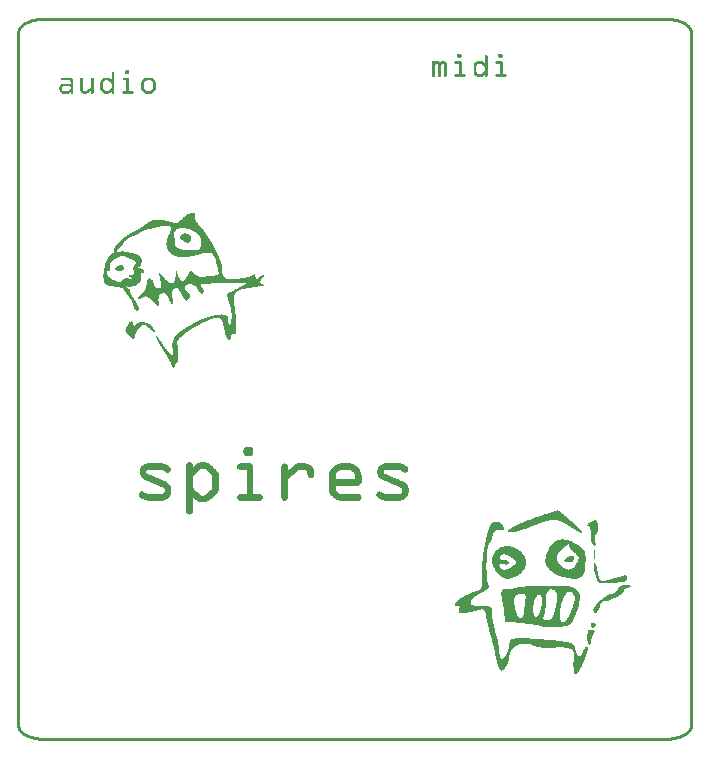
<source format=gto>
G04 MADE WITH FRITZING*
G04 WWW.FRITZING.ORG*
G04 DOUBLE SIDED*
G04 HOLES PLATED*
G04 CONTOUR ON CENTER OF CONTOUR VECTOR*
%ASAXBY*%
%FSLAX23Y23*%
%MOIN*%
%OFA0B0*%
%SFA1.0B1.0*%
%ADD10R,0.001000X0.001000*%
%LNSILK1*%
G90*
G70*
G54D10*
X82Y2411D02*
X2173Y2411D01*
X72Y2410D02*
X2183Y2410D01*
X66Y2409D02*
X2189Y2409D01*
X60Y2408D02*
X2195Y2408D01*
X56Y2407D02*
X2199Y2407D01*
X52Y2406D02*
X2203Y2406D01*
X49Y2405D02*
X2206Y2405D01*
X46Y2404D02*
X2209Y2404D01*
X43Y2403D02*
X2212Y2403D01*
X40Y2402D02*
X2215Y2402D01*
X37Y2401D02*
X90Y2401D01*
X2165Y2401D02*
X2218Y2401D01*
X35Y2400D02*
X75Y2400D01*
X2180Y2400D02*
X2220Y2400D01*
X33Y2399D02*
X67Y2399D01*
X2188Y2399D02*
X2222Y2399D01*
X31Y2398D02*
X62Y2398D01*
X2193Y2398D02*
X2224Y2398D01*
X29Y2397D02*
X58Y2397D01*
X2197Y2397D02*
X2226Y2397D01*
X27Y2396D02*
X54Y2396D01*
X2201Y2396D02*
X2228Y2396D01*
X26Y2395D02*
X50Y2395D01*
X2205Y2395D02*
X2229Y2395D01*
X24Y2394D02*
X47Y2394D01*
X2208Y2394D02*
X2231Y2394D01*
X22Y2393D02*
X44Y2393D01*
X2211Y2393D02*
X2233Y2393D01*
X21Y2392D02*
X42Y2392D01*
X2213Y2392D02*
X2234Y2392D01*
X20Y2391D02*
X39Y2391D01*
X2216Y2391D02*
X2235Y2391D01*
X18Y2390D02*
X37Y2390D01*
X2218Y2390D02*
X2237Y2390D01*
X17Y2389D02*
X35Y2389D01*
X2220Y2389D02*
X2238Y2389D01*
X16Y2388D02*
X33Y2388D01*
X2222Y2388D02*
X2239Y2388D01*
X15Y2387D02*
X31Y2387D01*
X2224Y2387D02*
X2240Y2387D01*
X14Y2386D02*
X30Y2386D01*
X2225Y2386D02*
X2241Y2386D01*
X13Y2385D02*
X28Y2385D01*
X2227Y2385D02*
X2242Y2385D01*
X12Y2384D02*
X27Y2384D01*
X2228Y2384D02*
X2243Y2384D01*
X11Y2383D02*
X25Y2383D01*
X2230Y2383D02*
X2244Y2383D01*
X10Y2382D02*
X24Y2382D01*
X2231Y2382D02*
X2245Y2382D01*
X9Y2381D02*
X22Y2381D01*
X2233Y2381D02*
X2246Y2381D01*
X8Y2380D02*
X21Y2380D01*
X2234Y2380D02*
X2247Y2380D01*
X8Y2379D02*
X20Y2379D01*
X2235Y2379D02*
X2247Y2379D01*
X7Y2378D02*
X19Y2378D01*
X2236Y2378D02*
X2248Y2378D01*
X6Y2377D02*
X18Y2377D01*
X2237Y2377D02*
X2249Y2377D01*
X6Y2376D02*
X17Y2376D01*
X2238Y2376D02*
X2249Y2376D01*
X5Y2375D02*
X16Y2375D01*
X2239Y2375D02*
X2250Y2375D01*
X5Y2374D02*
X16Y2374D01*
X2239Y2374D02*
X2250Y2374D01*
X4Y2373D02*
X15Y2373D01*
X2240Y2373D02*
X2251Y2373D01*
X4Y2372D02*
X14Y2372D01*
X2241Y2372D02*
X2251Y2372D01*
X3Y2371D02*
X14Y2371D01*
X2241Y2371D02*
X2252Y2371D01*
X3Y2370D02*
X13Y2370D01*
X2242Y2370D02*
X2252Y2370D01*
X3Y2369D02*
X13Y2369D01*
X2242Y2369D02*
X2252Y2369D01*
X2Y2368D02*
X12Y2368D01*
X2243Y2368D02*
X2253Y2368D01*
X2Y2367D02*
X12Y2367D01*
X2243Y2367D02*
X2253Y2367D01*
X2Y2366D02*
X11Y2366D01*
X2244Y2366D02*
X2253Y2366D01*
X1Y2365D02*
X11Y2365D01*
X2244Y2365D02*
X2253Y2365D01*
X1Y2364D02*
X11Y2364D01*
X2244Y2364D02*
X2254Y2364D01*
X1Y2363D02*
X11Y2363D01*
X2244Y2363D02*
X2254Y2363D01*
X1Y2362D02*
X11Y2362D01*
X2244Y2362D02*
X2254Y2362D01*
X1Y2361D02*
X11Y2361D01*
X2244Y2361D02*
X2254Y2361D01*
X1Y2360D02*
X10Y2360D01*
X2245Y2360D02*
X2254Y2360D01*
X1Y2359D02*
X10Y2359D01*
X2245Y2359D02*
X2254Y2359D01*
X1Y2358D02*
X10Y2358D01*
X2245Y2358D02*
X2254Y2358D01*
X1Y2357D02*
X10Y2357D01*
X2245Y2357D02*
X2254Y2357D01*
X1Y2356D02*
X10Y2356D01*
X2245Y2356D02*
X2254Y2356D01*
X1Y2355D02*
X10Y2355D01*
X2245Y2355D02*
X2254Y2355D01*
X1Y2354D02*
X10Y2354D01*
X2245Y2354D02*
X2254Y2354D01*
X1Y2353D02*
X10Y2353D01*
X2245Y2353D02*
X2254Y2353D01*
X1Y2352D02*
X10Y2352D01*
X2245Y2352D02*
X2254Y2352D01*
X1Y2351D02*
X10Y2351D01*
X2245Y2351D02*
X2254Y2351D01*
X1Y2350D02*
X10Y2350D01*
X2245Y2350D02*
X2254Y2350D01*
X1Y2349D02*
X10Y2349D01*
X2245Y2349D02*
X2254Y2349D01*
X1Y2348D02*
X10Y2348D01*
X2245Y2348D02*
X2254Y2348D01*
X1Y2347D02*
X10Y2347D01*
X2245Y2347D02*
X2254Y2347D01*
X1Y2346D02*
X10Y2346D01*
X2245Y2346D02*
X2254Y2346D01*
X1Y2345D02*
X10Y2345D01*
X2245Y2345D02*
X2254Y2345D01*
X1Y2344D02*
X10Y2344D01*
X2245Y2344D02*
X2254Y2344D01*
X1Y2343D02*
X10Y2343D01*
X2245Y2343D02*
X2254Y2343D01*
X1Y2342D02*
X10Y2342D01*
X2245Y2342D02*
X2254Y2342D01*
X1Y2341D02*
X10Y2341D01*
X2245Y2341D02*
X2254Y2341D01*
X1Y2340D02*
X10Y2340D01*
X2245Y2340D02*
X2254Y2340D01*
X1Y2339D02*
X10Y2339D01*
X2245Y2339D02*
X2254Y2339D01*
X1Y2338D02*
X10Y2338D01*
X2245Y2338D02*
X2254Y2338D01*
X1Y2337D02*
X10Y2337D01*
X2245Y2337D02*
X2254Y2337D01*
X1Y2336D02*
X10Y2336D01*
X2245Y2336D02*
X2254Y2336D01*
X1Y2335D02*
X10Y2335D01*
X2245Y2335D02*
X2254Y2335D01*
X1Y2334D02*
X10Y2334D01*
X2245Y2334D02*
X2254Y2334D01*
X1Y2333D02*
X10Y2333D01*
X2245Y2333D02*
X2254Y2333D01*
X1Y2332D02*
X10Y2332D01*
X2245Y2332D02*
X2254Y2332D01*
X1Y2331D02*
X10Y2331D01*
X2245Y2331D02*
X2254Y2331D01*
X1Y2330D02*
X10Y2330D01*
X2245Y2330D02*
X2254Y2330D01*
X1Y2329D02*
X10Y2329D01*
X2245Y2329D02*
X2254Y2329D01*
X1Y2328D02*
X10Y2328D01*
X2245Y2328D02*
X2254Y2328D01*
X1Y2327D02*
X10Y2327D01*
X2245Y2327D02*
X2254Y2327D01*
X1Y2326D02*
X10Y2326D01*
X2245Y2326D02*
X2254Y2326D01*
X1Y2325D02*
X10Y2325D01*
X2245Y2325D02*
X2254Y2325D01*
X1Y2324D02*
X10Y2324D01*
X2245Y2324D02*
X2254Y2324D01*
X1Y2323D02*
X10Y2323D01*
X2245Y2323D02*
X2254Y2323D01*
X1Y2322D02*
X10Y2322D01*
X2245Y2322D02*
X2254Y2322D01*
X1Y2321D02*
X10Y2321D01*
X2245Y2321D02*
X2254Y2321D01*
X1Y2320D02*
X10Y2320D01*
X2245Y2320D02*
X2254Y2320D01*
X1Y2319D02*
X10Y2319D01*
X2245Y2319D02*
X2254Y2319D01*
X1Y2318D02*
X10Y2318D01*
X2245Y2318D02*
X2254Y2318D01*
X1Y2317D02*
X10Y2317D01*
X2245Y2317D02*
X2254Y2317D01*
X1Y2316D02*
X10Y2316D01*
X2245Y2316D02*
X2254Y2316D01*
X1Y2315D02*
X10Y2315D01*
X2245Y2315D02*
X2254Y2315D01*
X1Y2314D02*
X10Y2314D01*
X2245Y2314D02*
X2254Y2314D01*
X1Y2313D02*
X10Y2313D01*
X2245Y2313D02*
X2254Y2313D01*
X1Y2312D02*
X10Y2312D01*
X2245Y2312D02*
X2254Y2312D01*
X1Y2311D02*
X10Y2311D01*
X2245Y2311D02*
X2254Y2311D01*
X1Y2310D02*
X10Y2310D01*
X2245Y2310D02*
X2254Y2310D01*
X1Y2309D02*
X10Y2309D01*
X2245Y2309D02*
X2254Y2309D01*
X1Y2308D02*
X10Y2308D01*
X2245Y2308D02*
X2254Y2308D01*
X1Y2307D02*
X10Y2307D01*
X2245Y2307D02*
X2254Y2307D01*
X1Y2306D02*
X10Y2306D01*
X2245Y2306D02*
X2254Y2306D01*
X1Y2305D02*
X10Y2305D01*
X2245Y2305D02*
X2254Y2305D01*
X1Y2304D02*
X10Y2304D01*
X2245Y2304D02*
X2254Y2304D01*
X1Y2303D02*
X10Y2303D01*
X2245Y2303D02*
X2254Y2303D01*
X1Y2302D02*
X10Y2302D01*
X2245Y2302D02*
X2254Y2302D01*
X1Y2301D02*
X10Y2301D01*
X2245Y2301D02*
X2254Y2301D01*
X1Y2300D02*
X10Y2300D01*
X2245Y2300D02*
X2254Y2300D01*
X1Y2299D02*
X10Y2299D01*
X2245Y2299D02*
X2254Y2299D01*
X1Y2298D02*
X10Y2298D01*
X2245Y2298D02*
X2254Y2298D01*
X1Y2297D02*
X10Y2297D01*
X2245Y2297D02*
X2254Y2297D01*
X1Y2296D02*
X10Y2296D01*
X2245Y2296D02*
X2254Y2296D01*
X1Y2295D02*
X10Y2295D01*
X2245Y2295D02*
X2254Y2295D01*
X1Y2294D02*
X10Y2294D01*
X2245Y2294D02*
X2254Y2294D01*
X1Y2293D02*
X10Y2293D01*
X2245Y2293D02*
X2254Y2293D01*
X1Y2292D02*
X10Y2292D01*
X2245Y2292D02*
X2254Y2292D01*
X1Y2291D02*
X10Y2291D01*
X1472Y2291D02*
X1479Y2291D01*
X1609Y2291D02*
X1616Y2291D01*
X2245Y2291D02*
X2254Y2291D01*
X1Y2290D02*
X10Y2290D01*
X1470Y2290D02*
X1480Y2290D01*
X1607Y2290D02*
X1617Y2290D01*
X2245Y2290D02*
X2254Y2290D01*
X1Y2289D02*
X10Y2289D01*
X1469Y2289D02*
X1481Y2289D01*
X1606Y2289D02*
X1618Y2289D01*
X2245Y2289D02*
X2254Y2289D01*
X1Y2288D02*
X10Y2288D01*
X1469Y2288D02*
X1481Y2288D01*
X1606Y2288D02*
X1618Y2288D01*
X2245Y2288D02*
X2254Y2288D01*
X1Y2287D02*
X10Y2287D01*
X1469Y2287D02*
X1482Y2287D01*
X1564Y2287D02*
X1566Y2287D01*
X1605Y2287D02*
X1619Y2287D01*
X2245Y2287D02*
X2254Y2287D01*
X1Y2286D02*
X10Y2286D01*
X1468Y2286D02*
X1482Y2286D01*
X1562Y2286D02*
X1567Y2286D01*
X1605Y2286D02*
X1619Y2286D01*
X2245Y2286D02*
X2254Y2286D01*
X1Y2285D02*
X10Y2285D01*
X1468Y2285D02*
X1482Y2285D01*
X1561Y2285D02*
X1568Y2285D01*
X1605Y2285D02*
X1619Y2285D01*
X2245Y2285D02*
X2254Y2285D01*
X1Y2284D02*
X10Y2284D01*
X1468Y2284D02*
X1482Y2284D01*
X1561Y2284D02*
X1569Y2284D01*
X1605Y2284D02*
X1619Y2284D01*
X2245Y2284D02*
X2254Y2284D01*
X1Y2283D02*
X10Y2283D01*
X1468Y2283D02*
X1482Y2283D01*
X1560Y2283D02*
X1569Y2283D01*
X1605Y2283D02*
X1619Y2283D01*
X2245Y2283D02*
X2254Y2283D01*
X1Y2282D02*
X10Y2282D01*
X1469Y2282D02*
X1482Y2282D01*
X1560Y2282D02*
X1569Y2282D01*
X1606Y2282D02*
X1619Y2282D01*
X2245Y2282D02*
X2254Y2282D01*
X1Y2281D02*
X10Y2281D01*
X1469Y2281D02*
X1481Y2281D01*
X1560Y2281D02*
X1569Y2281D01*
X1606Y2281D02*
X1618Y2281D01*
X2245Y2281D02*
X2254Y2281D01*
X1Y2280D02*
X10Y2280D01*
X1469Y2280D02*
X1481Y2280D01*
X1560Y2280D02*
X1569Y2280D01*
X1606Y2280D02*
X1618Y2280D01*
X2245Y2280D02*
X2254Y2280D01*
X1Y2279D02*
X10Y2279D01*
X1470Y2279D02*
X1480Y2279D01*
X1560Y2279D02*
X1569Y2279D01*
X1607Y2279D02*
X1617Y2279D01*
X2245Y2279D02*
X2254Y2279D01*
X1Y2278D02*
X10Y2278D01*
X1472Y2278D02*
X1478Y2278D01*
X1560Y2278D02*
X1569Y2278D01*
X1609Y2278D02*
X1615Y2278D01*
X2245Y2278D02*
X2254Y2278D01*
X1Y2277D02*
X10Y2277D01*
X1560Y2277D02*
X1569Y2277D01*
X2245Y2277D02*
X2254Y2277D01*
X1Y2276D02*
X10Y2276D01*
X1560Y2276D02*
X1569Y2276D01*
X2245Y2276D02*
X2254Y2276D01*
X1Y2275D02*
X10Y2275D01*
X1560Y2275D02*
X1569Y2275D01*
X2245Y2275D02*
X2254Y2275D01*
X1Y2274D02*
X10Y2274D01*
X1560Y2274D02*
X1569Y2274D01*
X2245Y2274D02*
X2254Y2274D01*
X1Y2273D02*
X10Y2273D01*
X1560Y2273D02*
X1569Y2273D01*
X2245Y2273D02*
X2254Y2273D01*
X1Y2272D02*
X10Y2272D01*
X1560Y2272D02*
X1569Y2272D01*
X2245Y2272D02*
X2254Y2272D01*
X1Y2271D02*
X10Y2271D01*
X1560Y2271D02*
X1569Y2271D01*
X2245Y2271D02*
X2254Y2271D01*
X1Y2270D02*
X10Y2270D01*
X1560Y2270D02*
X1569Y2270D01*
X2245Y2270D02*
X2254Y2270D01*
X1Y2269D02*
X10Y2269D01*
X1560Y2269D02*
X1569Y2269D01*
X2245Y2269D02*
X2254Y2269D01*
X1Y2268D02*
X10Y2268D01*
X1560Y2268D02*
X1569Y2268D01*
X2245Y2268D02*
X2254Y2268D01*
X1Y2267D02*
X10Y2267D01*
X1388Y2267D02*
X1390Y2267D01*
X1400Y2267D02*
X1404Y2267D01*
X1462Y2267D02*
X1478Y2267D01*
X1538Y2267D02*
X1549Y2267D01*
X1560Y2267D02*
X1569Y2267D01*
X1599Y2267D02*
X1615Y2267D01*
X2245Y2267D02*
X2254Y2267D01*
X1Y2266D02*
X10Y2266D01*
X1387Y2266D02*
X1392Y2266D01*
X1397Y2266D02*
X1407Y2266D01*
X1417Y2266D02*
X1426Y2266D01*
X1461Y2266D02*
X1480Y2266D01*
X1535Y2266D02*
X1552Y2266D01*
X1560Y2266D02*
X1569Y2266D01*
X1598Y2266D02*
X1617Y2266D01*
X2245Y2266D02*
X2254Y2266D01*
X1Y2265D02*
X10Y2265D01*
X1386Y2265D02*
X1393Y2265D01*
X1396Y2265D02*
X1408Y2265D01*
X1415Y2265D02*
X1428Y2265D01*
X1460Y2265D02*
X1481Y2265D01*
X1533Y2265D02*
X1554Y2265D01*
X1560Y2265D02*
X1569Y2265D01*
X1597Y2265D02*
X1618Y2265D01*
X2245Y2265D02*
X2254Y2265D01*
X1Y2264D02*
X10Y2264D01*
X1385Y2264D02*
X1409Y2264D01*
X1414Y2264D02*
X1429Y2264D01*
X1459Y2264D02*
X1481Y2264D01*
X1531Y2264D02*
X1555Y2264D01*
X1560Y2264D02*
X1569Y2264D01*
X1596Y2264D02*
X1618Y2264D01*
X2245Y2264D02*
X2254Y2264D01*
X1Y2263D02*
X10Y2263D01*
X1385Y2263D02*
X1410Y2263D01*
X1412Y2263D02*
X1430Y2263D01*
X1459Y2263D02*
X1482Y2263D01*
X1530Y2263D02*
X1557Y2263D01*
X1560Y2263D02*
X1569Y2263D01*
X1596Y2263D02*
X1619Y2263D01*
X2245Y2263D02*
X2254Y2263D01*
X1Y2262D02*
X10Y2262D01*
X1385Y2262D02*
X1431Y2262D01*
X1459Y2262D02*
X1482Y2262D01*
X1529Y2262D02*
X1558Y2262D01*
X1560Y2262D02*
X1569Y2262D01*
X1596Y2262D02*
X1619Y2262D01*
X2245Y2262D02*
X2254Y2262D01*
X1Y2261D02*
X10Y2261D01*
X1385Y2261D02*
X1431Y2261D01*
X1459Y2261D02*
X1482Y2261D01*
X1528Y2261D02*
X1569Y2261D01*
X1596Y2261D02*
X1619Y2261D01*
X2245Y2261D02*
X2254Y2261D01*
X1Y2260D02*
X10Y2260D01*
X1385Y2260D02*
X1432Y2260D01*
X1460Y2260D02*
X1482Y2260D01*
X1527Y2260D02*
X1569Y2260D01*
X1597Y2260D02*
X1619Y2260D01*
X2245Y2260D02*
X2254Y2260D01*
X1Y2259D02*
X10Y2259D01*
X1385Y2259D02*
X1432Y2259D01*
X1461Y2259D02*
X1482Y2259D01*
X1526Y2259D02*
X1569Y2259D01*
X1598Y2259D02*
X1619Y2259D01*
X2245Y2259D02*
X2254Y2259D01*
X1Y2258D02*
X10Y2258D01*
X1385Y2258D02*
X1432Y2258D01*
X1462Y2258D02*
X1482Y2258D01*
X1525Y2258D02*
X1569Y2258D01*
X1599Y2258D02*
X1619Y2258D01*
X2245Y2258D02*
X2254Y2258D01*
X1Y2257D02*
X10Y2257D01*
X1385Y2257D02*
X1400Y2257D01*
X1404Y2257D02*
X1420Y2257D01*
X1424Y2257D02*
X1432Y2257D01*
X1473Y2257D02*
X1482Y2257D01*
X1525Y2257D02*
X1537Y2257D01*
X1550Y2257D02*
X1569Y2257D01*
X1610Y2257D02*
X1619Y2257D01*
X2245Y2257D02*
X2254Y2257D01*
X1Y2256D02*
X10Y2256D01*
X1385Y2256D02*
X1399Y2256D01*
X1405Y2256D02*
X1419Y2256D01*
X1424Y2256D02*
X1432Y2256D01*
X1473Y2256D02*
X1482Y2256D01*
X1524Y2256D02*
X1536Y2256D01*
X1551Y2256D02*
X1569Y2256D01*
X1610Y2256D02*
X1619Y2256D01*
X2245Y2256D02*
X2254Y2256D01*
X1Y2255D02*
X10Y2255D01*
X1385Y2255D02*
X1398Y2255D01*
X1405Y2255D02*
X1417Y2255D01*
X1424Y2255D02*
X1432Y2255D01*
X1473Y2255D02*
X1482Y2255D01*
X1524Y2255D02*
X1534Y2255D01*
X1552Y2255D02*
X1569Y2255D01*
X1610Y2255D02*
X1619Y2255D01*
X2245Y2255D02*
X2254Y2255D01*
X1Y2254D02*
X10Y2254D01*
X1385Y2254D02*
X1396Y2254D01*
X1405Y2254D02*
X1416Y2254D01*
X1424Y2254D02*
X1432Y2254D01*
X1473Y2254D02*
X1482Y2254D01*
X1523Y2254D02*
X1533Y2254D01*
X1554Y2254D02*
X1569Y2254D01*
X1610Y2254D02*
X1619Y2254D01*
X2245Y2254D02*
X2254Y2254D01*
X1Y2253D02*
X10Y2253D01*
X1385Y2253D02*
X1395Y2253D01*
X1405Y2253D02*
X1415Y2253D01*
X1424Y2253D02*
X1432Y2253D01*
X1473Y2253D02*
X1482Y2253D01*
X1523Y2253D02*
X1533Y2253D01*
X1555Y2253D02*
X1569Y2253D01*
X1610Y2253D02*
X1619Y2253D01*
X2245Y2253D02*
X2254Y2253D01*
X1Y2252D02*
X10Y2252D01*
X1385Y2252D02*
X1394Y2252D01*
X1405Y2252D02*
X1413Y2252D01*
X1424Y2252D02*
X1432Y2252D01*
X1473Y2252D02*
X1482Y2252D01*
X1523Y2252D02*
X1532Y2252D01*
X1556Y2252D02*
X1569Y2252D01*
X1610Y2252D02*
X1619Y2252D01*
X2245Y2252D02*
X2254Y2252D01*
X1Y2251D02*
X10Y2251D01*
X1385Y2251D02*
X1394Y2251D01*
X1405Y2251D02*
X1413Y2251D01*
X1424Y2251D02*
X1432Y2251D01*
X1473Y2251D02*
X1482Y2251D01*
X1523Y2251D02*
X1532Y2251D01*
X1557Y2251D02*
X1569Y2251D01*
X1610Y2251D02*
X1619Y2251D01*
X2245Y2251D02*
X2254Y2251D01*
X1Y2250D02*
X10Y2250D01*
X1385Y2250D02*
X1394Y2250D01*
X1405Y2250D02*
X1413Y2250D01*
X1424Y2250D02*
X1432Y2250D01*
X1473Y2250D02*
X1482Y2250D01*
X1523Y2250D02*
X1531Y2250D01*
X1558Y2250D02*
X1569Y2250D01*
X1610Y2250D02*
X1619Y2250D01*
X2245Y2250D02*
X2254Y2250D01*
X1Y2249D02*
X10Y2249D01*
X1385Y2249D02*
X1394Y2249D01*
X1405Y2249D02*
X1413Y2249D01*
X1424Y2249D02*
X1432Y2249D01*
X1473Y2249D02*
X1482Y2249D01*
X1523Y2249D02*
X1531Y2249D01*
X1559Y2249D02*
X1569Y2249D01*
X1610Y2249D02*
X1619Y2249D01*
X2245Y2249D02*
X2254Y2249D01*
X1Y2248D02*
X10Y2248D01*
X1385Y2248D02*
X1394Y2248D01*
X1405Y2248D02*
X1413Y2248D01*
X1424Y2248D02*
X1432Y2248D01*
X1473Y2248D02*
X1482Y2248D01*
X1523Y2248D02*
X1531Y2248D01*
X1560Y2248D02*
X1569Y2248D01*
X1610Y2248D02*
X1619Y2248D01*
X2245Y2248D02*
X2254Y2248D01*
X1Y2247D02*
X10Y2247D01*
X1385Y2247D02*
X1394Y2247D01*
X1405Y2247D02*
X1413Y2247D01*
X1424Y2247D02*
X1433Y2247D01*
X1473Y2247D02*
X1482Y2247D01*
X1523Y2247D02*
X1531Y2247D01*
X1560Y2247D02*
X1569Y2247D01*
X1610Y2247D02*
X1619Y2247D01*
X2245Y2247D02*
X2254Y2247D01*
X1Y2246D02*
X10Y2246D01*
X1385Y2246D02*
X1394Y2246D01*
X1405Y2246D02*
X1413Y2246D01*
X1424Y2246D02*
X1433Y2246D01*
X1473Y2246D02*
X1482Y2246D01*
X1523Y2246D02*
X1531Y2246D01*
X1560Y2246D02*
X1569Y2246D01*
X1610Y2246D02*
X1619Y2246D01*
X2245Y2246D02*
X2254Y2246D01*
X1Y2245D02*
X10Y2245D01*
X1385Y2245D02*
X1394Y2245D01*
X1405Y2245D02*
X1413Y2245D01*
X1424Y2245D02*
X1433Y2245D01*
X1473Y2245D02*
X1482Y2245D01*
X1523Y2245D02*
X1531Y2245D01*
X1560Y2245D02*
X1569Y2245D01*
X1610Y2245D02*
X1619Y2245D01*
X2245Y2245D02*
X2254Y2245D01*
X1Y2244D02*
X10Y2244D01*
X1385Y2244D02*
X1394Y2244D01*
X1405Y2244D02*
X1413Y2244D01*
X1424Y2244D02*
X1433Y2244D01*
X1473Y2244D02*
X1482Y2244D01*
X1523Y2244D02*
X1531Y2244D01*
X1560Y2244D02*
X1569Y2244D01*
X1610Y2244D02*
X1619Y2244D01*
X2245Y2244D02*
X2254Y2244D01*
X1Y2243D02*
X10Y2243D01*
X1385Y2243D02*
X1394Y2243D01*
X1405Y2243D02*
X1413Y2243D01*
X1424Y2243D02*
X1433Y2243D01*
X1473Y2243D02*
X1482Y2243D01*
X1523Y2243D02*
X1531Y2243D01*
X1560Y2243D02*
X1569Y2243D01*
X1610Y2243D02*
X1619Y2243D01*
X2245Y2243D02*
X2254Y2243D01*
X1Y2242D02*
X10Y2242D01*
X1385Y2242D02*
X1394Y2242D01*
X1405Y2242D02*
X1413Y2242D01*
X1424Y2242D02*
X1433Y2242D01*
X1473Y2242D02*
X1482Y2242D01*
X1523Y2242D02*
X1531Y2242D01*
X1560Y2242D02*
X1569Y2242D01*
X1610Y2242D02*
X1619Y2242D01*
X2245Y2242D02*
X2254Y2242D01*
X1Y2241D02*
X10Y2241D01*
X1385Y2241D02*
X1394Y2241D01*
X1405Y2241D02*
X1413Y2241D01*
X1424Y2241D02*
X1433Y2241D01*
X1473Y2241D02*
X1482Y2241D01*
X1523Y2241D02*
X1531Y2241D01*
X1560Y2241D02*
X1569Y2241D01*
X1610Y2241D02*
X1619Y2241D01*
X2245Y2241D02*
X2254Y2241D01*
X1Y2240D02*
X10Y2240D01*
X1385Y2240D02*
X1394Y2240D01*
X1405Y2240D02*
X1413Y2240D01*
X1424Y2240D02*
X1433Y2240D01*
X1473Y2240D02*
X1482Y2240D01*
X1523Y2240D02*
X1531Y2240D01*
X1560Y2240D02*
X1569Y2240D01*
X1610Y2240D02*
X1619Y2240D01*
X2245Y2240D02*
X2254Y2240D01*
X1Y2239D02*
X10Y2239D01*
X1385Y2239D02*
X1394Y2239D01*
X1405Y2239D02*
X1413Y2239D01*
X1424Y2239D02*
X1433Y2239D01*
X1473Y2239D02*
X1482Y2239D01*
X1523Y2239D02*
X1531Y2239D01*
X1560Y2239D02*
X1569Y2239D01*
X1610Y2239D02*
X1619Y2239D01*
X2245Y2239D02*
X2254Y2239D01*
X1Y2238D02*
X10Y2238D01*
X1385Y2238D02*
X1394Y2238D01*
X1405Y2238D02*
X1413Y2238D01*
X1424Y2238D02*
X1433Y2238D01*
X1473Y2238D02*
X1482Y2238D01*
X1523Y2238D02*
X1531Y2238D01*
X1560Y2238D02*
X1569Y2238D01*
X1610Y2238D02*
X1619Y2238D01*
X2245Y2238D02*
X2254Y2238D01*
X1Y2237D02*
X10Y2237D01*
X1385Y2237D02*
X1394Y2237D01*
X1405Y2237D02*
X1413Y2237D01*
X1424Y2237D02*
X1433Y2237D01*
X1473Y2237D02*
X1482Y2237D01*
X1523Y2237D02*
X1531Y2237D01*
X1560Y2237D02*
X1569Y2237D01*
X1610Y2237D02*
X1619Y2237D01*
X2245Y2237D02*
X2254Y2237D01*
X1Y2236D02*
X10Y2236D01*
X1385Y2236D02*
X1394Y2236D01*
X1405Y2236D02*
X1413Y2236D01*
X1424Y2236D02*
X1433Y2236D01*
X1473Y2236D02*
X1482Y2236D01*
X1523Y2236D02*
X1531Y2236D01*
X1560Y2236D02*
X1569Y2236D01*
X1610Y2236D02*
X1619Y2236D01*
X2245Y2236D02*
X2254Y2236D01*
X1Y2235D02*
X10Y2235D01*
X364Y2235D02*
X373Y2235D01*
X1385Y2235D02*
X1394Y2235D01*
X1405Y2235D02*
X1413Y2235D01*
X1424Y2235D02*
X1433Y2235D01*
X1473Y2235D02*
X1482Y2235D01*
X1523Y2235D02*
X1531Y2235D01*
X1560Y2235D02*
X1569Y2235D01*
X1610Y2235D02*
X1619Y2235D01*
X2245Y2235D02*
X2254Y2235D01*
X1Y2234D02*
X10Y2234D01*
X363Y2234D02*
X374Y2234D01*
X1385Y2234D02*
X1394Y2234D01*
X1405Y2234D02*
X1413Y2234D01*
X1424Y2234D02*
X1433Y2234D01*
X1473Y2234D02*
X1482Y2234D01*
X1523Y2234D02*
X1531Y2234D01*
X1560Y2234D02*
X1569Y2234D01*
X1610Y2234D02*
X1619Y2234D01*
X2245Y2234D02*
X2254Y2234D01*
X1Y2233D02*
X10Y2233D01*
X362Y2233D02*
X374Y2233D01*
X1385Y2233D02*
X1394Y2233D01*
X1405Y2233D02*
X1413Y2233D01*
X1424Y2233D02*
X1433Y2233D01*
X1473Y2233D02*
X1482Y2233D01*
X1523Y2233D02*
X1531Y2233D01*
X1560Y2233D02*
X1569Y2233D01*
X1610Y2233D02*
X1619Y2233D01*
X2245Y2233D02*
X2254Y2233D01*
X1Y2232D02*
X10Y2232D01*
X362Y2232D02*
X375Y2232D01*
X1385Y2232D02*
X1394Y2232D01*
X1405Y2232D02*
X1413Y2232D01*
X1424Y2232D02*
X1433Y2232D01*
X1473Y2232D02*
X1482Y2232D01*
X1523Y2232D02*
X1531Y2232D01*
X1559Y2232D02*
X1569Y2232D01*
X1610Y2232D02*
X1619Y2232D01*
X2245Y2232D02*
X2254Y2232D01*
X1Y2231D02*
X10Y2231D01*
X319Y2231D02*
X323Y2231D01*
X362Y2231D02*
X375Y2231D01*
X1385Y2231D02*
X1394Y2231D01*
X1405Y2231D02*
X1413Y2231D01*
X1424Y2231D02*
X1433Y2231D01*
X1473Y2231D02*
X1482Y2231D01*
X1523Y2231D02*
X1531Y2231D01*
X1558Y2231D02*
X1569Y2231D01*
X1610Y2231D02*
X1619Y2231D01*
X2245Y2231D02*
X2254Y2231D01*
X1Y2230D02*
X10Y2230D01*
X318Y2230D02*
X324Y2230D01*
X362Y2230D02*
X375Y2230D01*
X1385Y2230D02*
X1394Y2230D01*
X1405Y2230D02*
X1413Y2230D01*
X1424Y2230D02*
X1433Y2230D01*
X1473Y2230D02*
X1482Y2230D01*
X1523Y2230D02*
X1531Y2230D01*
X1557Y2230D02*
X1569Y2230D01*
X1610Y2230D02*
X1619Y2230D01*
X2245Y2230D02*
X2254Y2230D01*
X1Y2229D02*
X10Y2229D01*
X317Y2229D02*
X325Y2229D01*
X362Y2229D02*
X375Y2229D01*
X1385Y2229D02*
X1394Y2229D01*
X1405Y2229D02*
X1413Y2229D01*
X1424Y2229D02*
X1433Y2229D01*
X1473Y2229D02*
X1482Y2229D01*
X1523Y2229D02*
X1532Y2229D01*
X1556Y2229D02*
X1569Y2229D01*
X1610Y2229D02*
X1619Y2229D01*
X2245Y2229D02*
X2254Y2229D01*
X1Y2228D02*
X10Y2228D01*
X317Y2228D02*
X325Y2228D01*
X362Y2228D02*
X375Y2228D01*
X1385Y2228D02*
X1394Y2228D01*
X1405Y2228D02*
X1413Y2228D01*
X1424Y2228D02*
X1433Y2228D01*
X1473Y2228D02*
X1482Y2228D01*
X1523Y2228D02*
X1532Y2228D01*
X1555Y2228D02*
X1569Y2228D01*
X1610Y2228D02*
X1619Y2228D01*
X2245Y2228D02*
X2254Y2228D01*
X1Y2227D02*
X10Y2227D01*
X317Y2227D02*
X325Y2227D01*
X362Y2227D02*
X375Y2227D01*
X1385Y2227D02*
X1394Y2227D01*
X1405Y2227D02*
X1413Y2227D01*
X1424Y2227D02*
X1433Y2227D01*
X1473Y2227D02*
X1482Y2227D01*
X1523Y2227D02*
X1533Y2227D01*
X1554Y2227D02*
X1569Y2227D01*
X1610Y2227D02*
X1619Y2227D01*
X2245Y2227D02*
X2254Y2227D01*
X1Y2226D02*
X10Y2226D01*
X317Y2226D02*
X325Y2226D01*
X362Y2226D02*
X375Y2226D01*
X1385Y2226D02*
X1394Y2226D01*
X1405Y2226D02*
X1413Y2226D01*
X1424Y2226D02*
X1433Y2226D01*
X1473Y2226D02*
X1482Y2226D01*
X1524Y2226D02*
X1534Y2226D01*
X1553Y2226D02*
X1569Y2226D01*
X1610Y2226D02*
X1619Y2226D01*
X2245Y2226D02*
X2254Y2226D01*
X1Y2225D02*
X10Y2225D01*
X317Y2225D02*
X325Y2225D01*
X362Y2225D02*
X374Y2225D01*
X1385Y2225D02*
X1394Y2225D01*
X1405Y2225D02*
X1413Y2225D01*
X1424Y2225D02*
X1433Y2225D01*
X1473Y2225D02*
X1482Y2225D01*
X1524Y2225D02*
X1535Y2225D01*
X1552Y2225D02*
X1569Y2225D01*
X1610Y2225D02*
X1619Y2225D01*
X2245Y2225D02*
X2254Y2225D01*
X1Y2224D02*
X10Y2224D01*
X317Y2224D02*
X325Y2224D01*
X363Y2224D02*
X374Y2224D01*
X1385Y2224D02*
X1394Y2224D01*
X1405Y2224D02*
X1413Y2224D01*
X1424Y2224D02*
X1433Y2224D01*
X1473Y2224D02*
X1482Y2224D01*
X1524Y2224D02*
X1537Y2224D01*
X1550Y2224D02*
X1569Y2224D01*
X1610Y2224D02*
X1619Y2224D01*
X2245Y2224D02*
X2254Y2224D01*
X1Y2223D02*
X10Y2223D01*
X317Y2223D02*
X325Y2223D01*
X364Y2223D02*
X373Y2223D01*
X1385Y2223D02*
X1394Y2223D01*
X1405Y2223D02*
X1413Y2223D01*
X1424Y2223D02*
X1433Y2223D01*
X1464Y2223D02*
X1491Y2223D01*
X1525Y2223D02*
X1569Y2223D01*
X1601Y2223D02*
X1628Y2223D01*
X2245Y2223D02*
X2254Y2223D01*
X1Y2222D02*
X10Y2222D01*
X317Y2222D02*
X325Y2222D01*
X1385Y2222D02*
X1394Y2222D01*
X1405Y2222D02*
X1413Y2222D01*
X1424Y2222D02*
X1433Y2222D01*
X1461Y2222D02*
X1494Y2222D01*
X1526Y2222D02*
X1569Y2222D01*
X1598Y2222D02*
X1631Y2222D01*
X2245Y2222D02*
X2254Y2222D01*
X1Y2221D02*
X10Y2221D01*
X317Y2221D02*
X325Y2221D01*
X1385Y2221D02*
X1394Y2221D01*
X1405Y2221D02*
X1413Y2221D01*
X1424Y2221D02*
X1433Y2221D01*
X1460Y2221D02*
X1495Y2221D01*
X1527Y2221D02*
X1569Y2221D01*
X1597Y2221D02*
X1632Y2221D01*
X2245Y2221D02*
X2254Y2221D01*
X1Y2220D02*
X10Y2220D01*
X317Y2220D02*
X325Y2220D01*
X1385Y2220D02*
X1394Y2220D01*
X1405Y2220D02*
X1413Y2220D01*
X1424Y2220D02*
X1433Y2220D01*
X1459Y2220D02*
X1495Y2220D01*
X1528Y2220D02*
X1569Y2220D01*
X1596Y2220D02*
X1632Y2220D01*
X2245Y2220D02*
X2254Y2220D01*
X1Y2219D02*
X10Y2219D01*
X317Y2219D02*
X325Y2219D01*
X1385Y2219D02*
X1394Y2219D01*
X1405Y2219D02*
X1413Y2219D01*
X1424Y2219D02*
X1433Y2219D01*
X1459Y2219D02*
X1496Y2219D01*
X1529Y2219D02*
X1558Y2219D01*
X1560Y2219D02*
X1569Y2219D01*
X1596Y2219D02*
X1633Y2219D01*
X2245Y2219D02*
X2254Y2219D01*
X1Y2218D02*
X10Y2218D01*
X317Y2218D02*
X325Y2218D01*
X1385Y2218D02*
X1394Y2218D01*
X1405Y2218D02*
X1413Y2218D01*
X1424Y2218D02*
X1433Y2218D01*
X1459Y2218D02*
X1496Y2218D01*
X1530Y2218D02*
X1557Y2218D01*
X1561Y2218D02*
X1569Y2218D01*
X1596Y2218D02*
X1633Y2218D01*
X2245Y2218D02*
X2254Y2218D01*
X1Y2217D02*
X10Y2217D01*
X317Y2217D02*
X325Y2217D01*
X1385Y2217D02*
X1393Y2217D01*
X1405Y2217D02*
X1413Y2217D01*
X1425Y2217D02*
X1433Y2217D01*
X1459Y2217D02*
X1496Y2217D01*
X1531Y2217D02*
X1556Y2217D01*
X1561Y2217D02*
X1569Y2217D01*
X1596Y2217D02*
X1633Y2217D01*
X2245Y2217D02*
X2254Y2217D01*
X1Y2216D02*
X10Y2216D01*
X317Y2216D02*
X325Y2216D01*
X1386Y2216D02*
X1393Y2216D01*
X1405Y2216D02*
X1412Y2216D01*
X1425Y2216D02*
X1432Y2216D01*
X1460Y2216D02*
X1495Y2216D01*
X1533Y2216D02*
X1555Y2216D01*
X1561Y2216D02*
X1568Y2216D01*
X1597Y2216D02*
X1632Y2216D01*
X2245Y2216D02*
X2254Y2216D01*
X1Y2215D02*
X10Y2215D01*
X317Y2215D02*
X325Y2215D01*
X1386Y2215D02*
X1392Y2215D01*
X1406Y2215D02*
X1412Y2215D01*
X1426Y2215D02*
X1431Y2215D01*
X1460Y2215D02*
X1494Y2215D01*
X1534Y2215D02*
X1553Y2215D01*
X1562Y2215D02*
X1568Y2215D01*
X1597Y2215D02*
X1631Y2215D01*
X2245Y2215D02*
X2254Y2215D01*
X1Y2214D02*
X10Y2214D01*
X317Y2214D02*
X325Y2214D01*
X1388Y2214D02*
X1391Y2214D01*
X1407Y2214D02*
X1410Y2214D01*
X1427Y2214D02*
X1430Y2214D01*
X1462Y2214D02*
X1493Y2214D01*
X1537Y2214D02*
X1550Y2214D01*
X1563Y2214D02*
X1566Y2214D01*
X1599Y2214D02*
X1630Y2214D01*
X2245Y2214D02*
X2254Y2214D01*
X1Y2213D02*
X10Y2213D01*
X317Y2213D02*
X325Y2213D01*
X2245Y2213D02*
X2254Y2213D01*
X1Y2212D02*
X10Y2212D01*
X317Y2212D02*
X325Y2212D01*
X2245Y2212D02*
X2254Y2212D01*
X1Y2211D02*
X10Y2211D01*
X151Y2211D02*
X178Y2211D01*
X214Y2211D02*
X218Y2211D01*
X250Y2211D02*
X254Y2211D01*
X292Y2211D02*
X307Y2211D01*
X317Y2211D02*
X325Y2211D01*
X355Y2211D02*
X373Y2211D01*
X430Y2211D02*
X449Y2211D01*
X2245Y2211D02*
X2254Y2211D01*
X1Y2210D02*
X10Y2210D01*
X150Y2210D02*
X180Y2210D01*
X213Y2210D02*
X219Y2210D01*
X249Y2210D02*
X255Y2210D01*
X290Y2210D02*
X309Y2210D01*
X317Y2210D02*
X325Y2210D01*
X353Y2210D02*
X374Y2210D01*
X427Y2210D02*
X451Y2210D01*
X2245Y2210D02*
X2254Y2210D01*
X1Y2209D02*
X10Y2209D01*
X149Y2209D02*
X182Y2209D01*
X212Y2209D02*
X219Y2209D01*
X248Y2209D02*
X256Y2209D01*
X288Y2209D02*
X311Y2209D01*
X317Y2209D02*
X325Y2209D01*
X353Y2209D02*
X374Y2209D01*
X425Y2209D02*
X453Y2209D01*
X2245Y2209D02*
X2254Y2209D01*
X1Y2208D02*
X10Y2208D01*
X149Y2208D02*
X183Y2208D01*
X212Y2208D02*
X220Y2208D01*
X248Y2208D02*
X256Y2208D01*
X287Y2208D02*
X312Y2208D01*
X317Y2208D02*
X325Y2208D01*
X353Y2208D02*
X375Y2208D01*
X424Y2208D02*
X454Y2208D01*
X2245Y2208D02*
X2254Y2208D01*
X1Y2207D02*
X10Y2207D01*
X149Y2207D02*
X184Y2207D01*
X211Y2207D02*
X220Y2207D01*
X248Y2207D02*
X256Y2207D01*
X286Y2207D02*
X314Y2207D01*
X317Y2207D02*
X325Y2207D01*
X352Y2207D02*
X375Y2207D01*
X423Y2207D02*
X456Y2207D01*
X2245Y2207D02*
X2254Y2207D01*
X1Y2206D02*
X10Y2206D01*
X149Y2206D02*
X185Y2206D01*
X211Y2206D02*
X220Y2206D01*
X248Y2206D02*
X256Y2206D01*
X285Y2206D02*
X315Y2206D01*
X317Y2206D02*
X325Y2206D01*
X352Y2206D02*
X375Y2206D01*
X422Y2206D02*
X457Y2206D01*
X2245Y2206D02*
X2254Y2206D01*
X1Y2205D02*
X10Y2205D01*
X149Y2205D02*
X186Y2205D01*
X211Y2205D02*
X220Y2205D01*
X248Y2205D02*
X256Y2205D01*
X284Y2205D02*
X325Y2205D01*
X353Y2205D02*
X375Y2205D01*
X421Y2205D02*
X458Y2205D01*
X2245Y2205D02*
X2254Y2205D01*
X1Y2204D02*
X10Y2204D01*
X150Y2204D02*
X187Y2204D01*
X211Y2204D02*
X220Y2204D01*
X248Y2204D02*
X256Y2204D01*
X283Y2204D02*
X325Y2204D01*
X353Y2204D02*
X375Y2204D01*
X420Y2204D02*
X459Y2204D01*
X2245Y2204D02*
X2254Y2204D01*
X1Y2203D02*
X10Y2203D01*
X151Y2203D02*
X187Y2203D01*
X211Y2203D02*
X220Y2203D01*
X248Y2203D02*
X256Y2203D01*
X282Y2203D02*
X325Y2203D01*
X355Y2203D02*
X375Y2203D01*
X419Y2203D02*
X459Y2203D01*
X2245Y2203D02*
X2254Y2203D01*
X1Y2202D02*
X10Y2202D01*
X177Y2202D02*
X188Y2202D01*
X211Y2202D02*
X220Y2202D01*
X248Y2202D02*
X256Y2202D01*
X281Y2202D02*
X295Y2202D01*
X305Y2202D02*
X325Y2202D01*
X366Y2202D02*
X375Y2202D01*
X419Y2202D02*
X432Y2202D01*
X447Y2202D02*
X460Y2202D01*
X2245Y2202D02*
X2254Y2202D01*
X1Y2201D02*
X10Y2201D01*
X178Y2201D02*
X188Y2201D01*
X211Y2201D02*
X220Y2201D01*
X248Y2201D02*
X256Y2201D01*
X281Y2201D02*
X293Y2201D01*
X307Y2201D02*
X325Y2201D01*
X366Y2201D02*
X375Y2201D01*
X418Y2201D02*
X430Y2201D01*
X449Y2201D02*
X461Y2201D01*
X2245Y2201D02*
X2254Y2201D01*
X1Y2200D02*
X10Y2200D01*
X179Y2200D02*
X188Y2200D01*
X211Y2200D02*
X220Y2200D01*
X248Y2200D02*
X256Y2200D01*
X280Y2200D02*
X291Y2200D01*
X308Y2200D02*
X325Y2200D01*
X366Y2200D02*
X375Y2200D01*
X417Y2200D02*
X428Y2200D01*
X450Y2200D02*
X461Y2200D01*
X2245Y2200D02*
X2254Y2200D01*
X1Y2199D02*
X10Y2199D01*
X179Y2199D02*
X188Y2199D01*
X211Y2199D02*
X220Y2199D01*
X248Y2199D02*
X256Y2199D01*
X280Y2199D02*
X290Y2199D01*
X309Y2199D02*
X325Y2199D01*
X366Y2199D02*
X375Y2199D01*
X417Y2199D02*
X427Y2199D01*
X451Y2199D02*
X461Y2199D01*
X2245Y2199D02*
X2254Y2199D01*
X1Y2198D02*
X10Y2198D01*
X180Y2198D02*
X188Y2198D01*
X211Y2198D02*
X220Y2198D01*
X248Y2198D02*
X256Y2198D01*
X279Y2198D02*
X289Y2198D01*
X310Y2198D02*
X325Y2198D01*
X366Y2198D02*
X375Y2198D01*
X417Y2198D02*
X426Y2198D01*
X452Y2198D02*
X462Y2198D01*
X2245Y2198D02*
X2254Y2198D01*
X1Y2197D02*
X10Y2197D01*
X180Y2197D02*
X188Y2197D01*
X211Y2197D02*
X220Y2197D01*
X248Y2197D02*
X256Y2197D01*
X279Y2197D02*
X288Y2197D01*
X312Y2197D02*
X325Y2197D01*
X366Y2197D02*
X375Y2197D01*
X416Y2197D02*
X426Y2197D01*
X453Y2197D02*
X462Y2197D01*
X2245Y2197D02*
X2254Y2197D01*
X1Y2196D02*
X10Y2196D01*
X180Y2196D02*
X188Y2196D01*
X211Y2196D02*
X220Y2196D01*
X248Y2196D02*
X256Y2196D01*
X279Y2196D02*
X288Y2196D01*
X313Y2196D02*
X325Y2196D01*
X366Y2196D02*
X375Y2196D01*
X416Y2196D02*
X425Y2196D01*
X453Y2196D02*
X462Y2196D01*
X2245Y2196D02*
X2254Y2196D01*
X1Y2195D02*
X10Y2195D01*
X180Y2195D02*
X188Y2195D01*
X211Y2195D02*
X220Y2195D01*
X248Y2195D02*
X256Y2195D01*
X279Y2195D02*
X288Y2195D01*
X314Y2195D02*
X325Y2195D01*
X366Y2195D02*
X375Y2195D01*
X416Y2195D02*
X425Y2195D01*
X454Y2195D02*
X462Y2195D01*
X2245Y2195D02*
X2254Y2195D01*
X1Y2194D02*
X10Y2194D01*
X180Y2194D02*
X188Y2194D01*
X211Y2194D02*
X220Y2194D01*
X248Y2194D02*
X256Y2194D01*
X279Y2194D02*
X288Y2194D01*
X315Y2194D02*
X325Y2194D01*
X366Y2194D02*
X375Y2194D01*
X416Y2194D02*
X425Y2194D01*
X454Y2194D02*
X462Y2194D01*
X2245Y2194D02*
X2254Y2194D01*
X1Y2193D02*
X10Y2193D01*
X180Y2193D02*
X188Y2193D01*
X211Y2193D02*
X220Y2193D01*
X248Y2193D02*
X256Y2193D01*
X279Y2193D02*
X288Y2193D01*
X316Y2193D02*
X325Y2193D01*
X366Y2193D02*
X375Y2193D01*
X416Y2193D02*
X425Y2193D01*
X454Y2193D02*
X462Y2193D01*
X2245Y2193D02*
X2254Y2193D01*
X1Y2192D02*
X10Y2192D01*
X180Y2192D02*
X188Y2192D01*
X211Y2192D02*
X220Y2192D01*
X248Y2192D02*
X256Y2192D01*
X279Y2192D02*
X288Y2192D01*
X316Y2192D02*
X325Y2192D01*
X366Y2192D02*
X375Y2192D01*
X416Y2192D02*
X425Y2192D01*
X454Y2192D02*
X462Y2192D01*
X2245Y2192D02*
X2254Y2192D01*
X1Y2191D02*
X10Y2191D01*
X153Y2191D02*
X178Y2191D01*
X180Y2191D02*
X188Y2191D01*
X211Y2191D02*
X220Y2191D01*
X248Y2191D02*
X256Y2191D01*
X279Y2191D02*
X288Y2191D01*
X317Y2191D02*
X325Y2191D01*
X366Y2191D02*
X375Y2191D01*
X416Y2191D02*
X425Y2191D01*
X454Y2191D02*
X462Y2191D01*
X2245Y2191D02*
X2254Y2191D01*
X1Y2190D02*
X10Y2190D01*
X150Y2190D02*
X188Y2190D01*
X211Y2190D02*
X220Y2190D01*
X248Y2190D02*
X256Y2190D01*
X279Y2190D02*
X288Y2190D01*
X317Y2190D02*
X325Y2190D01*
X366Y2190D02*
X375Y2190D01*
X416Y2190D02*
X425Y2190D01*
X454Y2190D02*
X462Y2190D01*
X2245Y2190D02*
X2254Y2190D01*
X1Y2189D02*
X10Y2189D01*
X148Y2189D02*
X188Y2189D01*
X211Y2189D02*
X220Y2189D01*
X248Y2189D02*
X256Y2189D01*
X279Y2189D02*
X288Y2189D01*
X317Y2189D02*
X325Y2189D01*
X366Y2189D02*
X375Y2189D01*
X416Y2189D02*
X425Y2189D01*
X454Y2189D02*
X462Y2189D01*
X2245Y2189D02*
X2254Y2189D01*
X1Y2188D02*
X10Y2188D01*
X147Y2188D02*
X188Y2188D01*
X211Y2188D02*
X220Y2188D01*
X248Y2188D02*
X256Y2188D01*
X279Y2188D02*
X288Y2188D01*
X317Y2188D02*
X325Y2188D01*
X366Y2188D02*
X375Y2188D01*
X416Y2188D02*
X425Y2188D01*
X454Y2188D02*
X462Y2188D01*
X2245Y2188D02*
X2254Y2188D01*
X1Y2187D02*
X10Y2187D01*
X146Y2187D02*
X188Y2187D01*
X211Y2187D02*
X220Y2187D01*
X248Y2187D02*
X256Y2187D01*
X279Y2187D02*
X288Y2187D01*
X317Y2187D02*
X325Y2187D01*
X366Y2187D02*
X375Y2187D01*
X416Y2187D02*
X425Y2187D01*
X454Y2187D02*
X462Y2187D01*
X2245Y2187D02*
X2254Y2187D01*
X1Y2186D02*
X10Y2186D01*
X145Y2186D02*
X188Y2186D01*
X211Y2186D02*
X220Y2186D01*
X248Y2186D02*
X256Y2186D01*
X279Y2186D02*
X288Y2186D01*
X317Y2186D02*
X325Y2186D01*
X366Y2186D02*
X375Y2186D01*
X416Y2186D02*
X425Y2186D01*
X454Y2186D02*
X462Y2186D01*
X2245Y2186D02*
X2254Y2186D01*
X1Y2185D02*
X10Y2185D01*
X144Y2185D02*
X188Y2185D01*
X211Y2185D02*
X220Y2185D01*
X248Y2185D02*
X256Y2185D01*
X279Y2185D02*
X288Y2185D01*
X317Y2185D02*
X325Y2185D01*
X366Y2185D02*
X375Y2185D01*
X416Y2185D02*
X425Y2185D01*
X454Y2185D02*
X462Y2185D01*
X2245Y2185D02*
X2254Y2185D01*
X1Y2184D02*
X10Y2184D01*
X144Y2184D02*
X188Y2184D01*
X211Y2184D02*
X220Y2184D01*
X248Y2184D02*
X256Y2184D01*
X279Y2184D02*
X288Y2184D01*
X317Y2184D02*
X325Y2184D01*
X366Y2184D02*
X375Y2184D01*
X416Y2184D02*
X425Y2184D01*
X454Y2184D02*
X462Y2184D01*
X2245Y2184D02*
X2254Y2184D01*
X1Y2183D02*
X10Y2183D01*
X143Y2183D02*
X188Y2183D01*
X211Y2183D02*
X220Y2183D01*
X248Y2183D02*
X256Y2183D01*
X279Y2183D02*
X288Y2183D01*
X317Y2183D02*
X325Y2183D01*
X366Y2183D02*
X375Y2183D01*
X416Y2183D02*
X425Y2183D01*
X454Y2183D02*
X462Y2183D01*
X2245Y2183D02*
X2254Y2183D01*
X1Y2182D02*
X10Y2182D01*
X143Y2182D02*
X153Y2182D01*
X177Y2182D02*
X188Y2182D01*
X211Y2182D02*
X220Y2182D01*
X248Y2182D02*
X256Y2182D01*
X279Y2182D02*
X288Y2182D01*
X317Y2182D02*
X325Y2182D01*
X366Y2182D02*
X375Y2182D01*
X416Y2182D02*
X425Y2182D01*
X454Y2182D02*
X462Y2182D01*
X2245Y2182D02*
X2254Y2182D01*
X1Y2181D02*
X10Y2181D01*
X143Y2181D02*
X152Y2181D01*
X178Y2181D02*
X188Y2181D01*
X211Y2181D02*
X220Y2181D01*
X248Y2181D02*
X256Y2181D01*
X279Y2181D02*
X288Y2181D01*
X317Y2181D02*
X325Y2181D01*
X366Y2181D02*
X375Y2181D01*
X416Y2181D02*
X425Y2181D01*
X454Y2181D02*
X462Y2181D01*
X2245Y2181D02*
X2254Y2181D01*
X1Y2180D02*
X10Y2180D01*
X142Y2180D02*
X151Y2180D01*
X179Y2180D02*
X188Y2180D01*
X211Y2180D02*
X220Y2180D01*
X248Y2180D02*
X256Y2180D01*
X279Y2180D02*
X288Y2180D01*
X317Y2180D02*
X325Y2180D01*
X366Y2180D02*
X375Y2180D01*
X416Y2180D02*
X425Y2180D01*
X454Y2180D02*
X462Y2180D01*
X2245Y2180D02*
X2254Y2180D01*
X1Y2179D02*
X10Y2179D01*
X142Y2179D02*
X150Y2179D01*
X180Y2179D02*
X188Y2179D01*
X211Y2179D02*
X220Y2179D01*
X248Y2179D02*
X256Y2179D01*
X279Y2179D02*
X288Y2179D01*
X317Y2179D02*
X325Y2179D01*
X366Y2179D02*
X375Y2179D01*
X416Y2179D02*
X425Y2179D01*
X454Y2179D02*
X462Y2179D01*
X2245Y2179D02*
X2254Y2179D01*
X1Y2178D02*
X10Y2178D01*
X142Y2178D02*
X150Y2178D01*
X180Y2178D02*
X188Y2178D01*
X211Y2178D02*
X220Y2178D01*
X248Y2178D02*
X256Y2178D01*
X279Y2178D02*
X288Y2178D01*
X317Y2178D02*
X325Y2178D01*
X366Y2178D02*
X375Y2178D01*
X416Y2178D02*
X425Y2178D01*
X454Y2178D02*
X462Y2178D01*
X2245Y2178D02*
X2254Y2178D01*
X1Y2177D02*
X10Y2177D01*
X142Y2177D02*
X150Y2177D01*
X180Y2177D02*
X188Y2177D01*
X211Y2177D02*
X220Y2177D01*
X247Y2177D02*
X256Y2177D01*
X279Y2177D02*
X288Y2177D01*
X316Y2177D02*
X325Y2177D01*
X366Y2177D02*
X375Y2177D01*
X416Y2177D02*
X425Y2177D01*
X454Y2177D02*
X462Y2177D01*
X2245Y2177D02*
X2254Y2177D01*
X1Y2176D02*
X10Y2176D01*
X142Y2176D02*
X150Y2176D01*
X180Y2176D02*
X188Y2176D01*
X211Y2176D02*
X220Y2176D01*
X245Y2176D02*
X256Y2176D01*
X279Y2176D02*
X288Y2176D01*
X315Y2176D02*
X325Y2176D01*
X366Y2176D02*
X375Y2176D01*
X416Y2176D02*
X425Y2176D01*
X454Y2176D02*
X462Y2176D01*
X2245Y2176D02*
X2254Y2176D01*
X1Y2175D02*
X10Y2175D01*
X142Y2175D02*
X150Y2175D01*
X180Y2175D02*
X188Y2175D01*
X211Y2175D02*
X220Y2175D01*
X244Y2175D02*
X256Y2175D01*
X279Y2175D02*
X288Y2175D01*
X314Y2175D02*
X325Y2175D01*
X366Y2175D02*
X375Y2175D01*
X416Y2175D02*
X425Y2175D01*
X454Y2175D02*
X462Y2175D01*
X2245Y2175D02*
X2254Y2175D01*
X1Y2174D02*
X10Y2174D01*
X142Y2174D02*
X150Y2174D01*
X180Y2174D02*
X188Y2174D01*
X211Y2174D02*
X220Y2174D01*
X242Y2174D02*
X256Y2174D01*
X279Y2174D02*
X288Y2174D01*
X313Y2174D02*
X325Y2174D01*
X366Y2174D02*
X375Y2174D01*
X416Y2174D02*
X425Y2174D01*
X454Y2174D02*
X462Y2174D01*
X2245Y2174D02*
X2254Y2174D01*
X1Y2173D02*
X10Y2173D01*
X142Y2173D02*
X150Y2173D01*
X179Y2173D02*
X188Y2173D01*
X211Y2173D02*
X220Y2173D01*
X241Y2173D02*
X256Y2173D01*
X279Y2173D02*
X288Y2173D01*
X312Y2173D02*
X325Y2173D01*
X366Y2173D02*
X375Y2173D01*
X416Y2173D02*
X425Y2173D01*
X453Y2173D02*
X462Y2173D01*
X2245Y2173D02*
X2254Y2173D01*
X1Y2172D02*
X10Y2172D01*
X142Y2172D02*
X150Y2172D01*
X178Y2172D02*
X188Y2172D01*
X211Y2172D02*
X220Y2172D01*
X239Y2172D02*
X256Y2172D01*
X279Y2172D02*
X289Y2172D01*
X311Y2172D02*
X325Y2172D01*
X366Y2172D02*
X375Y2172D01*
X416Y2172D02*
X426Y2172D01*
X452Y2172D02*
X462Y2172D01*
X2245Y2172D02*
X2254Y2172D01*
X1Y2171D02*
X10Y2171D01*
X142Y2171D02*
X150Y2171D01*
X176Y2171D02*
X188Y2171D01*
X211Y2171D02*
X220Y2171D01*
X238Y2171D02*
X256Y2171D01*
X280Y2171D02*
X290Y2171D01*
X310Y2171D02*
X325Y2171D01*
X366Y2171D02*
X375Y2171D01*
X417Y2171D02*
X427Y2171D01*
X451Y2171D02*
X462Y2171D01*
X2245Y2171D02*
X2254Y2171D01*
X1Y2170D02*
X10Y2170D01*
X142Y2170D02*
X151Y2170D01*
X174Y2170D02*
X188Y2170D01*
X211Y2170D02*
X220Y2170D01*
X236Y2170D02*
X256Y2170D01*
X280Y2170D02*
X291Y2170D01*
X308Y2170D02*
X325Y2170D01*
X366Y2170D02*
X375Y2170D01*
X417Y2170D02*
X428Y2170D01*
X450Y2170D02*
X461Y2170D01*
X2245Y2170D02*
X2254Y2170D01*
X1Y2169D02*
X10Y2169D01*
X143Y2169D02*
X151Y2169D01*
X173Y2169D02*
X188Y2169D01*
X212Y2169D02*
X221Y2169D01*
X234Y2169D02*
X256Y2169D01*
X280Y2169D02*
X292Y2169D01*
X307Y2169D02*
X325Y2169D01*
X366Y2169D02*
X375Y2169D01*
X417Y2169D02*
X429Y2169D01*
X449Y2169D02*
X461Y2169D01*
X2245Y2169D02*
X2254Y2169D01*
X1Y2168D02*
X10Y2168D01*
X143Y2168D02*
X152Y2168D01*
X171Y2168D02*
X188Y2168D01*
X212Y2168D02*
X223Y2168D01*
X233Y2168D02*
X256Y2168D01*
X281Y2168D02*
X294Y2168D01*
X306Y2168D02*
X325Y2168D01*
X366Y2168D02*
X375Y2168D01*
X418Y2168D02*
X431Y2168D01*
X447Y2168D02*
X460Y2168D01*
X2245Y2168D02*
X2254Y2168D01*
X1Y2167D02*
X10Y2167D01*
X143Y2167D02*
X155Y2167D01*
X169Y2167D02*
X188Y2167D01*
X212Y2167D02*
X256Y2167D01*
X282Y2167D02*
X325Y2167D01*
X355Y2167D02*
X386Y2167D01*
X419Y2167D02*
X460Y2167D01*
X2245Y2167D02*
X2254Y2167D01*
X1Y2166D02*
X10Y2166D01*
X144Y2166D02*
X188Y2166D01*
X213Y2166D02*
X256Y2166D01*
X282Y2166D02*
X325Y2166D01*
X354Y2166D02*
X388Y2166D01*
X419Y2166D02*
X459Y2166D01*
X2245Y2166D02*
X2254Y2166D01*
X1Y2165D02*
X10Y2165D01*
X144Y2165D02*
X188Y2165D01*
X213Y2165D02*
X245Y2165D01*
X248Y2165D02*
X256Y2165D01*
X283Y2165D02*
X325Y2165D01*
X353Y2165D02*
X388Y2165D01*
X420Y2165D02*
X458Y2165D01*
X2245Y2165D02*
X2254Y2165D01*
X1Y2164D02*
X10Y2164D01*
X145Y2164D02*
X188Y2164D01*
X214Y2164D02*
X243Y2164D01*
X248Y2164D02*
X256Y2164D01*
X284Y2164D02*
X325Y2164D01*
X353Y2164D02*
X389Y2164D01*
X421Y2164D02*
X457Y2164D01*
X2245Y2164D02*
X2254Y2164D01*
X1Y2163D02*
X10Y2163D01*
X146Y2163D02*
X188Y2163D01*
X214Y2163D02*
X242Y2163D01*
X248Y2163D02*
X256Y2163D01*
X286Y2163D02*
X314Y2163D01*
X317Y2163D02*
X325Y2163D01*
X352Y2163D02*
X389Y2163D01*
X423Y2163D02*
X456Y2163D01*
X2245Y2163D02*
X2254Y2163D01*
X1Y2162D02*
X10Y2162D01*
X147Y2162D02*
X178Y2162D01*
X180Y2162D02*
X188Y2162D01*
X215Y2162D02*
X240Y2162D01*
X248Y2162D02*
X256Y2162D01*
X287Y2162D02*
X313Y2162D01*
X317Y2162D02*
X325Y2162D01*
X352Y2162D02*
X389Y2162D01*
X424Y2162D02*
X454Y2162D01*
X2245Y2162D02*
X2254Y2162D01*
X1Y2161D02*
X10Y2161D01*
X148Y2161D02*
X176Y2161D01*
X180Y2161D02*
X188Y2161D01*
X217Y2161D02*
X239Y2161D01*
X248Y2161D02*
X256Y2161D01*
X288Y2161D02*
X312Y2161D01*
X317Y2161D02*
X325Y2161D01*
X353Y2161D02*
X389Y2161D01*
X425Y2161D02*
X453Y2161D01*
X2245Y2161D02*
X2254Y2161D01*
X1Y2160D02*
X10Y2160D01*
X149Y2160D02*
X175Y2160D01*
X181Y2160D02*
X187Y2160D01*
X218Y2160D02*
X237Y2160D01*
X248Y2160D02*
X255Y2160D01*
X290Y2160D02*
X310Y2160D01*
X318Y2160D02*
X324Y2160D01*
X353Y2160D02*
X388Y2160D01*
X427Y2160D02*
X452Y2160D01*
X2245Y2160D02*
X2254Y2160D01*
X1Y2159D02*
X10Y2159D01*
X151Y2159D02*
X173Y2159D01*
X182Y2159D02*
X186Y2159D01*
X220Y2159D02*
X235Y2159D01*
X249Y2159D02*
X254Y2159D01*
X292Y2159D02*
X308Y2159D01*
X318Y2159D02*
X323Y2159D01*
X354Y2159D02*
X387Y2159D01*
X429Y2159D02*
X450Y2159D01*
X2245Y2159D02*
X2254Y2159D01*
X1Y2158D02*
X10Y2158D01*
X156Y2158D02*
X170Y2158D01*
X225Y2158D02*
X230Y2158D01*
X296Y2158D02*
X303Y2158D01*
X357Y2158D02*
X384Y2158D01*
X433Y2158D02*
X445Y2158D01*
X2245Y2158D02*
X2254Y2158D01*
X1Y2157D02*
X10Y2157D01*
X2245Y2157D02*
X2254Y2157D01*
X1Y2156D02*
X10Y2156D01*
X2245Y2156D02*
X2254Y2156D01*
X1Y2155D02*
X10Y2155D01*
X2245Y2155D02*
X2254Y2155D01*
X1Y2154D02*
X10Y2154D01*
X2245Y2154D02*
X2254Y2154D01*
X1Y2153D02*
X10Y2153D01*
X2245Y2153D02*
X2254Y2153D01*
X1Y2152D02*
X10Y2152D01*
X2245Y2152D02*
X2254Y2152D01*
X1Y2151D02*
X10Y2151D01*
X2245Y2151D02*
X2254Y2151D01*
X1Y2150D02*
X10Y2150D01*
X2245Y2150D02*
X2254Y2150D01*
X1Y2149D02*
X10Y2149D01*
X2245Y2149D02*
X2254Y2149D01*
X1Y2148D02*
X10Y2148D01*
X2245Y2148D02*
X2254Y2148D01*
X1Y2147D02*
X10Y2147D01*
X2245Y2147D02*
X2254Y2147D01*
X1Y2146D02*
X10Y2146D01*
X2245Y2146D02*
X2254Y2146D01*
X1Y2145D02*
X10Y2145D01*
X2245Y2145D02*
X2254Y2145D01*
X1Y2144D02*
X10Y2144D01*
X2245Y2144D02*
X2254Y2144D01*
X1Y2143D02*
X10Y2143D01*
X2245Y2143D02*
X2254Y2143D01*
X1Y2142D02*
X10Y2142D01*
X2245Y2142D02*
X2254Y2142D01*
X1Y2141D02*
X10Y2141D01*
X2245Y2141D02*
X2254Y2141D01*
X1Y2140D02*
X10Y2140D01*
X2245Y2140D02*
X2254Y2140D01*
X1Y2139D02*
X10Y2139D01*
X2245Y2139D02*
X2254Y2139D01*
X1Y2138D02*
X10Y2138D01*
X2245Y2138D02*
X2254Y2138D01*
X1Y2137D02*
X10Y2137D01*
X2245Y2137D02*
X2254Y2137D01*
X1Y2136D02*
X10Y2136D01*
X2245Y2136D02*
X2254Y2136D01*
X1Y2135D02*
X10Y2135D01*
X2245Y2135D02*
X2254Y2135D01*
X1Y2134D02*
X10Y2134D01*
X2245Y2134D02*
X2254Y2134D01*
X1Y2133D02*
X10Y2133D01*
X2245Y2133D02*
X2254Y2133D01*
X1Y2132D02*
X10Y2132D01*
X2245Y2132D02*
X2254Y2132D01*
X1Y2131D02*
X10Y2131D01*
X2245Y2131D02*
X2254Y2131D01*
X1Y2130D02*
X10Y2130D01*
X2245Y2130D02*
X2254Y2130D01*
X1Y2129D02*
X10Y2129D01*
X2245Y2129D02*
X2254Y2129D01*
X1Y2128D02*
X10Y2128D01*
X2245Y2128D02*
X2254Y2128D01*
X1Y2127D02*
X10Y2127D01*
X2245Y2127D02*
X2254Y2127D01*
X1Y2126D02*
X10Y2126D01*
X2245Y2126D02*
X2254Y2126D01*
X1Y2125D02*
X10Y2125D01*
X2245Y2125D02*
X2254Y2125D01*
X1Y2124D02*
X10Y2124D01*
X2245Y2124D02*
X2254Y2124D01*
X1Y2123D02*
X10Y2123D01*
X2245Y2123D02*
X2254Y2123D01*
X1Y2122D02*
X10Y2122D01*
X2245Y2122D02*
X2254Y2122D01*
X1Y2121D02*
X10Y2121D01*
X2245Y2121D02*
X2254Y2121D01*
X1Y2120D02*
X10Y2120D01*
X2245Y2120D02*
X2254Y2120D01*
X1Y2119D02*
X10Y2119D01*
X2245Y2119D02*
X2254Y2119D01*
X1Y2118D02*
X10Y2118D01*
X2245Y2118D02*
X2254Y2118D01*
X1Y2117D02*
X10Y2117D01*
X2245Y2117D02*
X2254Y2117D01*
X1Y2116D02*
X10Y2116D01*
X2245Y2116D02*
X2254Y2116D01*
X1Y2115D02*
X10Y2115D01*
X2245Y2115D02*
X2254Y2115D01*
X1Y2114D02*
X10Y2114D01*
X2245Y2114D02*
X2254Y2114D01*
X1Y2113D02*
X10Y2113D01*
X2245Y2113D02*
X2254Y2113D01*
X1Y2112D02*
X10Y2112D01*
X2245Y2112D02*
X2254Y2112D01*
X1Y2111D02*
X10Y2111D01*
X2245Y2111D02*
X2254Y2111D01*
X1Y2110D02*
X10Y2110D01*
X2245Y2110D02*
X2254Y2110D01*
X1Y2109D02*
X10Y2109D01*
X2245Y2109D02*
X2254Y2109D01*
X1Y2108D02*
X10Y2108D01*
X2245Y2108D02*
X2254Y2108D01*
X1Y2107D02*
X10Y2107D01*
X2245Y2107D02*
X2254Y2107D01*
X1Y2106D02*
X10Y2106D01*
X2245Y2106D02*
X2254Y2106D01*
X1Y2105D02*
X10Y2105D01*
X2245Y2105D02*
X2254Y2105D01*
X1Y2104D02*
X10Y2104D01*
X2245Y2104D02*
X2254Y2104D01*
X1Y2103D02*
X10Y2103D01*
X2245Y2103D02*
X2254Y2103D01*
X1Y2102D02*
X10Y2102D01*
X2245Y2102D02*
X2254Y2102D01*
X1Y2101D02*
X10Y2101D01*
X2245Y2101D02*
X2254Y2101D01*
X1Y2100D02*
X10Y2100D01*
X2245Y2100D02*
X2254Y2100D01*
X1Y2099D02*
X10Y2099D01*
X2245Y2099D02*
X2254Y2099D01*
X1Y2098D02*
X10Y2098D01*
X2245Y2098D02*
X2254Y2098D01*
X1Y2097D02*
X10Y2097D01*
X2245Y2097D02*
X2254Y2097D01*
X1Y2096D02*
X10Y2096D01*
X2245Y2096D02*
X2254Y2096D01*
X1Y2095D02*
X10Y2095D01*
X2245Y2095D02*
X2254Y2095D01*
X1Y2094D02*
X10Y2094D01*
X2245Y2094D02*
X2254Y2094D01*
X1Y2093D02*
X10Y2093D01*
X2245Y2093D02*
X2254Y2093D01*
X1Y2092D02*
X10Y2092D01*
X2245Y2092D02*
X2254Y2092D01*
X1Y2091D02*
X10Y2091D01*
X2245Y2091D02*
X2254Y2091D01*
X1Y2090D02*
X10Y2090D01*
X2245Y2090D02*
X2254Y2090D01*
X1Y2089D02*
X10Y2089D01*
X2245Y2089D02*
X2254Y2089D01*
X1Y2088D02*
X10Y2088D01*
X2245Y2088D02*
X2254Y2088D01*
X1Y2087D02*
X10Y2087D01*
X2245Y2087D02*
X2254Y2087D01*
X1Y2086D02*
X10Y2086D01*
X2245Y2086D02*
X2254Y2086D01*
X1Y2085D02*
X10Y2085D01*
X2245Y2085D02*
X2254Y2085D01*
X1Y2084D02*
X10Y2084D01*
X2245Y2084D02*
X2254Y2084D01*
X1Y2083D02*
X10Y2083D01*
X2245Y2083D02*
X2254Y2083D01*
X1Y2082D02*
X10Y2082D01*
X2245Y2082D02*
X2254Y2082D01*
X1Y2081D02*
X10Y2081D01*
X2245Y2081D02*
X2254Y2081D01*
X1Y2080D02*
X10Y2080D01*
X2245Y2080D02*
X2254Y2080D01*
X1Y2079D02*
X10Y2079D01*
X2245Y2079D02*
X2254Y2079D01*
X1Y2078D02*
X10Y2078D01*
X2245Y2078D02*
X2254Y2078D01*
X1Y2077D02*
X10Y2077D01*
X2245Y2077D02*
X2254Y2077D01*
X1Y2076D02*
X10Y2076D01*
X2245Y2076D02*
X2254Y2076D01*
X1Y2075D02*
X10Y2075D01*
X2245Y2075D02*
X2254Y2075D01*
X1Y2074D02*
X10Y2074D01*
X2245Y2074D02*
X2254Y2074D01*
X1Y2073D02*
X10Y2073D01*
X2245Y2073D02*
X2254Y2073D01*
X1Y2072D02*
X10Y2072D01*
X2245Y2072D02*
X2254Y2072D01*
X1Y2071D02*
X10Y2071D01*
X2245Y2071D02*
X2254Y2071D01*
X1Y2070D02*
X10Y2070D01*
X2245Y2070D02*
X2254Y2070D01*
X1Y2069D02*
X10Y2069D01*
X2245Y2069D02*
X2254Y2069D01*
X1Y2068D02*
X10Y2068D01*
X2245Y2068D02*
X2254Y2068D01*
X1Y2067D02*
X10Y2067D01*
X2245Y2067D02*
X2254Y2067D01*
X1Y2066D02*
X10Y2066D01*
X2245Y2066D02*
X2254Y2066D01*
X1Y2065D02*
X10Y2065D01*
X2245Y2065D02*
X2254Y2065D01*
X1Y2064D02*
X10Y2064D01*
X2245Y2064D02*
X2254Y2064D01*
X1Y2063D02*
X10Y2063D01*
X2245Y2063D02*
X2254Y2063D01*
X1Y2062D02*
X10Y2062D01*
X2245Y2062D02*
X2254Y2062D01*
X1Y2061D02*
X10Y2061D01*
X2245Y2061D02*
X2254Y2061D01*
X1Y2060D02*
X10Y2060D01*
X2245Y2060D02*
X2254Y2060D01*
X1Y2059D02*
X10Y2059D01*
X2245Y2059D02*
X2254Y2059D01*
X1Y2058D02*
X10Y2058D01*
X2245Y2058D02*
X2254Y2058D01*
X1Y2057D02*
X10Y2057D01*
X2245Y2057D02*
X2254Y2057D01*
X1Y2056D02*
X10Y2056D01*
X2245Y2056D02*
X2254Y2056D01*
X1Y2055D02*
X10Y2055D01*
X2245Y2055D02*
X2254Y2055D01*
X1Y2054D02*
X10Y2054D01*
X2245Y2054D02*
X2254Y2054D01*
X1Y2053D02*
X10Y2053D01*
X2245Y2053D02*
X2254Y2053D01*
X1Y2052D02*
X10Y2052D01*
X2245Y2052D02*
X2254Y2052D01*
X1Y2051D02*
X10Y2051D01*
X2245Y2051D02*
X2254Y2051D01*
X1Y2050D02*
X10Y2050D01*
X2245Y2050D02*
X2254Y2050D01*
X1Y2049D02*
X10Y2049D01*
X2245Y2049D02*
X2254Y2049D01*
X1Y2048D02*
X10Y2048D01*
X2245Y2048D02*
X2254Y2048D01*
X1Y2047D02*
X10Y2047D01*
X2245Y2047D02*
X2254Y2047D01*
X1Y2046D02*
X10Y2046D01*
X2245Y2046D02*
X2254Y2046D01*
X1Y2045D02*
X10Y2045D01*
X2245Y2045D02*
X2254Y2045D01*
X1Y2044D02*
X10Y2044D01*
X2245Y2044D02*
X2254Y2044D01*
X1Y2043D02*
X10Y2043D01*
X2245Y2043D02*
X2254Y2043D01*
X1Y2042D02*
X10Y2042D01*
X2245Y2042D02*
X2254Y2042D01*
X1Y2041D02*
X10Y2041D01*
X2245Y2041D02*
X2254Y2041D01*
X1Y2040D02*
X10Y2040D01*
X2245Y2040D02*
X2254Y2040D01*
X1Y2039D02*
X10Y2039D01*
X2245Y2039D02*
X2254Y2039D01*
X1Y2038D02*
X10Y2038D01*
X2245Y2038D02*
X2254Y2038D01*
X1Y2037D02*
X10Y2037D01*
X2245Y2037D02*
X2254Y2037D01*
X1Y2036D02*
X10Y2036D01*
X2245Y2036D02*
X2254Y2036D01*
X1Y2035D02*
X10Y2035D01*
X2245Y2035D02*
X2254Y2035D01*
X1Y2034D02*
X10Y2034D01*
X2245Y2034D02*
X2254Y2034D01*
X1Y2033D02*
X10Y2033D01*
X2245Y2033D02*
X2254Y2033D01*
X1Y2032D02*
X10Y2032D01*
X2245Y2032D02*
X2254Y2032D01*
X1Y2031D02*
X10Y2031D01*
X2245Y2031D02*
X2254Y2031D01*
X1Y2030D02*
X10Y2030D01*
X2245Y2030D02*
X2254Y2030D01*
X1Y2029D02*
X10Y2029D01*
X2245Y2029D02*
X2254Y2029D01*
X1Y2028D02*
X10Y2028D01*
X2245Y2028D02*
X2254Y2028D01*
X1Y2027D02*
X10Y2027D01*
X2245Y2027D02*
X2254Y2027D01*
X1Y2026D02*
X10Y2026D01*
X2245Y2026D02*
X2254Y2026D01*
X1Y2025D02*
X10Y2025D01*
X2245Y2025D02*
X2254Y2025D01*
X1Y2024D02*
X10Y2024D01*
X2245Y2024D02*
X2254Y2024D01*
X1Y2023D02*
X10Y2023D01*
X2245Y2023D02*
X2254Y2023D01*
X1Y2022D02*
X10Y2022D01*
X2245Y2022D02*
X2254Y2022D01*
X1Y2021D02*
X10Y2021D01*
X2245Y2021D02*
X2254Y2021D01*
X1Y2020D02*
X10Y2020D01*
X2245Y2020D02*
X2254Y2020D01*
X1Y2019D02*
X10Y2019D01*
X2245Y2019D02*
X2254Y2019D01*
X1Y2018D02*
X10Y2018D01*
X2245Y2018D02*
X2254Y2018D01*
X1Y2017D02*
X10Y2017D01*
X2245Y2017D02*
X2254Y2017D01*
X1Y2016D02*
X10Y2016D01*
X2245Y2016D02*
X2254Y2016D01*
X1Y2015D02*
X10Y2015D01*
X2245Y2015D02*
X2254Y2015D01*
X1Y2014D02*
X10Y2014D01*
X2245Y2014D02*
X2254Y2014D01*
X1Y2013D02*
X10Y2013D01*
X2245Y2013D02*
X2254Y2013D01*
X1Y2012D02*
X10Y2012D01*
X2245Y2012D02*
X2254Y2012D01*
X1Y2011D02*
X10Y2011D01*
X2245Y2011D02*
X2254Y2011D01*
X1Y2010D02*
X10Y2010D01*
X2245Y2010D02*
X2254Y2010D01*
X1Y2009D02*
X10Y2009D01*
X2245Y2009D02*
X2254Y2009D01*
X1Y2008D02*
X10Y2008D01*
X2245Y2008D02*
X2254Y2008D01*
X1Y2007D02*
X10Y2007D01*
X2245Y2007D02*
X2254Y2007D01*
X1Y2006D02*
X10Y2006D01*
X2245Y2006D02*
X2254Y2006D01*
X1Y2005D02*
X10Y2005D01*
X2245Y2005D02*
X2254Y2005D01*
X1Y2004D02*
X10Y2004D01*
X2245Y2004D02*
X2254Y2004D01*
X1Y2003D02*
X10Y2003D01*
X2245Y2003D02*
X2254Y2003D01*
X1Y2002D02*
X10Y2002D01*
X2245Y2002D02*
X2254Y2002D01*
X1Y2001D02*
X10Y2001D01*
X2245Y2001D02*
X2254Y2001D01*
X1Y2000D02*
X10Y2000D01*
X2245Y2000D02*
X2254Y2000D01*
X1Y1999D02*
X10Y1999D01*
X2245Y1999D02*
X2254Y1999D01*
X1Y1998D02*
X10Y1998D01*
X2245Y1998D02*
X2254Y1998D01*
X1Y1997D02*
X10Y1997D01*
X2245Y1997D02*
X2254Y1997D01*
X1Y1996D02*
X10Y1996D01*
X2245Y1996D02*
X2254Y1996D01*
X1Y1995D02*
X10Y1995D01*
X2245Y1995D02*
X2254Y1995D01*
X1Y1994D02*
X10Y1994D01*
X2245Y1994D02*
X2254Y1994D01*
X1Y1993D02*
X10Y1993D01*
X2245Y1993D02*
X2254Y1993D01*
X1Y1992D02*
X10Y1992D01*
X2245Y1992D02*
X2254Y1992D01*
X1Y1991D02*
X10Y1991D01*
X2245Y1991D02*
X2254Y1991D01*
X1Y1990D02*
X10Y1990D01*
X2245Y1990D02*
X2254Y1990D01*
X1Y1989D02*
X10Y1989D01*
X2245Y1989D02*
X2254Y1989D01*
X1Y1988D02*
X10Y1988D01*
X2245Y1988D02*
X2254Y1988D01*
X1Y1987D02*
X10Y1987D01*
X2245Y1987D02*
X2254Y1987D01*
X1Y1986D02*
X10Y1986D01*
X2245Y1986D02*
X2254Y1986D01*
X1Y1985D02*
X10Y1985D01*
X2245Y1985D02*
X2254Y1985D01*
X1Y1984D02*
X10Y1984D01*
X2245Y1984D02*
X2254Y1984D01*
X1Y1983D02*
X10Y1983D01*
X2245Y1983D02*
X2254Y1983D01*
X1Y1982D02*
X10Y1982D01*
X2245Y1982D02*
X2254Y1982D01*
X1Y1981D02*
X10Y1981D01*
X2245Y1981D02*
X2254Y1981D01*
X1Y1980D02*
X10Y1980D01*
X2245Y1980D02*
X2254Y1980D01*
X1Y1979D02*
X10Y1979D01*
X2245Y1979D02*
X2254Y1979D01*
X1Y1978D02*
X10Y1978D01*
X2245Y1978D02*
X2254Y1978D01*
X1Y1977D02*
X10Y1977D01*
X2245Y1977D02*
X2254Y1977D01*
X1Y1976D02*
X10Y1976D01*
X2245Y1976D02*
X2254Y1976D01*
X1Y1975D02*
X10Y1975D01*
X2245Y1975D02*
X2254Y1975D01*
X1Y1974D02*
X10Y1974D01*
X2245Y1974D02*
X2254Y1974D01*
X1Y1973D02*
X10Y1973D01*
X2245Y1973D02*
X2254Y1973D01*
X1Y1972D02*
X10Y1972D01*
X2245Y1972D02*
X2254Y1972D01*
X1Y1971D02*
X10Y1971D01*
X2245Y1971D02*
X2254Y1971D01*
X1Y1970D02*
X10Y1970D01*
X2245Y1970D02*
X2254Y1970D01*
X1Y1969D02*
X10Y1969D01*
X2245Y1969D02*
X2254Y1969D01*
X1Y1968D02*
X10Y1968D01*
X2245Y1968D02*
X2254Y1968D01*
X1Y1967D02*
X10Y1967D01*
X2245Y1967D02*
X2254Y1967D01*
X1Y1966D02*
X10Y1966D01*
X2245Y1966D02*
X2254Y1966D01*
X1Y1965D02*
X10Y1965D01*
X2245Y1965D02*
X2254Y1965D01*
X1Y1964D02*
X10Y1964D01*
X2245Y1964D02*
X2254Y1964D01*
X1Y1963D02*
X10Y1963D01*
X2245Y1963D02*
X2254Y1963D01*
X1Y1962D02*
X10Y1962D01*
X2245Y1962D02*
X2254Y1962D01*
X1Y1961D02*
X10Y1961D01*
X2245Y1961D02*
X2254Y1961D01*
X1Y1960D02*
X10Y1960D01*
X2245Y1960D02*
X2254Y1960D01*
X1Y1959D02*
X10Y1959D01*
X2245Y1959D02*
X2254Y1959D01*
X1Y1958D02*
X10Y1958D01*
X2245Y1958D02*
X2254Y1958D01*
X1Y1957D02*
X10Y1957D01*
X2245Y1957D02*
X2254Y1957D01*
X1Y1956D02*
X10Y1956D01*
X2245Y1956D02*
X2254Y1956D01*
X1Y1955D02*
X10Y1955D01*
X2245Y1955D02*
X2254Y1955D01*
X1Y1954D02*
X10Y1954D01*
X2245Y1954D02*
X2254Y1954D01*
X1Y1953D02*
X10Y1953D01*
X2245Y1953D02*
X2254Y1953D01*
X1Y1952D02*
X10Y1952D01*
X2245Y1952D02*
X2254Y1952D01*
X1Y1951D02*
X10Y1951D01*
X2245Y1951D02*
X2254Y1951D01*
X1Y1950D02*
X10Y1950D01*
X2245Y1950D02*
X2254Y1950D01*
X1Y1949D02*
X10Y1949D01*
X2245Y1949D02*
X2254Y1949D01*
X1Y1948D02*
X10Y1948D01*
X2245Y1948D02*
X2254Y1948D01*
X1Y1947D02*
X10Y1947D01*
X2245Y1947D02*
X2254Y1947D01*
X1Y1946D02*
X10Y1946D01*
X2245Y1946D02*
X2254Y1946D01*
X1Y1945D02*
X10Y1945D01*
X2245Y1945D02*
X2254Y1945D01*
X1Y1944D02*
X10Y1944D01*
X2245Y1944D02*
X2254Y1944D01*
X1Y1943D02*
X10Y1943D01*
X2245Y1943D02*
X2254Y1943D01*
X1Y1942D02*
X10Y1942D01*
X2245Y1942D02*
X2254Y1942D01*
X1Y1941D02*
X10Y1941D01*
X2245Y1941D02*
X2254Y1941D01*
X1Y1940D02*
X10Y1940D01*
X2245Y1940D02*
X2254Y1940D01*
X1Y1939D02*
X10Y1939D01*
X2245Y1939D02*
X2254Y1939D01*
X1Y1938D02*
X10Y1938D01*
X2245Y1938D02*
X2254Y1938D01*
X1Y1937D02*
X10Y1937D01*
X2245Y1937D02*
X2254Y1937D01*
X1Y1936D02*
X10Y1936D01*
X2245Y1936D02*
X2254Y1936D01*
X1Y1935D02*
X10Y1935D01*
X2245Y1935D02*
X2254Y1935D01*
X1Y1934D02*
X10Y1934D01*
X2245Y1934D02*
X2254Y1934D01*
X1Y1933D02*
X10Y1933D01*
X2245Y1933D02*
X2254Y1933D01*
X1Y1932D02*
X10Y1932D01*
X2245Y1932D02*
X2254Y1932D01*
X1Y1931D02*
X10Y1931D01*
X2245Y1931D02*
X2254Y1931D01*
X1Y1930D02*
X10Y1930D01*
X2245Y1930D02*
X2254Y1930D01*
X1Y1929D02*
X10Y1929D01*
X2245Y1929D02*
X2254Y1929D01*
X1Y1928D02*
X10Y1928D01*
X2245Y1928D02*
X2254Y1928D01*
X1Y1927D02*
X10Y1927D01*
X2245Y1927D02*
X2254Y1927D01*
X1Y1926D02*
X10Y1926D01*
X2245Y1926D02*
X2254Y1926D01*
X1Y1925D02*
X10Y1925D01*
X2245Y1925D02*
X2254Y1925D01*
X1Y1924D02*
X10Y1924D01*
X2245Y1924D02*
X2254Y1924D01*
X1Y1923D02*
X10Y1923D01*
X2245Y1923D02*
X2254Y1923D01*
X1Y1922D02*
X10Y1922D01*
X2245Y1922D02*
X2254Y1922D01*
X1Y1921D02*
X10Y1921D01*
X2245Y1921D02*
X2254Y1921D01*
X1Y1920D02*
X10Y1920D01*
X2245Y1920D02*
X2254Y1920D01*
X1Y1919D02*
X10Y1919D01*
X2245Y1919D02*
X2254Y1919D01*
X1Y1918D02*
X10Y1918D01*
X2245Y1918D02*
X2254Y1918D01*
X1Y1917D02*
X10Y1917D01*
X2245Y1917D02*
X2254Y1917D01*
X1Y1916D02*
X10Y1916D01*
X2245Y1916D02*
X2254Y1916D01*
X1Y1915D02*
X10Y1915D01*
X2245Y1915D02*
X2254Y1915D01*
X1Y1914D02*
X10Y1914D01*
X2245Y1914D02*
X2254Y1914D01*
X1Y1913D02*
X10Y1913D01*
X2245Y1913D02*
X2254Y1913D01*
X1Y1912D02*
X10Y1912D01*
X2245Y1912D02*
X2254Y1912D01*
X1Y1911D02*
X10Y1911D01*
X2245Y1911D02*
X2254Y1911D01*
X1Y1910D02*
X10Y1910D01*
X2245Y1910D02*
X2254Y1910D01*
X1Y1909D02*
X10Y1909D01*
X2245Y1909D02*
X2254Y1909D01*
X1Y1908D02*
X10Y1908D01*
X2245Y1908D02*
X2254Y1908D01*
X1Y1907D02*
X10Y1907D01*
X2245Y1907D02*
X2254Y1907D01*
X1Y1906D02*
X10Y1906D01*
X2245Y1906D02*
X2254Y1906D01*
X1Y1905D02*
X10Y1905D01*
X2245Y1905D02*
X2254Y1905D01*
X1Y1904D02*
X10Y1904D01*
X2245Y1904D02*
X2254Y1904D01*
X1Y1903D02*
X10Y1903D01*
X2245Y1903D02*
X2254Y1903D01*
X1Y1902D02*
X10Y1902D01*
X2245Y1902D02*
X2254Y1902D01*
X1Y1901D02*
X10Y1901D01*
X2245Y1901D02*
X2254Y1901D01*
X1Y1900D02*
X10Y1900D01*
X2245Y1900D02*
X2254Y1900D01*
X1Y1899D02*
X10Y1899D01*
X2245Y1899D02*
X2254Y1899D01*
X1Y1898D02*
X10Y1898D01*
X2245Y1898D02*
X2254Y1898D01*
X1Y1897D02*
X10Y1897D01*
X2245Y1897D02*
X2254Y1897D01*
X1Y1896D02*
X10Y1896D01*
X2245Y1896D02*
X2254Y1896D01*
X1Y1895D02*
X10Y1895D01*
X2245Y1895D02*
X2254Y1895D01*
X1Y1894D02*
X10Y1894D01*
X2245Y1894D02*
X2254Y1894D01*
X1Y1893D02*
X10Y1893D01*
X2245Y1893D02*
X2254Y1893D01*
X1Y1892D02*
X10Y1892D01*
X2245Y1892D02*
X2254Y1892D01*
X1Y1891D02*
X10Y1891D01*
X2245Y1891D02*
X2254Y1891D01*
X1Y1890D02*
X10Y1890D01*
X2245Y1890D02*
X2254Y1890D01*
X1Y1889D02*
X10Y1889D01*
X2245Y1889D02*
X2254Y1889D01*
X1Y1888D02*
X10Y1888D01*
X2245Y1888D02*
X2254Y1888D01*
X1Y1887D02*
X10Y1887D01*
X2245Y1887D02*
X2254Y1887D01*
X1Y1886D02*
X10Y1886D01*
X2245Y1886D02*
X2254Y1886D01*
X1Y1885D02*
X10Y1885D01*
X2245Y1885D02*
X2254Y1885D01*
X1Y1884D02*
X10Y1884D01*
X2245Y1884D02*
X2254Y1884D01*
X1Y1883D02*
X10Y1883D01*
X2245Y1883D02*
X2254Y1883D01*
X1Y1882D02*
X10Y1882D01*
X2245Y1882D02*
X2254Y1882D01*
X1Y1881D02*
X10Y1881D01*
X2245Y1881D02*
X2254Y1881D01*
X1Y1880D02*
X10Y1880D01*
X2245Y1880D02*
X2254Y1880D01*
X1Y1879D02*
X10Y1879D01*
X2245Y1879D02*
X2254Y1879D01*
X1Y1878D02*
X10Y1878D01*
X2245Y1878D02*
X2254Y1878D01*
X1Y1877D02*
X10Y1877D01*
X2245Y1877D02*
X2254Y1877D01*
X1Y1876D02*
X10Y1876D01*
X2245Y1876D02*
X2254Y1876D01*
X1Y1875D02*
X10Y1875D01*
X2245Y1875D02*
X2254Y1875D01*
X1Y1874D02*
X10Y1874D01*
X2245Y1874D02*
X2254Y1874D01*
X1Y1873D02*
X10Y1873D01*
X2245Y1873D02*
X2254Y1873D01*
X1Y1872D02*
X10Y1872D01*
X2245Y1872D02*
X2254Y1872D01*
X1Y1871D02*
X10Y1871D01*
X2245Y1871D02*
X2254Y1871D01*
X1Y1870D02*
X10Y1870D01*
X2245Y1870D02*
X2254Y1870D01*
X1Y1869D02*
X10Y1869D01*
X2245Y1869D02*
X2254Y1869D01*
X1Y1868D02*
X10Y1868D01*
X2245Y1868D02*
X2254Y1868D01*
X1Y1867D02*
X10Y1867D01*
X2245Y1867D02*
X2254Y1867D01*
X1Y1866D02*
X10Y1866D01*
X2245Y1866D02*
X2254Y1866D01*
X1Y1865D02*
X10Y1865D01*
X2245Y1865D02*
X2254Y1865D01*
X1Y1864D02*
X10Y1864D01*
X2245Y1864D02*
X2254Y1864D01*
X1Y1863D02*
X10Y1863D01*
X2245Y1863D02*
X2254Y1863D01*
X1Y1862D02*
X10Y1862D01*
X2245Y1862D02*
X2254Y1862D01*
X1Y1861D02*
X10Y1861D01*
X2245Y1861D02*
X2254Y1861D01*
X1Y1860D02*
X10Y1860D01*
X2245Y1860D02*
X2254Y1860D01*
X1Y1859D02*
X10Y1859D01*
X2245Y1859D02*
X2254Y1859D01*
X1Y1858D02*
X10Y1858D01*
X2245Y1858D02*
X2254Y1858D01*
X1Y1857D02*
X10Y1857D01*
X2245Y1857D02*
X2254Y1857D01*
X1Y1856D02*
X10Y1856D01*
X2245Y1856D02*
X2254Y1856D01*
X1Y1855D02*
X10Y1855D01*
X2245Y1855D02*
X2254Y1855D01*
X1Y1854D02*
X10Y1854D01*
X2245Y1854D02*
X2254Y1854D01*
X1Y1853D02*
X10Y1853D01*
X2245Y1853D02*
X2254Y1853D01*
X1Y1852D02*
X10Y1852D01*
X2245Y1852D02*
X2254Y1852D01*
X1Y1851D02*
X10Y1851D01*
X2245Y1851D02*
X2254Y1851D01*
X1Y1850D02*
X10Y1850D01*
X2245Y1850D02*
X2254Y1850D01*
X1Y1849D02*
X10Y1849D01*
X2245Y1849D02*
X2254Y1849D01*
X1Y1848D02*
X10Y1848D01*
X2245Y1848D02*
X2254Y1848D01*
X1Y1847D02*
X10Y1847D01*
X2245Y1847D02*
X2254Y1847D01*
X1Y1846D02*
X10Y1846D01*
X2245Y1846D02*
X2254Y1846D01*
X1Y1845D02*
X10Y1845D01*
X2245Y1845D02*
X2254Y1845D01*
X1Y1844D02*
X10Y1844D01*
X2245Y1844D02*
X2254Y1844D01*
X1Y1843D02*
X10Y1843D01*
X2245Y1843D02*
X2254Y1843D01*
X1Y1842D02*
X10Y1842D01*
X2245Y1842D02*
X2254Y1842D01*
X1Y1841D02*
X10Y1841D01*
X2245Y1841D02*
X2254Y1841D01*
X1Y1840D02*
X10Y1840D01*
X2245Y1840D02*
X2254Y1840D01*
X1Y1839D02*
X10Y1839D01*
X2245Y1839D02*
X2254Y1839D01*
X1Y1838D02*
X10Y1838D01*
X2245Y1838D02*
X2254Y1838D01*
X1Y1837D02*
X10Y1837D01*
X2245Y1837D02*
X2254Y1837D01*
X1Y1836D02*
X10Y1836D01*
X2245Y1836D02*
X2254Y1836D01*
X1Y1835D02*
X10Y1835D01*
X2245Y1835D02*
X2254Y1835D01*
X1Y1834D02*
X10Y1834D01*
X2245Y1834D02*
X2254Y1834D01*
X1Y1833D02*
X10Y1833D01*
X2245Y1833D02*
X2254Y1833D01*
X1Y1832D02*
X10Y1832D01*
X2245Y1832D02*
X2254Y1832D01*
X1Y1831D02*
X10Y1831D01*
X2245Y1831D02*
X2254Y1831D01*
X1Y1830D02*
X10Y1830D01*
X2245Y1830D02*
X2254Y1830D01*
X1Y1829D02*
X10Y1829D01*
X2245Y1829D02*
X2254Y1829D01*
X1Y1828D02*
X10Y1828D01*
X2245Y1828D02*
X2254Y1828D01*
X1Y1827D02*
X10Y1827D01*
X2245Y1827D02*
X2254Y1827D01*
X1Y1826D02*
X10Y1826D01*
X2245Y1826D02*
X2254Y1826D01*
X1Y1825D02*
X10Y1825D01*
X2245Y1825D02*
X2254Y1825D01*
X1Y1824D02*
X10Y1824D01*
X2245Y1824D02*
X2254Y1824D01*
X1Y1823D02*
X10Y1823D01*
X2245Y1823D02*
X2254Y1823D01*
X1Y1822D02*
X10Y1822D01*
X2245Y1822D02*
X2254Y1822D01*
X1Y1821D02*
X10Y1821D01*
X2245Y1821D02*
X2254Y1821D01*
X1Y1820D02*
X10Y1820D01*
X2245Y1820D02*
X2254Y1820D01*
X1Y1819D02*
X10Y1819D01*
X2245Y1819D02*
X2254Y1819D01*
X1Y1818D02*
X10Y1818D01*
X2245Y1818D02*
X2254Y1818D01*
X1Y1817D02*
X10Y1817D01*
X2245Y1817D02*
X2254Y1817D01*
X1Y1816D02*
X10Y1816D01*
X2245Y1816D02*
X2254Y1816D01*
X1Y1815D02*
X10Y1815D01*
X2245Y1815D02*
X2254Y1815D01*
X1Y1814D02*
X10Y1814D01*
X2245Y1814D02*
X2254Y1814D01*
X1Y1813D02*
X10Y1813D01*
X2245Y1813D02*
X2254Y1813D01*
X1Y1812D02*
X10Y1812D01*
X2245Y1812D02*
X2254Y1812D01*
X1Y1811D02*
X10Y1811D01*
X2245Y1811D02*
X2254Y1811D01*
X1Y1810D02*
X10Y1810D01*
X2245Y1810D02*
X2254Y1810D01*
X1Y1809D02*
X10Y1809D01*
X2245Y1809D02*
X2254Y1809D01*
X1Y1808D02*
X10Y1808D01*
X2245Y1808D02*
X2254Y1808D01*
X1Y1807D02*
X10Y1807D01*
X2245Y1807D02*
X2254Y1807D01*
X1Y1806D02*
X10Y1806D01*
X2245Y1806D02*
X2254Y1806D01*
X1Y1805D02*
X10Y1805D01*
X2245Y1805D02*
X2254Y1805D01*
X1Y1804D02*
X10Y1804D01*
X2245Y1804D02*
X2254Y1804D01*
X1Y1803D02*
X10Y1803D01*
X2245Y1803D02*
X2254Y1803D01*
X1Y1802D02*
X10Y1802D01*
X2245Y1802D02*
X2254Y1802D01*
X1Y1801D02*
X10Y1801D01*
X2245Y1801D02*
X2254Y1801D01*
X1Y1800D02*
X10Y1800D01*
X2245Y1800D02*
X2254Y1800D01*
X1Y1799D02*
X10Y1799D01*
X2245Y1799D02*
X2254Y1799D01*
X1Y1798D02*
X10Y1798D01*
X2245Y1798D02*
X2254Y1798D01*
X1Y1797D02*
X10Y1797D01*
X2245Y1797D02*
X2254Y1797D01*
X1Y1796D02*
X10Y1796D01*
X2245Y1796D02*
X2254Y1796D01*
X1Y1795D02*
X10Y1795D01*
X2245Y1795D02*
X2254Y1795D01*
X1Y1794D02*
X10Y1794D01*
X2245Y1794D02*
X2254Y1794D01*
X1Y1793D02*
X10Y1793D01*
X2245Y1793D02*
X2254Y1793D01*
X1Y1792D02*
X10Y1792D01*
X2245Y1792D02*
X2254Y1792D01*
X1Y1791D02*
X10Y1791D01*
X2245Y1791D02*
X2254Y1791D01*
X1Y1790D02*
X10Y1790D01*
X2245Y1790D02*
X2254Y1790D01*
X1Y1789D02*
X10Y1789D01*
X2245Y1789D02*
X2254Y1789D01*
X1Y1788D02*
X10Y1788D01*
X2245Y1788D02*
X2254Y1788D01*
X1Y1787D02*
X10Y1787D01*
X2245Y1787D02*
X2254Y1787D01*
X1Y1786D02*
X10Y1786D01*
X2245Y1786D02*
X2254Y1786D01*
X1Y1785D02*
X10Y1785D01*
X2245Y1785D02*
X2254Y1785D01*
X1Y1784D02*
X10Y1784D01*
X2245Y1784D02*
X2254Y1784D01*
X1Y1783D02*
X10Y1783D01*
X2245Y1783D02*
X2254Y1783D01*
X1Y1782D02*
X10Y1782D01*
X2245Y1782D02*
X2254Y1782D01*
X1Y1781D02*
X10Y1781D01*
X2245Y1781D02*
X2254Y1781D01*
X1Y1780D02*
X10Y1780D01*
X2245Y1780D02*
X2254Y1780D01*
X1Y1779D02*
X10Y1779D01*
X2245Y1779D02*
X2254Y1779D01*
X1Y1778D02*
X10Y1778D01*
X2245Y1778D02*
X2254Y1778D01*
X1Y1777D02*
X10Y1777D01*
X2245Y1777D02*
X2254Y1777D01*
X1Y1776D02*
X10Y1776D01*
X2245Y1776D02*
X2254Y1776D01*
X1Y1775D02*
X10Y1775D01*
X2245Y1775D02*
X2254Y1775D01*
X1Y1774D02*
X10Y1774D01*
X2245Y1774D02*
X2254Y1774D01*
X1Y1773D02*
X10Y1773D01*
X2245Y1773D02*
X2254Y1773D01*
X1Y1772D02*
X10Y1772D01*
X2245Y1772D02*
X2254Y1772D01*
X1Y1771D02*
X10Y1771D01*
X2245Y1771D02*
X2254Y1771D01*
X1Y1770D02*
X10Y1770D01*
X2245Y1770D02*
X2254Y1770D01*
X1Y1769D02*
X10Y1769D01*
X2245Y1769D02*
X2254Y1769D01*
X1Y1768D02*
X10Y1768D01*
X2245Y1768D02*
X2254Y1768D01*
X1Y1767D02*
X10Y1767D01*
X2245Y1767D02*
X2254Y1767D01*
X1Y1766D02*
X10Y1766D01*
X2245Y1766D02*
X2254Y1766D01*
X1Y1765D02*
X10Y1765D01*
X2245Y1765D02*
X2254Y1765D01*
X1Y1764D02*
X10Y1764D01*
X2245Y1764D02*
X2254Y1764D01*
X1Y1763D02*
X10Y1763D01*
X2245Y1763D02*
X2254Y1763D01*
X1Y1762D02*
X10Y1762D01*
X2245Y1762D02*
X2254Y1762D01*
X1Y1761D02*
X10Y1761D01*
X586Y1761D02*
X586Y1761D01*
X2245Y1761D02*
X2254Y1761D01*
X1Y1760D02*
X10Y1760D01*
X580Y1760D02*
X590Y1760D01*
X2245Y1760D02*
X2254Y1760D01*
X1Y1759D02*
X10Y1759D01*
X577Y1759D02*
X592Y1759D01*
X2245Y1759D02*
X2254Y1759D01*
X1Y1758D02*
X10Y1758D01*
X574Y1758D02*
X593Y1758D01*
X2245Y1758D02*
X2254Y1758D01*
X1Y1757D02*
X10Y1757D01*
X572Y1757D02*
X593Y1757D01*
X2245Y1757D02*
X2254Y1757D01*
X1Y1756D02*
X10Y1756D01*
X570Y1756D02*
X593Y1756D01*
X2245Y1756D02*
X2254Y1756D01*
X1Y1755D02*
X10Y1755D01*
X569Y1755D02*
X593Y1755D01*
X2245Y1755D02*
X2254Y1755D01*
X1Y1754D02*
X10Y1754D01*
X567Y1754D02*
X593Y1754D01*
X2245Y1754D02*
X2254Y1754D01*
X1Y1753D02*
X10Y1753D01*
X565Y1753D02*
X593Y1753D01*
X2245Y1753D02*
X2254Y1753D01*
X1Y1752D02*
X10Y1752D01*
X564Y1752D02*
X593Y1752D01*
X2245Y1752D02*
X2254Y1752D01*
X1Y1751D02*
X10Y1751D01*
X562Y1751D02*
X593Y1751D01*
X2245Y1751D02*
X2254Y1751D01*
X1Y1750D02*
X10Y1750D01*
X561Y1750D02*
X592Y1750D01*
X2245Y1750D02*
X2254Y1750D01*
X1Y1749D02*
X10Y1749D01*
X560Y1749D02*
X592Y1749D01*
X2245Y1749D02*
X2254Y1749D01*
X1Y1748D02*
X10Y1748D01*
X559Y1748D02*
X592Y1748D01*
X2245Y1748D02*
X2254Y1748D01*
X1Y1747D02*
X10Y1747D01*
X558Y1747D02*
X592Y1747D01*
X2245Y1747D02*
X2254Y1747D01*
X1Y1746D02*
X10Y1746D01*
X556Y1746D02*
X592Y1746D01*
X2245Y1746D02*
X2254Y1746D01*
X1Y1745D02*
X10Y1745D01*
X555Y1745D02*
X592Y1745D01*
X2245Y1745D02*
X2254Y1745D01*
X1Y1744D02*
X10Y1744D01*
X554Y1744D02*
X592Y1744D01*
X2245Y1744D02*
X2254Y1744D01*
X1Y1743D02*
X10Y1743D01*
X554Y1743D02*
X593Y1743D01*
X2245Y1743D02*
X2254Y1743D01*
X1Y1742D02*
X10Y1742D01*
X553Y1742D02*
X593Y1742D01*
X2245Y1742D02*
X2254Y1742D01*
X1Y1741D02*
X10Y1741D01*
X552Y1741D02*
X593Y1741D01*
X2245Y1741D02*
X2254Y1741D01*
X1Y1740D02*
X10Y1740D01*
X551Y1740D02*
X594Y1740D01*
X2245Y1740D02*
X2254Y1740D01*
X1Y1739D02*
X10Y1739D01*
X550Y1739D02*
X594Y1739D01*
X2245Y1739D02*
X2254Y1739D01*
X1Y1738D02*
X10Y1738D01*
X549Y1738D02*
X594Y1738D01*
X2245Y1738D02*
X2254Y1738D01*
X1Y1737D02*
X10Y1737D01*
X460Y1737D02*
X475Y1737D01*
X548Y1737D02*
X595Y1737D01*
X2245Y1737D02*
X2254Y1737D01*
X1Y1736D02*
X10Y1736D01*
X454Y1736D02*
X484Y1736D01*
X547Y1736D02*
X595Y1736D01*
X2245Y1736D02*
X2254Y1736D01*
X1Y1735D02*
X10Y1735D01*
X450Y1735D02*
X492Y1735D01*
X546Y1735D02*
X596Y1735D01*
X2245Y1735D02*
X2254Y1735D01*
X1Y1734D02*
X10Y1734D01*
X448Y1734D02*
X498Y1734D01*
X545Y1734D02*
X596Y1734D01*
X2245Y1734D02*
X2254Y1734D01*
X1Y1733D02*
X10Y1733D01*
X445Y1733D02*
X503Y1733D01*
X544Y1733D02*
X597Y1733D01*
X2245Y1733D02*
X2254Y1733D01*
X1Y1732D02*
X10Y1732D01*
X443Y1732D02*
X508Y1732D01*
X542Y1732D02*
X598Y1732D01*
X2245Y1732D02*
X2254Y1732D01*
X1Y1731D02*
X10Y1731D01*
X441Y1731D02*
X512Y1731D01*
X541Y1731D02*
X598Y1731D01*
X2245Y1731D02*
X2254Y1731D01*
X1Y1730D02*
X10Y1730D01*
X440Y1730D02*
X516Y1730D01*
X539Y1730D02*
X599Y1730D01*
X2245Y1730D02*
X2254Y1730D01*
X1Y1729D02*
X10Y1729D01*
X438Y1729D02*
X519Y1729D01*
X538Y1729D02*
X600Y1729D01*
X2245Y1729D02*
X2254Y1729D01*
X1Y1728D02*
X10Y1728D01*
X437Y1728D02*
X522Y1728D01*
X536Y1728D02*
X600Y1728D01*
X2245Y1728D02*
X2254Y1728D01*
X1Y1727D02*
X10Y1727D01*
X435Y1727D02*
X525Y1727D01*
X533Y1727D02*
X601Y1727D01*
X2245Y1727D02*
X2254Y1727D01*
X1Y1726D02*
X10Y1726D01*
X434Y1726D02*
X602Y1726D01*
X2245Y1726D02*
X2254Y1726D01*
X1Y1725D02*
X10Y1725D01*
X433Y1725D02*
X602Y1725D01*
X2245Y1725D02*
X2254Y1725D01*
X1Y1724D02*
X10Y1724D01*
X431Y1724D02*
X603Y1724D01*
X2245Y1724D02*
X2254Y1724D01*
X1Y1723D02*
X10Y1723D01*
X430Y1723D02*
X604Y1723D01*
X2245Y1723D02*
X2254Y1723D01*
X1Y1722D02*
X10Y1722D01*
X429Y1722D02*
X605Y1722D01*
X2245Y1722D02*
X2254Y1722D01*
X1Y1721D02*
X10Y1721D01*
X427Y1721D02*
X605Y1721D01*
X2245Y1721D02*
X2254Y1721D01*
X1Y1720D02*
X10Y1720D01*
X426Y1720D02*
X606Y1720D01*
X2245Y1720D02*
X2254Y1720D01*
X1Y1719D02*
X10Y1719D01*
X425Y1719D02*
X607Y1719D01*
X2245Y1719D02*
X2254Y1719D01*
X1Y1718D02*
X10Y1718D01*
X424Y1718D02*
X608Y1718D01*
X2245Y1718D02*
X2254Y1718D01*
X1Y1717D02*
X10Y1717D01*
X422Y1717D02*
X490Y1717D01*
X504Y1717D02*
X609Y1717D01*
X2245Y1717D02*
X2254Y1717D01*
X1Y1716D02*
X10Y1716D01*
X421Y1716D02*
X482Y1716D01*
X508Y1716D02*
X610Y1716D01*
X2245Y1716D02*
X2254Y1716D01*
X1Y1715D02*
X10Y1715D01*
X420Y1715D02*
X476Y1715D01*
X510Y1715D02*
X610Y1715D01*
X2245Y1715D02*
X2254Y1715D01*
X1Y1714D02*
X10Y1714D01*
X418Y1714D02*
X471Y1714D01*
X511Y1714D02*
X611Y1714D01*
X2245Y1714D02*
X2254Y1714D01*
X1Y1713D02*
X10Y1713D01*
X417Y1713D02*
X466Y1713D01*
X512Y1713D02*
X612Y1713D01*
X2245Y1713D02*
X2254Y1713D01*
X1Y1712D02*
X10Y1712D01*
X415Y1712D02*
X462Y1712D01*
X513Y1712D02*
X613Y1712D01*
X2245Y1712D02*
X2254Y1712D01*
X1Y1711D02*
X10Y1711D01*
X414Y1711D02*
X458Y1711D01*
X513Y1711D02*
X614Y1711D01*
X2245Y1711D02*
X2254Y1711D01*
X1Y1710D02*
X10Y1710D01*
X412Y1710D02*
X454Y1710D01*
X514Y1710D02*
X543Y1710D01*
X560Y1710D02*
X615Y1710D01*
X2245Y1710D02*
X2254Y1710D01*
X1Y1709D02*
X10Y1709D01*
X411Y1709D02*
X450Y1709D01*
X514Y1709D02*
X539Y1709D01*
X565Y1709D02*
X616Y1709D01*
X2245Y1709D02*
X2254Y1709D01*
X1Y1708D02*
X10Y1708D01*
X409Y1708D02*
X446Y1708D01*
X514Y1708D02*
X536Y1708D01*
X570Y1708D02*
X617Y1708D01*
X2245Y1708D02*
X2254Y1708D01*
X1Y1707D02*
X10Y1707D01*
X408Y1707D02*
X442Y1707D01*
X514Y1707D02*
X534Y1707D01*
X573Y1707D02*
X617Y1707D01*
X2245Y1707D02*
X2254Y1707D01*
X1Y1706D02*
X10Y1706D01*
X406Y1706D02*
X438Y1706D01*
X514Y1706D02*
X533Y1706D01*
X576Y1706D02*
X618Y1706D01*
X2245Y1706D02*
X2254Y1706D01*
X1Y1705D02*
X10Y1705D01*
X404Y1705D02*
X435Y1705D01*
X514Y1705D02*
X531Y1705D01*
X579Y1705D02*
X619Y1705D01*
X2245Y1705D02*
X2254Y1705D01*
X1Y1704D02*
X10Y1704D01*
X402Y1704D02*
X432Y1704D01*
X514Y1704D02*
X530Y1704D01*
X582Y1704D02*
X620Y1704D01*
X2245Y1704D02*
X2254Y1704D01*
X1Y1703D02*
X10Y1703D01*
X400Y1703D02*
X429Y1703D01*
X514Y1703D02*
X529Y1703D01*
X584Y1703D02*
X621Y1703D01*
X2245Y1703D02*
X2254Y1703D01*
X1Y1702D02*
X10Y1702D01*
X399Y1702D02*
X425Y1702D01*
X513Y1702D02*
X529Y1702D01*
X586Y1702D02*
X622Y1702D01*
X2245Y1702D02*
X2254Y1702D01*
X1Y1701D02*
X10Y1701D01*
X397Y1701D02*
X423Y1701D01*
X513Y1701D02*
X528Y1701D01*
X588Y1701D02*
X622Y1701D01*
X2245Y1701D02*
X2254Y1701D01*
X1Y1700D02*
X10Y1700D01*
X394Y1700D02*
X420Y1700D01*
X513Y1700D02*
X527Y1700D01*
X590Y1700D02*
X623Y1700D01*
X2245Y1700D02*
X2254Y1700D01*
X1Y1699D02*
X10Y1699D01*
X392Y1699D02*
X417Y1699D01*
X512Y1699D02*
X527Y1699D01*
X592Y1699D02*
X624Y1699D01*
X2245Y1699D02*
X2254Y1699D01*
X1Y1698D02*
X10Y1698D01*
X389Y1698D02*
X415Y1698D01*
X512Y1698D02*
X526Y1698D01*
X593Y1698D02*
X625Y1698D01*
X2245Y1698D02*
X2254Y1698D01*
X1Y1697D02*
X10Y1697D01*
X387Y1697D02*
X413Y1697D01*
X512Y1697D02*
X526Y1697D01*
X595Y1697D02*
X625Y1697D01*
X2245Y1697D02*
X2254Y1697D01*
X1Y1696D02*
X10Y1696D01*
X384Y1696D02*
X411Y1696D01*
X511Y1696D02*
X526Y1696D01*
X596Y1696D02*
X626Y1696D01*
X2245Y1696D02*
X2254Y1696D01*
X1Y1695D02*
X10Y1695D01*
X383Y1695D02*
X410Y1695D01*
X511Y1695D02*
X525Y1695D01*
X598Y1695D02*
X627Y1695D01*
X2245Y1695D02*
X2254Y1695D01*
X1Y1694D02*
X10Y1694D01*
X381Y1694D02*
X409Y1694D01*
X510Y1694D02*
X525Y1694D01*
X599Y1694D02*
X628Y1694D01*
X2245Y1694D02*
X2254Y1694D01*
X1Y1693D02*
X10Y1693D01*
X379Y1693D02*
X408Y1693D01*
X510Y1693D02*
X525Y1693D01*
X600Y1693D02*
X628Y1693D01*
X2245Y1693D02*
X2254Y1693D01*
X1Y1692D02*
X10Y1692D01*
X377Y1692D02*
X406Y1692D01*
X510Y1692D02*
X525Y1692D01*
X559Y1692D02*
X565Y1692D01*
X601Y1692D02*
X629Y1692D01*
X2245Y1692D02*
X2254Y1692D01*
X1Y1691D02*
X10Y1691D01*
X376Y1691D02*
X405Y1691D01*
X509Y1691D02*
X525Y1691D01*
X555Y1691D02*
X568Y1691D01*
X602Y1691D02*
X630Y1691D01*
X2245Y1691D02*
X2254Y1691D01*
X1Y1690D02*
X10Y1690D01*
X374Y1690D02*
X403Y1690D01*
X509Y1690D02*
X525Y1690D01*
X553Y1690D02*
X571Y1690D01*
X603Y1690D02*
X631Y1690D01*
X2245Y1690D02*
X2254Y1690D01*
X1Y1689D02*
X10Y1689D01*
X373Y1689D02*
X401Y1689D01*
X508Y1689D02*
X525Y1689D01*
X551Y1689D02*
X572Y1689D01*
X604Y1689D02*
X631Y1689D01*
X2245Y1689D02*
X2254Y1689D01*
X1Y1688D02*
X10Y1688D01*
X371Y1688D02*
X399Y1688D01*
X508Y1688D02*
X525Y1688D01*
X550Y1688D02*
X574Y1688D01*
X605Y1688D02*
X632Y1688D01*
X2245Y1688D02*
X2254Y1688D01*
X1Y1687D02*
X10Y1687D01*
X370Y1687D02*
X397Y1687D01*
X507Y1687D02*
X525Y1687D01*
X549Y1687D02*
X575Y1687D01*
X606Y1687D02*
X633Y1687D01*
X2245Y1687D02*
X2254Y1687D01*
X1Y1686D02*
X10Y1686D01*
X368Y1686D02*
X395Y1686D01*
X507Y1686D02*
X525Y1686D01*
X548Y1686D02*
X576Y1686D01*
X607Y1686D02*
X633Y1686D01*
X2245Y1686D02*
X2254Y1686D01*
X1Y1685D02*
X10Y1685D01*
X367Y1685D02*
X393Y1685D01*
X506Y1685D02*
X525Y1685D01*
X547Y1685D02*
X577Y1685D01*
X608Y1685D02*
X634Y1685D01*
X2245Y1685D02*
X2254Y1685D01*
X1Y1684D02*
X10Y1684D01*
X366Y1684D02*
X390Y1684D01*
X506Y1684D02*
X525Y1684D01*
X546Y1684D02*
X578Y1684D01*
X609Y1684D02*
X635Y1684D01*
X2245Y1684D02*
X2254Y1684D01*
X1Y1683D02*
X10Y1683D01*
X364Y1683D02*
X387Y1683D01*
X505Y1683D02*
X525Y1683D01*
X546Y1683D02*
X578Y1683D01*
X609Y1683D02*
X635Y1683D01*
X2245Y1683D02*
X2254Y1683D01*
X1Y1682D02*
X10Y1682D01*
X363Y1682D02*
X384Y1682D01*
X505Y1682D02*
X525Y1682D01*
X545Y1682D02*
X579Y1682D01*
X610Y1682D02*
X636Y1682D01*
X2245Y1682D02*
X2254Y1682D01*
X1Y1681D02*
X10Y1681D01*
X362Y1681D02*
X382Y1681D01*
X504Y1681D02*
X525Y1681D01*
X545Y1681D02*
X579Y1681D01*
X611Y1681D02*
X637Y1681D01*
X2245Y1681D02*
X2254Y1681D01*
X1Y1680D02*
X10Y1680D01*
X361Y1680D02*
X379Y1680D01*
X504Y1680D02*
X525Y1680D01*
X545Y1680D02*
X579Y1680D01*
X611Y1680D02*
X637Y1680D01*
X2245Y1680D02*
X2254Y1680D01*
X1Y1679D02*
X10Y1679D01*
X359Y1679D02*
X377Y1679D01*
X503Y1679D02*
X525Y1679D01*
X545Y1679D02*
X580Y1679D01*
X612Y1679D02*
X638Y1679D01*
X2245Y1679D02*
X2254Y1679D01*
X1Y1678D02*
X10Y1678D01*
X358Y1678D02*
X375Y1678D01*
X503Y1678D02*
X526Y1678D01*
X545Y1678D02*
X580Y1678D01*
X612Y1678D02*
X639Y1678D01*
X2245Y1678D02*
X2254Y1678D01*
X1Y1677D02*
X10Y1677D01*
X357Y1677D02*
X373Y1677D01*
X503Y1677D02*
X526Y1677D01*
X545Y1677D02*
X580Y1677D01*
X613Y1677D02*
X639Y1677D01*
X2245Y1677D02*
X2254Y1677D01*
X1Y1676D02*
X10Y1676D01*
X356Y1676D02*
X371Y1676D01*
X502Y1676D02*
X526Y1676D01*
X546Y1676D02*
X580Y1676D01*
X613Y1676D02*
X640Y1676D01*
X2245Y1676D02*
X2254Y1676D01*
X1Y1675D02*
X10Y1675D01*
X355Y1675D02*
X370Y1675D01*
X502Y1675D02*
X526Y1675D01*
X546Y1675D02*
X580Y1675D01*
X614Y1675D02*
X641Y1675D01*
X2245Y1675D02*
X2254Y1675D01*
X1Y1674D02*
X10Y1674D01*
X354Y1674D02*
X368Y1674D01*
X502Y1674D02*
X526Y1674D01*
X547Y1674D02*
X580Y1674D01*
X614Y1674D02*
X641Y1674D01*
X2245Y1674D02*
X2254Y1674D01*
X1Y1673D02*
X10Y1673D01*
X352Y1673D02*
X367Y1673D01*
X501Y1673D02*
X526Y1673D01*
X548Y1673D02*
X580Y1673D01*
X614Y1673D02*
X642Y1673D01*
X2245Y1673D02*
X2254Y1673D01*
X1Y1672D02*
X10Y1672D01*
X351Y1672D02*
X366Y1672D01*
X501Y1672D02*
X526Y1672D01*
X549Y1672D02*
X580Y1672D01*
X615Y1672D02*
X643Y1672D01*
X2245Y1672D02*
X2254Y1672D01*
X1Y1671D02*
X10Y1671D01*
X350Y1671D02*
X364Y1671D01*
X501Y1671D02*
X526Y1671D01*
X550Y1671D02*
X580Y1671D01*
X615Y1671D02*
X643Y1671D01*
X2245Y1671D02*
X2254Y1671D01*
X1Y1670D02*
X10Y1670D01*
X349Y1670D02*
X363Y1670D01*
X501Y1670D02*
X526Y1670D01*
X551Y1670D02*
X579Y1670D01*
X615Y1670D02*
X644Y1670D01*
X2245Y1670D02*
X2254Y1670D01*
X1Y1669D02*
X10Y1669D01*
X348Y1669D02*
X362Y1669D01*
X501Y1669D02*
X526Y1669D01*
X553Y1669D02*
X579Y1669D01*
X616Y1669D02*
X644Y1669D01*
X2245Y1669D02*
X2254Y1669D01*
X1Y1668D02*
X10Y1668D01*
X347Y1668D02*
X361Y1668D01*
X500Y1668D02*
X526Y1668D01*
X554Y1668D02*
X579Y1668D01*
X616Y1668D02*
X645Y1668D01*
X2245Y1668D02*
X2254Y1668D01*
X1Y1667D02*
X10Y1667D01*
X346Y1667D02*
X360Y1667D01*
X500Y1667D02*
X527Y1667D01*
X555Y1667D02*
X578Y1667D01*
X616Y1667D02*
X646Y1667D01*
X2245Y1667D02*
X2254Y1667D01*
X1Y1666D02*
X10Y1666D01*
X345Y1666D02*
X359Y1666D01*
X500Y1666D02*
X527Y1666D01*
X557Y1666D02*
X578Y1666D01*
X616Y1666D02*
X646Y1666D01*
X2245Y1666D02*
X2254Y1666D01*
X1Y1665D02*
X10Y1665D01*
X344Y1665D02*
X358Y1665D01*
X500Y1665D02*
X527Y1665D01*
X558Y1665D02*
X577Y1665D01*
X616Y1665D02*
X647Y1665D01*
X2245Y1665D02*
X2254Y1665D01*
X1Y1664D02*
X10Y1664D01*
X343Y1664D02*
X357Y1664D01*
X500Y1664D02*
X527Y1664D01*
X560Y1664D02*
X577Y1664D01*
X616Y1664D02*
X647Y1664D01*
X2245Y1664D02*
X2254Y1664D01*
X1Y1663D02*
X10Y1663D01*
X342Y1663D02*
X357Y1663D01*
X500Y1663D02*
X527Y1663D01*
X562Y1663D02*
X576Y1663D01*
X616Y1663D02*
X648Y1663D01*
X2245Y1663D02*
X2254Y1663D01*
X1Y1662D02*
X10Y1662D01*
X341Y1662D02*
X356Y1662D01*
X500Y1662D02*
X527Y1662D01*
X564Y1662D02*
X574Y1662D01*
X616Y1662D02*
X649Y1662D01*
X2245Y1662D02*
X2254Y1662D01*
X1Y1661D02*
X10Y1661D01*
X340Y1661D02*
X355Y1661D01*
X500Y1661D02*
X527Y1661D01*
X568Y1661D02*
X571Y1661D01*
X616Y1661D02*
X649Y1661D01*
X2245Y1661D02*
X2254Y1661D01*
X1Y1660D02*
X10Y1660D01*
X339Y1660D02*
X355Y1660D01*
X499Y1660D02*
X527Y1660D01*
X616Y1660D02*
X650Y1660D01*
X2245Y1660D02*
X2254Y1660D01*
X1Y1659D02*
X10Y1659D01*
X338Y1659D02*
X354Y1659D01*
X499Y1659D02*
X527Y1659D01*
X616Y1659D02*
X650Y1659D01*
X2245Y1659D02*
X2254Y1659D01*
X1Y1658D02*
X10Y1658D01*
X337Y1658D02*
X353Y1658D01*
X499Y1658D02*
X527Y1658D01*
X616Y1658D02*
X651Y1658D01*
X2245Y1658D02*
X2254Y1658D01*
X1Y1657D02*
X10Y1657D01*
X336Y1657D02*
X353Y1657D01*
X499Y1657D02*
X527Y1657D01*
X616Y1657D02*
X652Y1657D01*
X2245Y1657D02*
X2254Y1657D01*
X1Y1656D02*
X10Y1656D01*
X335Y1656D02*
X352Y1656D01*
X499Y1656D02*
X527Y1656D01*
X616Y1656D02*
X652Y1656D01*
X2245Y1656D02*
X2254Y1656D01*
X1Y1655D02*
X10Y1655D01*
X334Y1655D02*
X352Y1655D01*
X499Y1655D02*
X527Y1655D01*
X616Y1655D02*
X653Y1655D01*
X2245Y1655D02*
X2254Y1655D01*
X1Y1654D02*
X10Y1654D01*
X333Y1654D02*
X351Y1654D01*
X500Y1654D02*
X528Y1654D01*
X615Y1654D02*
X653Y1654D01*
X2245Y1654D02*
X2254Y1654D01*
X1Y1653D02*
X10Y1653D01*
X333Y1653D02*
X351Y1653D01*
X500Y1653D02*
X528Y1653D01*
X615Y1653D02*
X654Y1653D01*
X2245Y1653D02*
X2254Y1653D01*
X1Y1652D02*
X10Y1652D01*
X332Y1652D02*
X350Y1652D01*
X500Y1652D02*
X528Y1652D01*
X615Y1652D02*
X654Y1652D01*
X2245Y1652D02*
X2254Y1652D01*
X1Y1651D02*
X10Y1651D01*
X331Y1651D02*
X350Y1651D01*
X500Y1651D02*
X528Y1651D01*
X615Y1651D02*
X655Y1651D01*
X2245Y1651D02*
X2254Y1651D01*
X1Y1650D02*
X10Y1650D01*
X330Y1650D02*
X349Y1650D01*
X500Y1650D02*
X529Y1650D01*
X614Y1650D02*
X655Y1650D01*
X2245Y1650D02*
X2254Y1650D01*
X1Y1649D02*
X10Y1649D01*
X329Y1649D02*
X348Y1649D01*
X500Y1649D02*
X529Y1649D01*
X614Y1649D02*
X656Y1649D01*
X2245Y1649D02*
X2254Y1649D01*
X1Y1648D02*
X10Y1648D01*
X329Y1648D02*
X348Y1648D01*
X500Y1648D02*
X530Y1648D01*
X614Y1648D02*
X657Y1648D01*
X2245Y1648D02*
X2254Y1648D01*
X1Y1647D02*
X10Y1647D01*
X328Y1647D02*
X347Y1647D01*
X501Y1647D02*
X531Y1647D01*
X613Y1647D02*
X657Y1647D01*
X2245Y1647D02*
X2254Y1647D01*
X1Y1646D02*
X10Y1646D01*
X327Y1646D02*
X346Y1646D01*
X501Y1646D02*
X532Y1646D01*
X613Y1646D02*
X658Y1646D01*
X2245Y1646D02*
X2254Y1646D01*
X1Y1645D02*
X10Y1645D01*
X327Y1645D02*
X345Y1645D01*
X501Y1645D02*
X533Y1645D01*
X612Y1645D02*
X658Y1645D01*
X2245Y1645D02*
X2254Y1645D01*
X1Y1644D02*
X10Y1644D01*
X326Y1644D02*
X344Y1644D01*
X501Y1644D02*
X535Y1644D01*
X612Y1644D02*
X659Y1644D01*
X2245Y1644D02*
X2254Y1644D01*
X1Y1643D02*
X10Y1643D01*
X326Y1643D02*
X343Y1643D01*
X502Y1643D02*
X537Y1643D01*
X611Y1643D02*
X659Y1643D01*
X2245Y1643D02*
X2254Y1643D01*
X1Y1642D02*
X10Y1642D01*
X325Y1642D02*
X341Y1642D01*
X502Y1642D02*
X539Y1642D01*
X611Y1642D02*
X660Y1642D01*
X2245Y1642D02*
X2254Y1642D01*
X1Y1641D02*
X10Y1641D01*
X324Y1641D02*
X338Y1641D01*
X502Y1641D02*
X542Y1641D01*
X610Y1641D02*
X660Y1641D01*
X2245Y1641D02*
X2254Y1641D01*
X1Y1640D02*
X10Y1640D01*
X324Y1640D02*
X337Y1640D01*
X503Y1640D02*
X545Y1640D01*
X609Y1640D02*
X661Y1640D01*
X2245Y1640D02*
X2254Y1640D01*
X1Y1639D02*
X10Y1639D01*
X324Y1639D02*
X336Y1639D01*
X503Y1639D02*
X550Y1639D01*
X608Y1639D02*
X661Y1639D01*
X2245Y1639D02*
X2254Y1639D01*
X1Y1638D02*
X10Y1638D01*
X324Y1638D02*
X336Y1638D01*
X504Y1638D02*
X556Y1638D01*
X606Y1638D02*
X662Y1638D01*
X2245Y1638D02*
X2254Y1638D01*
X1Y1637D02*
X10Y1637D01*
X324Y1637D02*
X335Y1637D01*
X504Y1637D02*
X564Y1637D01*
X604Y1637D02*
X662Y1637D01*
X2245Y1637D02*
X2254Y1637D01*
X1Y1636D02*
X10Y1636D01*
X324Y1636D02*
X335Y1636D01*
X505Y1636D02*
X576Y1636D01*
X600Y1636D02*
X663Y1636D01*
X2245Y1636D02*
X2254Y1636D01*
X1Y1635D02*
X10Y1635D01*
X324Y1635D02*
X335Y1635D01*
X505Y1635D02*
X663Y1635D01*
X2245Y1635D02*
X2254Y1635D01*
X1Y1634D02*
X10Y1634D01*
X325Y1634D02*
X335Y1634D01*
X506Y1634D02*
X664Y1634D01*
X2245Y1634D02*
X2254Y1634D01*
X1Y1633D02*
X10Y1633D01*
X325Y1633D02*
X335Y1633D01*
X507Y1633D02*
X664Y1633D01*
X2245Y1633D02*
X2254Y1633D01*
X1Y1632D02*
X10Y1632D01*
X325Y1632D02*
X335Y1632D01*
X347Y1632D02*
X357Y1632D01*
X507Y1632D02*
X665Y1632D01*
X2245Y1632D02*
X2254Y1632D01*
X1Y1631D02*
X10Y1631D01*
X324Y1631D02*
X336Y1631D01*
X344Y1631D02*
X365Y1631D01*
X508Y1631D02*
X665Y1631D01*
X2245Y1631D02*
X2254Y1631D01*
X1Y1630D02*
X10Y1630D01*
X324Y1630D02*
X337Y1630D01*
X341Y1630D02*
X371Y1630D01*
X509Y1630D02*
X666Y1630D01*
X2245Y1630D02*
X2254Y1630D01*
X1Y1629D02*
X10Y1629D01*
X323Y1629D02*
X375Y1629D01*
X510Y1629D02*
X666Y1629D01*
X2245Y1629D02*
X2254Y1629D01*
X1Y1628D02*
X10Y1628D01*
X323Y1628D02*
X379Y1628D01*
X511Y1628D02*
X632Y1628D01*
X643Y1628D02*
X667Y1628D01*
X2245Y1628D02*
X2254Y1628D01*
X1Y1627D02*
X10Y1627D01*
X322Y1627D02*
X383Y1627D01*
X512Y1627D02*
X625Y1627D01*
X647Y1627D02*
X667Y1627D01*
X2245Y1627D02*
X2254Y1627D01*
X1Y1626D02*
X10Y1626D01*
X320Y1626D02*
X387Y1626D01*
X513Y1626D02*
X621Y1626D01*
X649Y1626D02*
X668Y1626D01*
X2245Y1626D02*
X2254Y1626D01*
X1Y1625D02*
X10Y1625D01*
X319Y1625D02*
X390Y1625D01*
X515Y1625D02*
X617Y1625D01*
X651Y1625D02*
X668Y1625D01*
X2245Y1625D02*
X2254Y1625D01*
X1Y1624D02*
X10Y1624D01*
X316Y1624D02*
X393Y1624D01*
X516Y1624D02*
X613Y1624D01*
X652Y1624D02*
X669Y1624D01*
X2245Y1624D02*
X2254Y1624D01*
X1Y1623D02*
X10Y1623D01*
X315Y1623D02*
X396Y1623D01*
X517Y1623D02*
X609Y1623D01*
X653Y1623D02*
X669Y1623D01*
X2245Y1623D02*
X2254Y1623D01*
X1Y1622D02*
X10Y1622D01*
X313Y1622D02*
X399Y1622D01*
X519Y1622D02*
X606Y1622D01*
X654Y1622D02*
X670Y1622D01*
X2245Y1622D02*
X2254Y1622D01*
X1Y1621D02*
X10Y1621D01*
X312Y1621D02*
X401Y1621D01*
X521Y1621D02*
X602Y1621D01*
X655Y1621D02*
X670Y1621D01*
X2245Y1621D02*
X2254Y1621D01*
X1Y1620D02*
X10Y1620D01*
X311Y1620D02*
X403Y1620D01*
X522Y1620D02*
X598Y1620D01*
X656Y1620D02*
X671Y1620D01*
X2245Y1620D02*
X2254Y1620D01*
X1Y1619D02*
X10Y1619D01*
X310Y1619D02*
X406Y1619D01*
X524Y1619D02*
X594Y1619D01*
X656Y1619D02*
X671Y1619D01*
X2245Y1619D02*
X2254Y1619D01*
X1Y1618D02*
X10Y1618D01*
X309Y1618D02*
X407Y1618D01*
X527Y1618D02*
X591Y1618D01*
X657Y1618D02*
X672Y1618D01*
X2245Y1618D02*
X2254Y1618D01*
X1Y1617D02*
X10Y1617D01*
X308Y1617D02*
X409Y1617D01*
X529Y1617D02*
X586Y1617D01*
X658Y1617D02*
X672Y1617D01*
X2245Y1617D02*
X2254Y1617D01*
X1Y1616D02*
X10Y1616D01*
X308Y1616D02*
X347Y1616D01*
X355Y1616D02*
X410Y1616D01*
X532Y1616D02*
X582Y1616D01*
X658Y1616D02*
X672Y1616D01*
X2245Y1616D02*
X2254Y1616D01*
X1Y1615D02*
X10Y1615D01*
X307Y1615D02*
X343Y1615D01*
X360Y1615D02*
X411Y1615D01*
X535Y1615D02*
X577Y1615D01*
X659Y1615D02*
X673Y1615D01*
X2245Y1615D02*
X2254Y1615D01*
X1Y1614D02*
X10Y1614D01*
X306Y1614D02*
X340Y1614D01*
X363Y1614D02*
X412Y1614D01*
X538Y1614D02*
X572Y1614D01*
X659Y1614D02*
X673Y1614D01*
X2245Y1614D02*
X2254Y1614D01*
X1Y1613D02*
X10Y1613D01*
X306Y1613D02*
X338Y1613D01*
X366Y1613D02*
X413Y1613D01*
X544Y1613D02*
X564Y1613D01*
X660Y1613D02*
X674Y1613D01*
X2245Y1613D02*
X2254Y1613D01*
X1Y1612D02*
X10Y1612D01*
X305Y1612D02*
X336Y1612D01*
X369Y1612D02*
X414Y1612D01*
X660Y1612D02*
X674Y1612D01*
X2245Y1612D02*
X2254Y1612D01*
X1Y1611D02*
X10Y1611D01*
X304Y1611D02*
X334Y1611D01*
X372Y1611D02*
X414Y1611D01*
X660Y1611D02*
X675Y1611D01*
X2245Y1611D02*
X2254Y1611D01*
X1Y1610D02*
X10Y1610D01*
X304Y1610D02*
X332Y1610D01*
X374Y1610D02*
X415Y1610D01*
X661Y1610D02*
X675Y1610D01*
X2245Y1610D02*
X2254Y1610D01*
X1Y1609D02*
X10Y1609D01*
X303Y1609D02*
X330Y1609D01*
X376Y1609D02*
X415Y1609D01*
X661Y1609D02*
X675Y1609D01*
X2245Y1609D02*
X2254Y1609D01*
X1Y1608D02*
X10Y1608D01*
X303Y1608D02*
X329Y1608D01*
X379Y1608D02*
X416Y1608D01*
X662Y1608D02*
X676Y1608D01*
X2245Y1608D02*
X2254Y1608D01*
X1Y1607D02*
X10Y1607D01*
X302Y1607D02*
X327Y1607D01*
X381Y1607D02*
X416Y1607D01*
X662Y1607D02*
X676Y1607D01*
X2245Y1607D02*
X2254Y1607D01*
X1Y1606D02*
X10Y1606D01*
X302Y1606D02*
X325Y1606D01*
X383Y1606D02*
X416Y1606D01*
X662Y1606D02*
X677Y1606D01*
X2245Y1606D02*
X2254Y1606D01*
X1Y1605D02*
X10Y1605D01*
X301Y1605D02*
X324Y1605D01*
X386Y1605D02*
X416Y1605D01*
X663Y1605D02*
X677Y1605D01*
X2245Y1605D02*
X2254Y1605D01*
X1Y1604D02*
X10Y1604D01*
X301Y1604D02*
X322Y1604D01*
X388Y1604D02*
X416Y1604D01*
X663Y1604D02*
X677Y1604D01*
X2245Y1604D02*
X2254Y1604D01*
X1Y1603D02*
X10Y1603D01*
X300Y1603D02*
X321Y1603D01*
X390Y1603D02*
X416Y1603D01*
X663Y1603D02*
X678Y1603D01*
X2245Y1603D02*
X2254Y1603D01*
X1Y1602D02*
X10Y1602D01*
X300Y1602D02*
X319Y1602D01*
X392Y1602D02*
X416Y1602D01*
X664Y1602D02*
X678Y1602D01*
X2245Y1602D02*
X2254Y1602D01*
X1Y1601D02*
X10Y1601D01*
X300Y1601D02*
X318Y1601D01*
X393Y1601D02*
X417Y1601D01*
X664Y1601D02*
X678Y1601D01*
X2245Y1601D02*
X2254Y1601D01*
X1Y1600D02*
X10Y1600D01*
X299Y1600D02*
X317Y1600D01*
X395Y1600D02*
X416Y1600D01*
X664Y1600D02*
X679Y1600D01*
X2245Y1600D02*
X2254Y1600D01*
X1Y1599D02*
X10Y1599D01*
X299Y1599D02*
X316Y1599D01*
X396Y1599D02*
X416Y1599D01*
X665Y1599D02*
X679Y1599D01*
X2245Y1599D02*
X2254Y1599D01*
X1Y1598D02*
X10Y1598D01*
X298Y1598D02*
X315Y1598D01*
X397Y1598D02*
X416Y1598D01*
X665Y1598D02*
X680Y1598D01*
X2245Y1598D02*
X2254Y1598D01*
X1Y1597D02*
X10Y1597D01*
X298Y1597D02*
X314Y1597D01*
X398Y1597D02*
X416Y1597D01*
X665Y1597D02*
X680Y1597D01*
X2245Y1597D02*
X2254Y1597D01*
X1Y1596D02*
X10Y1596D01*
X298Y1596D02*
X313Y1596D01*
X399Y1596D02*
X416Y1596D01*
X665Y1596D02*
X680Y1596D01*
X2245Y1596D02*
X2254Y1596D01*
X1Y1595D02*
X10Y1595D01*
X297Y1595D02*
X312Y1595D01*
X399Y1595D02*
X416Y1595D01*
X666Y1595D02*
X681Y1595D01*
X2245Y1595D02*
X2254Y1595D01*
X1Y1594D02*
X10Y1594D01*
X297Y1594D02*
X311Y1594D01*
X399Y1594D02*
X416Y1594D01*
X666Y1594D02*
X681Y1594D01*
X2245Y1594D02*
X2254Y1594D01*
X1Y1593D02*
X10Y1593D01*
X297Y1593D02*
X311Y1593D01*
X399Y1593D02*
X416Y1593D01*
X666Y1593D02*
X681Y1593D01*
X2245Y1593D02*
X2254Y1593D01*
X1Y1592D02*
X10Y1592D01*
X296Y1592D02*
X310Y1592D01*
X398Y1592D02*
X415Y1592D01*
X666Y1592D02*
X681Y1592D01*
X2245Y1592D02*
X2254Y1592D01*
X1Y1591D02*
X10Y1591D01*
X296Y1591D02*
X310Y1591D01*
X397Y1591D02*
X415Y1591D01*
X667Y1591D02*
X682Y1591D01*
X2245Y1591D02*
X2254Y1591D01*
X1Y1590D02*
X10Y1590D01*
X296Y1590D02*
X309Y1590D01*
X396Y1590D02*
X415Y1590D01*
X667Y1590D02*
X682Y1590D01*
X2245Y1590D02*
X2254Y1590D01*
X1Y1589D02*
X10Y1589D01*
X295Y1589D02*
X309Y1589D01*
X394Y1589D02*
X414Y1589D01*
X667Y1589D02*
X682Y1589D01*
X2245Y1589D02*
X2254Y1589D01*
X1Y1588D02*
X10Y1588D01*
X295Y1588D02*
X309Y1588D01*
X393Y1588D02*
X414Y1588D01*
X667Y1588D02*
X682Y1588D01*
X2245Y1588D02*
X2254Y1588D01*
X1Y1587D02*
X10Y1587D01*
X295Y1587D02*
X309Y1587D01*
X392Y1587D02*
X414Y1587D01*
X668Y1587D02*
X683Y1587D01*
X2245Y1587D02*
X2254Y1587D01*
X1Y1586D02*
X10Y1586D01*
X295Y1586D02*
X309Y1586D01*
X343Y1586D02*
X350Y1586D01*
X392Y1586D02*
X413Y1586D01*
X668Y1586D02*
X683Y1586D01*
X2245Y1586D02*
X2254Y1586D01*
X1Y1585D02*
X10Y1585D01*
X294Y1585D02*
X309Y1585D01*
X340Y1585D02*
X352Y1585D01*
X391Y1585D02*
X412Y1585D01*
X668Y1585D02*
X683Y1585D01*
X2245Y1585D02*
X2254Y1585D01*
X1Y1584D02*
X10Y1584D01*
X294Y1584D02*
X309Y1584D01*
X337Y1584D02*
X353Y1584D01*
X391Y1584D02*
X412Y1584D01*
X668Y1584D02*
X683Y1584D01*
X2245Y1584D02*
X2254Y1584D01*
X1Y1583D02*
X10Y1583D01*
X294Y1583D02*
X309Y1583D01*
X335Y1583D02*
X354Y1583D01*
X390Y1583D02*
X411Y1583D01*
X669Y1583D02*
X684Y1583D01*
X2245Y1583D02*
X2254Y1583D01*
X1Y1582D02*
X10Y1582D01*
X294Y1582D02*
X309Y1582D01*
X334Y1582D02*
X355Y1582D01*
X390Y1582D02*
X410Y1582D01*
X669Y1582D02*
X684Y1582D01*
X2245Y1582D02*
X2254Y1582D01*
X1Y1581D02*
X10Y1581D01*
X293Y1581D02*
X309Y1581D01*
X332Y1581D02*
X355Y1581D01*
X390Y1581D02*
X409Y1581D01*
X669Y1581D02*
X684Y1581D01*
X2245Y1581D02*
X2254Y1581D01*
X1Y1580D02*
X10Y1580D01*
X293Y1580D02*
X309Y1580D01*
X331Y1580D02*
X356Y1580D01*
X389Y1580D02*
X407Y1580D01*
X669Y1580D02*
X684Y1580D01*
X2245Y1580D02*
X2254Y1580D01*
X1Y1579D02*
X10Y1579D01*
X293Y1579D02*
X310Y1579D01*
X330Y1579D02*
X356Y1579D01*
X389Y1579D02*
X405Y1579D01*
X670Y1579D02*
X684Y1579D01*
X2245Y1579D02*
X2254Y1579D01*
X1Y1578D02*
X10Y1578D01*
X293Y1578D02*
X310Y1578D01*
X330Y1578D02*
X357Y1578D01*
X389Y1578D02*
X404Y1578D01*
X670Y1578D02*
X684Y1578D01*
X2245Y1578D02*
X2254Y1578D01*
X1Y1577D02*
X10Y1577D01*
X292Y1577D02*
X310Y1577D01*
X329Y1577D02*
X357Y1577D01*
X389Y1577D02*
X404Y1577D01*
X670Y1577D02*
X684Y1577D01*
X2245Y1577D02*
X2254Y1577D01*
X1Y1576D02*
X10Y1576D01*
X292Y1576D02*
X310Y1576D01*
X329Y1576D02*
X357Y1576D01*
X389Y1576D02*
X407Y1576D01*
X670Y1576D02*
X684Y1576D01*
X2245Y1576D02*
X2254Y1576D01*
X1Y1575D02*
X10Y1575D01*
X292Y1575D02*
X310Y1575D01*
X328Y1575D02*
X357Y1575D01*
X389Y1575D02*
X415Y1575D01*
X671Y1575D02*
X684Y1575D01*
X2245Y1575D02*
X2254Y1575D01*
X1Y1574D02*
X10Y1574D01*
X292Y1574D02*
X310Y1574D01*
X328Y1574D02*
X357Y1574D01*
X389Y1574D02*
X417Y1574D01*
X671Y1574D02*
X684Y1574D01*
X2245Y1574D02*
X2254Y1574D01*
X1Y1573D02*
X10Y1573D01*
X292Y1573D02*
X310Y1573D01*
X329Y1573D02*
X356Y1573D01*
X389Y1573D02*
X419Y1573D01*
X671Y1573D02*
X684Y1573D01*
X2245Y1573D02*
X2254Y1573D01*
X1Y1572D02*
X10Y1572D01*
X291Y1572D02*
X310Y1572D01*
X329Y1572D02*
X356Y1572D01*
X389Y1572D02*
X420Y1572D01*
X671Y1572D02*
X684Y1572D01*
X2245Y1572D02*
X2254Y1572D01*
X1Y1571D02*
X10Y1571D01*
X291Y1571D02*
X310Y1571D01*
X330Y1571D02*
X355Y1571D01*
X389Y1571D02*
X421Y1571D01*
X671Y1571D02*
X684Y1571D01*
X2245Y1571D02*
X2254Y1571D01*
X1Y1570D02*
X10Y1570D01*
X291Y1570D02*
X309Y1570D01*
X332Y1570D02*
X353Y1570D01*
X389Y1570D02*
X422Y1570D01*
X672Y1570D02*
X684Y1570D01*
X2245Y1570D02*
X2254Y1570D01*
X1Y1569D02*
X10Y1569D01*
X291Y1569D02*
X309Y1569D01*
X334Y1569D02*
X351Y1569D01*
X390Y1569D02*
X423Y1569D01*
X530Y1569D02*
X530Y1569D01*
X672Y1569D02*
X684Y1569D01*
X2245Y1569D02*
X2254Y1569D01*
X1Y1568D02*
X10Y1568D01*
X291Y1568D02*
X307Y1568D01*
X338Y1568D02*
X347Y1568D01*
X390Y1568D02*
X424Y1568D01*
X530Y1568D02*
X531Y1568D01*
X672Y1568D02*
X684Y1568D01*
X2245Y1568D02*
X2254Y1568D01*
X1Y1567D02*
X10Y1567D01*
X291Y1567D02*
X302Y1567D01*
X390Y1567D02*
X424Y1567D01*
X530Y1567D02*
X531Y1567D01*
X672Y1567D02*
X685Y1567D01*
X2245Y1567D02*
X2254Y1567D01*
X1Y1566D02*
X10Y1566D01*
X291Y1566D02*
X301Y1566D01*
X390Y1566D02*
X424Y1566D01*
X530Y1566D02*
X532Y1566D01*
X578Y1566D02*
X581Y1566D01*
X672Y1566D02*
X685Y1566D01*
X2245Y1566D02*
X2254Y1566D01*
X1Y1565D02*
X10Y1565D01*
X290Y1565D02*
X300Y1565D01*
X390Y1565D02*
X424Y1565D01*
X530Y1565D02*
X532Y1565D01*
X578Y1565D02*
X582Y1565D01*
X672Y1565D02*
X685Y1565D01*
X2245Y1565D02*
X2254Y1565D01*
X1Y1564D02*
X10Y1564D01*
X290Y1564D02*
X299Y1564D01*
X391Y1564D02*
X424Y1564D01*
X530Y1564D02*
X532Y1564D01*
X577Y1564D02*
X584Y1564D01*
X672Y1564D02*
X685Y1564D01*
X2245Y1564D02*
X2254Y1564D01*
X1Y1563D02*
X10Y1563D01*
X290Y1563D02*
X299Y1563D01*
X391Y1563D02*
X424Y1563D01*
X530Y1563D02*
X533Y1563D01*
X577Y1563D02*
X585Y1563D01*
X673Y1563D02*
X685Y1563D01*
X2245Y1563D02*
X2254Y1563D01*
X1Y1562D02*
X10Y1562D01*
X290Y1562D02*
X299Y1562D01*
X391Y1562D02*
X423Y1562D01*
X475Y1562D02*
X475Y1562D01*
X530Y1562D02*
X533Y1562D01*
X576Y1562D02*
X586Y1562D01*
X673Y1562D02*
X685Y1562D01*
X2245Y1562D02*
X2254Y1562D01*
X1Y1561D02*
X10Y1561D01*
X290Y1561D02*
X299Y1561D01*
X391Y1561D02*
X422Y1561D01*
X475Y1561D02*
X476Y1561D01*
X530Y1561D02*
X534Y1561D01*
X576Y1561D02*
X587Y1561D01*
X673Y1561D02*
X685Y1561D01*
X2245Y1561D02*
X2254Y1561D01*
X1Y1560D02*
X10Y1560D01*
X290Y1560D02*
X299Y1560D01*
X391Y1560D02*
X417Y1560D01*
X475Y1560D02*
X477Y1560D01*
X530Y1560D02*
X534Y1560D01*
X575Y1560D02*
X588Y1560D01*
X673Y1560D02*
X685Y1560D01*
X2245Y1560D02*
X2254Y1560D01*
X1Y1559D02*
X10Y1559D01*
X290Y1559D02*
X300Y1559D01*
X391Y1559D02*
X415Y1559D01*
X475Y1559D02*
X478Y1559D01*
X530Y1559D02*
X534Y1559D01*
X575Y1559D02*
X590Y1559D01*
X673Y1559D02*
X685Y1559D01*
X2245Y1559D02*
X2254Y1559D01*
X1Y1558D02*
X10Y1558D01*
X290Y1558D02*
X300Y1558D01*
X391Y1558D02*
X414Y1558D01*
X475Y1558D02*
X479Y1558D01*
X530Y1558D02*
X535Y1558D01*
X574Y1558D02*
X591Y1558D01*
X673Y1558D02*
X686Y1558D01*
X2245Y1558D02*
X2254Y1558D01*
X1Y1557D02*
X10Y1557D01*
X290Y1557D02*
X300Y1557D01*
X390Y1557D02*
X414Y1557D01*
X476Y1557D02*
X479Y1557D01*
X530Y1557D02*
X535Y1557D01*
X573Y1557D02*
X592Y1557D01*
X672Y1557D02*
X686Y1557D01*
X792Y1557D02*
X794Y1557D01*
X2245Y1557D02*
X2254Y1557D01*
X1Y1556D02*
X10Y1556D01*
X290Y1556D02*
X301Y1556D01*
X390Y1556D02*
X414Y1556D01*
X476Y1556D02*
X480Y1556D01*
X530Y1556D02*
X536Y1556D01*
X573Y1556D02*
X593Y1556D01*
X672Y1556D02*
X686Y1556D01*
X791Y1556D02*
X795Y1556D01*
X2245Y1556D02*
X2254Y1556D01*
X1Y1555D02*
X10Y1555D01*
X289Y1555D02*
X301Y1555D01*
X389Y1555D02*
X413Y1555D01*
X476Y1555D02*
X481Y1555D01*
X530Y1555D02*
X536Y1555D01*
X572Y1555D02*
X594Y1555D01*
X671Y1555D02*
X686Y1555D01*
X790Y1555D02*
X795Y1555D01*
X2245Y1555D02*
X2254Y1555D01*
X1Y1554D02*
X10Y1554D01*
X289Y1554D02*
X302Y1554D01*
X388Y1554D02*
X413Y1554D01*
X476Y1554D02*
X482Y1554D01*
X530Y1554D02*
X536Y1554D01*
X572Y1554D02*
X596Y1554D01*
X670Y1554D02*
X687Y1554D01*
X789Y1554D02*
X795Y1554D01*
X2245Y1554D02*
X2254Y1554D01*
X1Y1553D02*
X10Y1553D01*
X289Y1553D02*
X302Y1553D01*
X385Y1553D02*
X413Y1553D01*
X476Y1553D02*
X483Y1553D01*
X530Y1553D02*
X537Y1553D01*
X571Y1553D02*
X597Y1553D01*
X668Y1553D02*
X687Y1553D01*
X788Y1553D02*
X795Y1553D01*
X2245Y1553D02*
X2254Y1553D01*
X1Y1552D02*
X10Y1552D01*
X289Y1552D02*
X303Y1552D01*
X374Y1552D02*
X413Y1552D01*
X476Y1552D02*
X484Y1552D01*
X530Y1552D02*
X537Y1552D01*
X571Y1552D02*
X599Y1552D01*
X661Y1552D02*
X687Y1552D01*
X786Y1552D02*
X795Y1552D01*
X818Y1552D02*
X823Y1552D01*
X2245Y1552D02*
X2254Y1552D01*
X1Y1551D02*
X10Y1551D01*
X289Y1551D02*
X304Y1551D01*
X373Y1551D02*
X413Y1551D01*
X477Y1551D02*
X485Y1551D01*
X530Y1551D02*
X538Y1551D01*
X570Y1551D02*
X601Y1551D01*
X649Y1551D02*
X688Y1551D01*
X784Y1551D02*
X795Y1551D01*
X816Y1551D02*
X823Y1551D01*
X2245Y1551D02*
X2254Y1551D01*
X1Y1550D02*
X10Y1550D01*
X289Y1550D02*
X305Y1550D01*
X374Y1550D02*
X413Y1550D01*
X477Y1550D02*
X485Y1550D01*
X530Y1550D02*
X538Y1550D01*
X569Y1550D02*
X604Y1550D01*
X640Y1550D02*
X688Y1550D01*
X781Y1550D02*
X795Y1550D01*
X814Y1550D02*
X823Y1550D01*
X2245Y1550D02*
X2254Y1550D01*
X1Y1549D02*
X10Y1549D01*
X289Y1549D02*
X305Y1549D01*
X375Y1549D02*
X414Y1549D01*
X477Y1549D02*
X486Y1549D01*
X530Y1549D02*
X538Y1549D01*
X569Y1549D02*
X608Y1549D01*
X631Y1549D02*
X689Y1549D01*
X778Y1549D02*
X795Y1549D01*
X812Y1549D02*
X823Y1549D01*
X2245Y1549D02*
X2254Y1549D01*
X1Y1548D02*
X10Y1548D01*
X289Y1548D02*
X306Y1548D01*
X376Y1548D02*
X414Y1548D01*
X477Y1548D02*
X487Y1548D01*
X530Y1548D02*
X539Y1548D01*
X568Y1548D02*
X690Y1548D01*
X775Y1548D02*
X795Y1548D01*
X811Y1548D02*
X823Y1548D01*
X2245Y1548D02*
X2254Y1548D01*
X1Y1547D02*
X10Y1547D01*
X289Y1547D02*
X307Y1547D01*
X377Y1547D02*
X414Y1547D01*
X477Y1547D02*
X488Y1547D01*
X529Y1547D02*
X539Y1547D01*
X568Y1547D02*
X690Y1547D01*
X771Y1547D02*
X796Y1547D01*
X809Y1547D02*
X822Y1547D01*
X2245Y1547D02*
X2254Y1547D01*
X1Y1546D02*
X10Y1546D01*
X289Y1546D02*
X308Y1546D01*
X379Y1546D02*
X414Y1546D01*
X477Y1546D02*
X489Y1546D01*
X529Y1546D02*
X540Y1546D01*
X567Y1546D02*
X691Y1546D01*
X768Y1546D02*
X796Y1546D01*
X808Y1546D02*
X821Y1546D01*
X2245Y1546D02*
X2254Y1546D01*
X1Y1545D02*
X10Y1545D01*
X289Y1545D02*
X310Y1545D01*
X380Y1545D02*
X414Y1545D01*
X478Y1545D02*
X490Y1545D01*
X529Y1545D02*
X540Y1545D01*
X566Y1545D02*
X692Y1545D01*
X763Y1545D02*
X796Y1545D01*
X807Y1545D02*
X820Y1545D01*
X2245Y1545D02*
X2254Y1545D01*
X1Y1544D02*
X10Y1544D01*
X289Y1544D02*
X311Y1544D01*
X381Y1544D02*
X414Y1544D01*
X478Y1544D02*
X491Y1544D01*
X529Y1544D02*
X541Y1544D01*
X566Y1544D02*
X694Y1544D01*
X758Y1544D02*
X796Y1544D01*
X806Y1544D02*
X819Y1544D01*
X2245Y1544D02*
X2254Y1544D01*
X1Y1543D02*
X10Y1543D01*
X289Y1543D02*
X312Y1543D01*
X383Y1543D02*
X415Y1543D01*
X478Y1543D02*
X491Y1543D01*
X529Y1543D02*
X541Y1543D01*
X565Y1543D02*
X695Y1543D01*
X753Y1543D02*
X796Y1543D01*
X805Y1543D02*
X819Y1543D01*
X2245Y1543D02*
X2254Y1543D01*
X1Y1542D02*
X10Y1542D01*
X290Y1542D02*
X313Y1542D01*
X361Y1542D02*
X372Y1542D01*
X384Y1542D02*
X415Y1542D01*
X441Y1542D02*
X442Y1542D01*
X478Y1542D02*
X492Y1542D01*
X529Y1542D02*
X542Y1542D01*
X564Y1542D02*
X697Y1542D01*
X746Y1542D02*
X796Y1542D01*
X804Y1542D02*
X818Y1542D01*
X2245Y1542D02*
X2254Y1542D01*
X1Y1541D02*
X10Y1541D01*
X290Y1541D02*
X315Y1541D01*
X358Y1541D02*
X376Y1541D01*
X385Y1541D02*
X414Y1541D01*
X439Y1541D02*
X445Y1541D01*
X478Y1541D02*
X493Y1541D01*
X529Y1541D02*
X543Y1541D01*
X564Y1541D02*
X700Y1541D01*
X738Y1541D02*
X796Y1541D01*
X802Y1541D02*
X817Y1541D01*
X2245Y1541D02*
X2254Y1541D01*
X1Y1540D02*
X10Y1540D01*
X290Y1540D02*
X316Y1540D01*
X356Y1540D02*
X380Y1540D01*
X386Y1540D02*
X414Y1540D01*
X438Y1540D02*
X447Y1540D01*
X478Y1540D02*
X494Y1540D01*
X528Y1540D02*
X543Y1540D01*
X563Y1540D02*
X704Y1540D01*
X729Y1540D02*
X797Y1540D01*
X801Y1540D02*
X816Y1540D01*
X2245Y1540D02*
X2254Y1540D01*
X1Y1539D02*
X10Y1539D01*
X290Y1539D02*
X318Y1539D01*
X355Y1539D02*
X414Y1539D01*
X437Y1539D02*
X448Y1539D01*
X478Y1539D02*
X495Y1539D01*
X528Y1539D02*
X544Y1539D01*
X562Y1539D02*
X815Y1539D01*
X2245Y1539D02*
X2254Y1539D01*
X1Y1538D02*
X10Y1538D01*
X290Y1538D02*
X320Y1538D01*
X354Y1538D02*
X414Y1538D01*
X437Y1538D02*
X449Y1538D01*
X479Y1538D02*
X496Y1538D01*
X528Y1538D02*
X545Y1538D01*
X561Y1538D02*
X814Y1538D01*
X2245Y1538D02*
X2254Y1538D01*
X1Y1537D02*
X10Y1537D01*
X290Y1537D02*
X322Y1537D01*
X354Y1537D02*
X414Y1537D01*
X436Y1537D02*
X450Y1537D01*
X479Y1537D02*
X497Y1537D01*
X528Y1537D02*
X546Y1537D01*
X560Y1537D02*
X814Y1537D01*
X2245Y1537D02*
X2254Y1537D01*
X1Y1536D02*
X10Y1536D01*
X290Y1536D02*
X324Y1536D01*
X353Y1536D02*
X413Y1536D01*
X436Y1536D02*
X451Y1536D01*
X479Y1536D02*
X498Y1536D01*
X527Y1536D02*
X546Y1536D01*
X559Y1536D02*
X813Y1536D01*
X2245Y1536D02*
X2254Y1536D01*
X1Y1535D02*
X10Y1535D01*
X291Y1535D02*
X326Y1535D01*
X352Y1535D02*
X413Y1535D01*
X435Y1535D02*
X452Y1535D01*
X479Y1535D02*
X499Y1535D01*
X527Y1535D02*
X547Y1535D01*
X558Y1535D02*
X812Y1535D01*
X2245Y1535D02*
X2254Y1535D01*
X1Y1534D02*
X10Y1534D01*
X291Y1534D02*
X328Y1534D01*
X351Y1534D02*
X412Y1534D01*
X435Y1534D02*
X452Y1534D01*
X479Y1534D02*
X500Y1534D01*
X527Y1534D02*
X549Y1534D01*
X557Y1534D02*
X812Y1534D01*
X2245Y1534D02*
X2254Y1534D01*
X1Y1533D02*
X10Y1533D01*
X291Y1533D02*
X331Y1533D01*
X349Y1533D02*
X411Y1533D01*
X434Y1533D02*
X453Y1533D01*
X479Y1533D02*
X501Y1533D01*
X526Y1533D02*
X550Y1533D01*
X555Y1533D02*
X811Y1533D01*
X2245Y1533D02*
X2254Y1533D01*
X1Y1532D02*
X10Y1532D01*
X291Y1532D02*
X334Y1532D01*
X347Y1532D02*
X411Y1532D01*
X434Y1532D02*
X454Y1532D01*
X480Y1532D02*
X502Y1532D01*
X526Y1532D02*
X811Y1532D01*
X2245Y1532D02*
X2254Y1532D01*
X1Y1531D02*
X10Y1531D01*
X291Y1531D02*
X410Y1531D01*
X434Y1531D02*
X454Y1531D01*
X480Y1531D02*
X504Y1531D01*
X525Y1531D02*
X811Y1531D01*
X2245Y1531D02*
X2254Y1531D01*
X1Y1530D02*
X10Y1530D01*
X292Y1530D02*
X409Y1530D01*
X434Y1530D02*
X455Y1530D01*
X480Y1530D02*
X505Y1530D01*
X524Y1530D02*
X811Y1530D01*
X2245Y1530D02*
X2254Y1530D01*
X1Y1529D02*
X10Y1529D01*
X292Y1529D02*
X409Y1529D01*
X433Y1529D02*
X455Y1529D01*
X480Y1529D02*
X507Y1529D01*
X523Y1529D02*
X811Y1529D01*
X2245Y1529D02*
X2254Y1529D01*
X1Y1528D02*
X10Y1528D01*
X293Y1528D02*
X408Y1528D01*
X433Y1528D02*
X456Y1528D01*
X480Y1528D02*
X509Y1528D01*
X522Y1528D02*
X811Y1528D01*
X2245Y1528D02*
X2254Y1528D01*
X1Y1527D02*
X10Y1527D01*
X293Y1527D02*
X407Y1527D01*
X433Y1527D02*
X456Y1527D01*
X480Y1527D02*
X511Y1527D01*
X521Y1527D02*
X812Y1527D01*
X2245Y1527D02*
X2254Y1527D01*
X1Y1526D02*
X10Y1526D01*
X294Y1526D02*
X406Y1526D01*
X433Y1526D02*
X456Y1526D01*
X480Y1526D02*
X727Y1526D01*
X750Y1526D02*
X813Y1526D01*
X2245Y1526D02*
X2254Y1526D01*
X1Y1525D02*
X10Y1525D01*
X294Y1525D02*
X404Y1525D01*
X433Y1525D02*
X456Y1525D01*
X481Y1525D02*
X646Y1525D01*
X766Y1525D02*
X814Y1525D01*
X2245Y1525D02*
X2254Y1525D01*
X1Y1524D02*
X10Y1524D01*
X295Y1524D02*
X403Y1524D01*
X433Y1524D02*
X457Y1524D01*
X481Y1524D02*
X621Y1524D01*
X765Y1524D02*
X816Y1524D01*
X2245Y1524D02*
X2254Y1524D01*
X1Y1523D02*
X10Y1523D01*
X296Y1523D02*
X402Y1523D01*
X433Y1523D02*
X457Y1523D01*
X481Y1523D02*
X615Y1523D01*
X763Y1523D02*
X818Y1523D01*
X2245Y1523D02*
X2254Y1523D01*
X1Y1522D02*
X10Y1522D01*
X297Y1522D02*
X401Y1522D01*
X433Y1522D02*
X457Y1522D01*
X481Y1522D02*
X570Y1522D01*
X584Y1522D02*
X613Y1522D01*
X761Y1522D02*
X821Y1522D01*
X2245Y1522D02*
X2254Y1522D01*
X1Y1521D02*
X10Y1521D01*
X299Y1521D02*
X399Y1521D01*
X432Y1521D02*
X457Y1521D01*
X481Y1521D02*
X568Y1521D01*
X587Y1521D02*
X612Y1521D01*
X760Y1521D02*
X824Y1521D01*
X2245Y1521D02*
X2254Y1521D01*
X1Y1520D02*
X10Y1520D01*
X301Y1520D02*
X397Y1520D01*
X432Y1520D02*
X457Y1520D01*
X481Y1520D02*
X566Y1520D01*
X589Y1520D02*
X612Y1520D01*
X758Y1520D02*
X825Y1520D01*
X2245Y1520D02*
X2254Y1520D01*
X1Y1519D02*
X10Y1519D01*
X304Y1519D02*
X396Y1519D01*
X432Y1519D02*
X457Y1519D01*
X481Y1519D02*
X565Y1519D01*
X591Y1519D02*
X612Y1519D01*
X756Y1519D02*
X823Y1519D01*
X2245Y1519D02*
X2254Y1519D01*
X1Y1518D02*
X10Y1518D01*
X307Y1518D02*
X394Y1518D01*
X432Y1518D02*
X458Y1518D01*
X481Y1518D02*
X564Y1518D01*
X593Y1518D02*
X613Y1518D01*
X754Y1518D02*
X820Y1518D01*
X2245Y1518D02*
X2254Y1518D01*
X1Y1517D02*
X10Y1517D01*
X311Y1517D02*
X391Y1517D01*
X432Y1517D02*
X458Y1517D01*
X481Y1517D02*
X563Y1517D01*
X594Y1517D02*
X613Y1517D01*
X752Y1517D02*
X816Y1517D01*
X2245Y1517D02*
X2254Y1517D01*
X1Y1516D02*
X10Y1516D01*
X317Y1516D02*
X389Y1516D01*
X432Y1516D02*
X459Y1516D01*
X481Y1516D02*
X562Y1516D01*
X595Y1516D02*
X614Y1516D01*
X750Y1516D02*
X811Y1516D01*
X2245Y1516D02*
X2254Y1516D01*
X1Y1515D02*
X10Y1515D01*
X324Y1515D02*
X365Y1515D01*
X368Y1515D02*
X385Y1515D01*
X432Y1515D02*
X459Y1515D01*
X481Y1515D02*
X561Y1515D01*
X597Y1515D02*
X615Y1515D01*
X748Y1515D02*
X805Y1515D01*
X2245Y1515D02*
X2254Y1515D01*
X1Y1514D02*
X10Y1514D01*
X335Y1514D02*
X365Y1514D01*
X376Y1514D02*
X377Y1514D01*
X432Y1514D02*
X461Y1514D01*
X481Y1514D02*
X561Y1514D01*
X598Y1514D02*
X615Y1514D01*
X746Y1514D02*
X798Y1514D01*
X2245Y1514D02*
X2254Y1514D01*
X1Y1513D02*
X10Y1513D01*
X342Y1513D02*
X366Y1513D01*
X431Y1513D02*
X462Y1513D01*
X481Y1513D02*
X560Y1513D01*
X599Y1513D02*
X616Y1513D01*
X744Y1513D02*
X792Y1513D01*
X2245Y1513D02*
X2254Y1513D01*
X1Y1512D02*
X10Y1512D01*
X346Y1512D02*
X367Y1512D01*
X431Y1512D02*
X463Y1512D01*
X480Y1512D02*
X560Y1512D01*
X600Y1512D02*
X617Y1512D01*
X742Y1512D02*
X784Y1512D01*
X2245Y1512D02*
X2254Y1512D01*
X1Y1511D02*
X10Y1511D01*
X350Y1511D02*
X369Y1511D01*
X431Y1511D02*
X466Y1511D01*
X480Y1511D02*
X529Y1511D01*
X533Y1511D02*
X560Y1511D01*
X601Y1511D02*
X618Y1511D01*
X740Y1511D02*
X777Y1511D01*
X2245Y1511D02*
X2254Y1511D01*
X1Y1510D02*
X10Y1510D01*
X352Y1510D02*
X370Y1510D01*
X431Y1510D02*
X469Y1510D01*
X479Y1510D02*
X527Y1510D01*
X536Y1510D02*
X560Y1510D01*
X601Y1510D02*
X618Y1510D01*
X739Y1510D02*
X770Y1510D01*
X2245Y1510D02*
X2254Y1510D01*
X1Y1509D02*
X10Y1509D01*
X354Y1509D02*
X371Y1509D01*
X430Y1509D02*
X526Y1509D01*
X537Y1509D02*
X560Y1509D01*
X602Y1509D02*
X619Y1509D01*
X737Y1509D02*
X764Y1509D01*
X2245Y1509D02*
X2254Y1509D01*
X1Y1508D02*
X10Y1508D01*
X356Y1508D02*
X373Y1508D01*
X430Y1508D02*
X524Y1508D01*
X538Y1508D02*
X560Y1508D01*
X603Y1508D02*
X620Y1508D01*
X735Y1508D02*
X758Y1508D01*
X2245Y1508D02*
X2254Y1508D01*
X1Y1507D02*
X10Y1507D01*
X357Y1507D02*
X374Y1507D01*
X429Y1507D02*
X523Y1507D01*
X539Y1507D02*
X560Y1507D01*
X604Y1507D02*
X620Y1507D01*
X733Y1507D02*
X754Y1507D01*
X2245Y1507D02*
X2254Y1507D01*
X1Y1506D02*
X10Y1506D01*
X358Y1506D02*
X375Y1506D01*
X429Y1506D02*
X522Y1506D01*
X540Y1506D02*
X561Y1506D01*
X604Y1506D02*
X620Y1506D01*
X731Y1506D02*
X750Y1506D01*
X2245Y1506D02*
X2254Y1506D01*
X1Y1505D02*
X10Y1505D01*
X358Y1505D02*
X376Y1505D01*
X428Y1505D02*
X521Y1505D01*
X540Y1505D02*
X561Y1505D01*
X605Y1505D02*
X621Y1505D01*
X729Y1505D02*
X746Y1505D01*
X2245Y1505D02*
X2254Y1505D01*
X1Y1504D02*
X10Y1504D01*
X358Y1504D02*
X377Y1504D01*
X428Y1504D02*
X521Y1504D01*
X541Y1504D02*
X562Y1504D01*
X605Y1504D02*
X621Y1504D01*
X727Y1504D02*
X743Y1504D01*
X2245Y1504D02*
X2254Y1504D01*
X1Y1503D02*
X10Y1503D01*
X359Y1503D02*
X378Y1503D01*
X427Y1503D02*
X520Y1503D01*
X542Y1503D02*
X562Y1503D01*
X606Y1503D02*
X621Y1503D01*
X725Y1503D02*
X741Y1503D01*
X2245Y1503D02*
X2254Y1503D01*
X1Y1502D02*
X10Y1502D01*
X359Y1502D02*
X378Y1502D01*
X427Y1502D02*
X520Y1502D01*
X542Y1502D02*
X563Y1502D01*
X606Y1502D02*
X622Y1502D01*
X723Y1502D02*
X739Y1502D01*
X2245Y1502D02*
X2254Y1502D01*
X1Y1501D02*
X10Y1501D01*
X359Y1501D02*
X378Y1501D01*
X426Y1501D02*
X519Y1501D01*
X543Y1501D02*
X564Y1501D01*
X607Y1501D02*
X622Y1501D01*
X721Y1501D02*
X737Y1501D01*
X2245Y1501D02*
X2254Y1501D01*
X1Y1500D02*
X10Y1500D01*
X360Y1500D02*
X376Y1500D01*
X426Y1500D02*
X519Y1500D01*
X544Y1500D02*
X565Y1500D01*
X608Y1500D02*
X622Y1500D01*
X719Y1500D02*
X735Y1500D01*
X2245Y1500D02*
X2254Y1500D01*
X1Y1499D02*
X10Y1499D01*
X360Y1499D02*
X376Y1499D01*
X425Y1499D02*
X518Y1499D01*
X544Y1499D02*
X566Y1499D01*
X608Y1499D02*
X622Y1499D01*
X717Y1499D02*
X734Y1499D01*
X2245Y1499D02*
X2254Y1499D01*
X1Y1498D02*
X10Y1498D01*
X361Y1498D02*
X376Y1498D01*
X424Y1498D02*
X518Y1498D01*
X545Y1498D02*
X567Y1498D01*
X609Y1498D02*
X622Y1498D01*
X715Y1498D02*
X732Y1498D01*
X2245Y1498D02*
X2254Y1498D01*
X1Y1497D02*
X10Y1497D01*
X362Y1497D02*
X376Y1497D01*
X423Y1497D02*
X518Y1497D01*
X545Y1497D02*
X568Y1497D01*
X609Y1497D02*
X622Y1497D01*
X713Y1497D02*
X731Y1497D01*
X2245Y1497D02*
X2254Y1497D01*
X1Y1496D02*
X10Y1496D01*
X362Y1496D02*
X377Y1496D01*
X422Y1496D02*
X518Y1496D01*
X546Y1496D02*
X569Y1496D01*
X610Y1496D02*
X622Y1496D01*
X711Y1496D02*
X730Y1496D01*
X2245Y1496D02*
X2254Y1496D01*
X1Y1495D02*
X10Y1495D01*
X363Y1495D02*
X377Y1495D01*
X422Y1495D02*
X517Y1495D01*
X547Y1495D02*
X570Y1495D01*
X611Y1495D02*
X621Y1495D01*
X709Y1495D02*
X729Y1495D01*
X2245Y1495D02*
X2254Y1495D01*
X1Y1494D02*
X10Y1494D01*
X364Y1494D02*
X378Y1494D01*
X421Y1494D02*
X517Y1494D01*
X547Y1494D02*
X572Y1494D01*
X612Y1494D02*
X621Y1494D01*
X707Y1494D02*
X728Y1494D01*
X2245Y1494D02*
X2254Y1494D01*
X1Y1493D02*
X10Y1493D01*
X364Y1493D02*
X378Y1493D01*
X420Y1493D02*
X486Y1493D01*
X491Y1493D02*
X517Y1493D01*
X548Y1493D02*
X573Y1493D01*
X612Y1493D02*
X621Y1493D01*
X705Y1493D02*
X728Y1493D01*
X2245Y1493D02*
X2254Y1493D01*
X1Y1492D02*
X10Y1492D01*
X365Y1492D02*
X379Y1492D01*
X418Y1492D02*
X483Y1492D01*
X493Y1492D02*
X517Y1492D01*
X548Y1492D02*
X574Y1492D01*
X613Y1492D02*
X620Y1492D01*
X704Y1492D02*
X727Y1492D01*
X2245Y1492D02*
X2254Y1492D01*
X1Y1491D02*
X10Y1491D01*
X366Y1491D02*
X379Y1491D01*
X417Y1491D02*
X481Y1491D01*
X495Y1491D02*
X517Y1491D01*
X549Y1491D02*
X575Y1491D01*
X615Y1491D02*
X619Y1491D01*
X702Y1491D02*
X727Y1491D01*
X2245Y1491D02*
X2254Y1491D01*
X1Y1490D02*
X10Y1490D01*
X366Y1490D02*
X380Y1490D01*
X416Y1490D02*
X479Y1490D01*
X496Y1490D02*
X517Y1490D01*
X549Y1490D02*
X576Y1490D01*
X617Y1490D02*
X618Y1490D01*
X700Y1490D02*
X726Y1490D01*
X2245Y1490D02*
X2254Y1490D01*
X1Y1489D02*
X10Y1489D01*
X367Y1489D02*
X380Y1489D01*
X415Y1489D02*
X478Y1489D01*
X497Y1489D02*
X517Y1489D01*
X550Y1489D02*
X577Y1489D01*
X700Y1489D02*
X726Y1489D01*
X2245Y1489D02*
X2254Y1489D01*
X1Y1488D02*
X10Y1488D01*
X368Y1488D02*
X381Y1488D01*
X413Y1488D02*
X477Y1488D01*
X498Y1488D02*
X517Y1488D01*
X550Y1488D02*
X577Y1488D01*
X701Y1488D02*
X725Y1488D01*
X2245Y1488D02*
X2254Y1488D01*
X1Y1487D02*
X10Y1487D01*
X369Y1487D02*
X381Y1487D01*
X412Y1487D02*
X476Y1487D01*
X499Y1487D02*
X517Y1487D01*
X551Y1487D02*
X578Y1487D01*
X701Y1487D02*
X725Y1487D01*
X2245Y1487D02*
X2254Y1487D01*
X1Y1486D02*
X10Y1486D01*
X370Y1486D02*
X382Y1486D01*
X411Y1486D02*
X476Y1486D01*
X500Y1486D02*
X517Y1486D01*
X551Y1486D02*
X578Y1486D01*
X701Y1486D02*
X725Y1486D01*
X2245Y1486D02*
X2254Y1486D01*
X1Y1485D02*
X10Y1485D01*
X371Y1485D02*
X383Y1485D01*
X410Y1485D02*
X475Y1485D01*
X501Y1485D02*
X517Y1485D01*
X552Y1485D02*
X578Y1485D01*
X702Y1485D02*
X724Y1485D01*
X2245Y1485D02*
X2254Y1485D01*
X1Y1484D02*
X10Y1484D01*
X371Y1484D02*
X383Y1484D01*
X409Y1484D02*
X475Y1484D01*
X502Y1484D02*
X517Y1484D01*
X552Y1484D02*
X578Y1484D01*
X702Y1484D02*
X724Y1484D01*
X2245Y1484D02*
X2254Y1484D01*
X1Y1483D02*
X10Y1483D01*
X372Y1483D02*
X384Y1483D01*
X408Y1483D02*
X474Y1483D01*
X502Y1483D02*
X517Y1483D01*
X553Y1483D02*
X578Y1483D01*
X702Y1483D02*
X724Y1483D01*
X2245Y1483D02*
X2254Y1483D01*
X1Y1482D02*
X10Y1482D01*
X373Y1482D02*
X385Y1482D01*
X407Y1482D02*
X427Y1482D01*
X432Y1482D02*
X474Y1482D01*
X503Y1482D02*
X517Y1482D01*
X553Y1482D02*
X577Y1482D01*
X702Y1482D02*
X724Y1482D01*
X2245Y1482D02*
X2254Y1482D01*
X1Y1481D02*
X10Y1481D01*
X374Y1481D02*
X385Y1481D01*
X406Y1481D02*
X424Y1481D01*
X435Y1481D02*
X473Y1481D01*
X504Y1481D02*
X518Y1481D01*
X554Y1481D02*
X577Y1481D01*
X703Y1481D02*
X724Y1481D01*
X2245Y1481D02*
X2254Y1481D01*
X1Y1480D02*
X10Y1480D01*
X375Y1480D02*
X386Y1480D01*
X406Y1480D02*
X422Y1480D01*
X437Y1480D02*
X473Y1480D01*
X504Y1480D02*
X518Y1480D01*
X555Y1480D02*
X576Y1480D01*
X703Y1480D02*
X724Y1480D01*
X2245Y1480D02*
X2254Y1480D01*
X1Y1479D02*
X10Y1479D01*
X376Y1479D02*
X387Y1479D01*
X405Y1479D02*
X421Y1479D01*
X438Y1479D02*
X473Y1479D01*
X505Y1479D02*
X518Y1479D01*
X555Y1479D02*
X576Y1479D01*
X703Y1479D02*
X724Y1479D01*
X2245Y1479D02*
X2254Y1479D01*
X1Y1478D02*
X10Y1478D01*
X377Y1478D02*
X387Y1478D01*
X405Y1478D02*
X420Y1478D01*
X440Y1478D02*
X472Y1478D01*
X505Y1478D02*
X518Y1478D01*
X556Y1478D02*
X575Y1478D01*
X704Y1478D02*
X724Y1478D01*
X2245Y1478D02*
X2254Y1478D01*
X1Y1477D02*
X10Y1477D01*
X377Y1477D02*
X388Y1477D01*
X404Y1477D02*
X418Y1477D01*
X441Y1477D02*
X472Y1477D01*
X506Y1477D02*
X518Y1477D01*
X556Y1477D02*
X574Y1477D01*
X704Y1477D02*
X724Y1477D01*
X2245Y1477D02*
X2254Y1477D01*
X1Y1476D02*
X10Y1476D01*
X378Y1476D02*
X389Y1476D01*
X404Y1476D02*
X417Y1476D01*
X442Y1476D02*
X472Y1476D01*
X506Y1476D02*
X518Y1476D01*
X557Y1476D02*
X574Y1476D01*
X704Y1476D02*
X724Y1476D01*
X2245Y1476D02*
X2254Y1476D01*
X1Y1475D02*
X10Y1475D01*
X379Y1475D02*
X389Y1475D01*
X404Y1475D02*
X415Y1475D01*
X443Y1475D02*
X472Y1475D01*
X507Y1475D02*
X519Y1475D01*
X558Y1475D02*
X573Y1475D01*
X705Y1475D02*
X723Y1475D01*
X2245Y1475D02*
X2254Y1475D01*
X1Y1474D02*
X10Y1474D01*
X379Y1474D02*
X390Y1474D01*
X405Y1474D02*
X413Y1474D01*
X445Y1474D02*
X472Y1474D01*
X507Y1474D02*
X519Y1474D01*
X558Y1474D02*
X572Y1474D01*
X705Y1474D02*
X724Y1474D01*
X2245Y1474D02*
X2254Y1474D01*
X1Y1473D02*
X10Y1473D01*
X380Y1473D02*
X391Y1473D01*
X406Y1473D02*
X410Y1473D01*
X446Y1473D02*
X471Y1473D01*
X507Y1473D02*
X519Y1473D01*
X559Y1473D02*
X571Y1473D01*
X705Y1473D02*
X724Y1473D01*
X2245Y1473D02*
X2254Y1473D01*
X1Y1472D02*
X10Y1472D01*
X381Y1472D02*
X391Y1472D01*
X447Y1472D02*
X471Y1472D01*
X508Y1472D02*
X519Y1472D01*
X560Y1472D02*
X570Y1472D01*
X705Y1472D02*
X724Y1472D01*
X2245Y1472D02*
X2254Y1472D01*
X1Y1471D02*
X10Y1471D01*
X381Y1471D02*
X392Y1471D01*
X448Y1471D02*
X471Y1471D01*
X508Y1471D02*
X519Y1471D01*
X560Y1471D02*
X569Y1471D01*
X706Y1471D02*
X724Y1471D01*
X2245Y1471D02*
X2254Y1471D01*
X1Y1470D02*
X10Y1470D01*
X382Y1470D02*
X393Y1470D01*
X449Y1470D02*
X471Y1470D01*
X509Y1470D02*
X519Y1470D01*
X561Y1470D02*
X568Y1470D01*
X706Y1470D02*
X724Y1470D01*
X2245Y1470D02*
X2254Y1470D01*
X1Y1469D02*
X10Y1469D01*
X383Y1469D02*
X393Y1469D01*
X450Y1469D02*
X471Y1469D01*
X509Y1469D02*
X519Y1469D01*
X563Y1469D02*
X567Y1469D01*
X706Y1469D02*
X724Y1469D01*
X2245Y1469D02*
X2254Y1469D01*
X1Y1468D02*
X10Y1468D01*
X383Y1468D02*
X394Y1468D01*
X451Y1468D02*
X471Y1468D01*
X510Y1468D02*
X520Y1468D01*
X707Y1468D02*
X724Y1468D01*
X2245Y1468D02*
X2254Y1468D01*
X1Y1467D02*
X10Y1467D01*
X384Y1467D02*
X395Y1467D01*
X452Y1467D02*
X472Y1467D01*
X510Y1467D02*
X520Y1467D01*
X707Y1467D02*
X724Y1467D01*
X2245Y1467D02*
X2254Y1467D01*
X1Y1466D02*
X10Y1466D01*
X384Y1466D02*
X395Y1466D01*
X453Y1466D02*
X472Y1466D01*
X510Y1466D02*
X520Y1466D01*
X707Y1466D02*
X724Y1466D01*
X2245Y1466D02*
X2254Y1466D01*
X1Y1465D02*
X10Y1465D01*
X385Y1465D02*
X396Y1465D01*
X454Y1465D02*
X472Y1465D01*
X511Y1465D02*
X520Y1465D01*
X708Y1465D02*
X724Y1465D01*
X2245Y1465D02*
X2254Y1465D01*
X1Y1464D02*
X10Y1464D01*
X385Y1464D02*
X396Y1464D01*
X455Y1464D02*
X472Y1464D01*
X512Y1464D02*
X520Y1464D01*
X708Y1464D02*
X724Y1464D01*
X2245Y1464D02*
X2254Y1464D01*
X1Y1463D02*
X10Y1463D01*
X386Y1463D02*
X397Y1463D01*
X456Y1463D02*
X472Y1463D01*
X512Y1463D02*
X520Y1463D01*
X708Y1463D02*
X724Y1463D01*
X2245Y1463D02*
X2254Y1463D01*
X1Y1462D02*
X10Y1462D01*
X386Y1462D02*
X398Y1462D01*
X457Y1462D02*
X473Y1462D01*
X513Y1462D02*
X520Y1462D01*
X708Y1462D02*
X724Y1462D01*
X2245Y1462D02*
X2254Y1462D01*
X1Y1461D02*
X10Y1461D01*
X387Y1461D02*
X398Y1461D01*
X458Y1461D02*
X473Y1461D01*
X513Y1461D02*
X520Y1461D01*
X709Y1461D02*
X724Y1461D01*
X2245Y1461D02*
X2254Y1461D01*
X1Y1460D02*
X10Y1460D01*
X387Y1460D02*
X399Y1460D01*
X459Y1460D02*
X473Y1460D01*
X514Y1460D02*
X519Y1460D01*
X709Y1460D02*
X724Y1460D01*
X2245Y1460D02*
X2254Y1460D01*
X1Y1459D02*
X10Y1459D01*
X387Y1459D02*
X399Y1459D01*
X460Y1459D02*
X474Y1459D01*
X515Y1459D02*
X519Y1459D01*
X709Y1459D02*
X725Y1459D01*
X2245Y1459D02*
X2254Y1459D01*
X1Y1458D02*
X10Y1458D01*
X388Y1458D02*
X400Y1458D01*
X462Y1458D02*
X474Y1458D01*
X516Y1458D02*
X519Y1458D01*
X710Y1458D02*
X725Y1458D01*
X2245Y1458D02*
X2254Y1458D01*
X1Y1457D02*
X10Y1457D01*
X388Y1457D02*
X400Y1457D01*
X463Y1457D02*
X474Y1457D01*
X517Y1457D02*
X518Y1457D01*
X710Y1457D02*
X725Y1457D01*
X2245Y1457D02*
X2254Y1457D01*
X1Y1456D02*
X10Y1456D01*
X388Y1456D02*
X401Y1456D01*
X464Y1456D02*
X475Y1456D01*
X710Y1456D02*
X725Y1456D01*
X2245Y1456D02*
X2254Y1456D01*
X1Y1455D02*
X10Y1455D01*
X389Y1455D02*
X401Y1455D01*
X465Y1455D02*
X475Y1455D01*
X711Y1455D02*
X725Y1455D01*
X2245Y1455D02*
X2254Y1455D01*
X1Y1454D02*
X10Y1454D01*
X389Y1454D02*
X402Y1454D01*
X466Y1454D02*
X475Y1454D01*
X711Y1454D02*
X725Y1454D01*
X2245Y1454D02*
X2254Y1454D01*
X1Y1453D02*
X10Y1453D01*
X389Y1453D02*
X402Y1453D01*
X468Y1453D02*
X475Y1453D01*
X711Y1453D02*
X725Y1453D01*
X2245Y1453D02*
X2254Y1453D01*
X1Y1452D02*
X10Y1452D01*
X389Y1452D02*
X403Y1452D01*
X469Y1452D02*
X475Y1452D01*
X711Y1452D02*
X725Y1452D01*
X2245Y1452D02*
X2254Y1452D01*
X1Y1451D02*
X10Y1451D01*
X390Y1451D02*
X403Y1451D01*
X471Y1451D02*
X475Y1451D01*
X712Y1451D02*
X725Y1451D01*
X2245Y1451D02*
X2254Y1451D01*
X1Y1450D02*
X10Y1450D01*
X390Y1450D02*
X404Y1450D01*
X472Y1450D02*
X475Y1450D01*
X712Y1450D02*
X726Y1450D01*
X2245Y1450D02*
X2254Y1450D01*
X1Y1449D02*
X10Y1449D01*
X390Y1449D02*
X404Y1449D01*
X712Y1449D02*
X726Y1449D01*
X2245Y1449D02*
X2254Y1449D01*
X1Y1448D02*
X10Y1448D01*
X390Y1448D02*
X405Y1448D01*
X713Y1448D02*
X726Y1448D01*
X2245Y1448D02*
X2254Y1448D01*
X1Y1447D02*
X10Y1447D01*
X390Y1447D02*
X405Y1447D01*
X713Y1447D02*
X726Y1447D01*
X2245Y1447D02*
X2254Y1447D01*
X1Y1446D02*
X10Y1446D01*
X390Y1446D02*
X405Y1446D01*
X713Y1446D02*
X726Y1446D01*
X2245Y1446D02*
X2254Y1446D01*
X1Y1445D02*
X10Y1445D01*
X391Y1445D02*
X406Y1445D01*
X713Y1445D02*
X726Y1445D01*
X2245Y1445D02*
X2254Y1445D01*
X1Y1444D02*
X10Y1444D01*
X391Y1444D02*
X406Y1444D01*
X714Y1444D02*
X726Y1444D01*
X2245Y1444D02*
X2254Y1444D01*
X1Y1443D02*
X10Y1443D01*
X391Y1443D02*
X406Y1443D01*
X714Y1443D02*
X726Y1443D01*
X2245Y1443D02*
X2254Y1443D01*
X1Y1442D02*
X10Y1442D01*
X392Y1442D02*
X406Y1442D01*
X714Y1442D02*
X726Y1442D01*
X2245Y1442D02*
X2254Y1442D01*
X1Y1441D02*
X10Y1441D01*
X392Y1441D02*
X406Y1441D01*
X714Y1441D02*
X727Y1441D01*
X2245Y1441D02*
X2254Y1441D01*
X1Y1440D02*
X10Y1440D01*
X392Y1440D02*
X406Y1440D01*
X714Y1440D02*
X727Y1440D01*
X2245Y1440D02*
X2254Y1440D01*
X1Y1439D02*
X10Y1439D01*
X393Y1439D02*
X406Y1439D01*
X715Y1439D02*
X727Y1439D01*
X2245Y1439D02*
X2254Y1439D01*
X1Y1438D02*
X10Y1438D01*
X394Y1438D02*
X406Y1438D01*
X715Y1438D02*
X727Y1438D01*
X2245Y1438D02*
X2254Y1438D01*
X1Y1437D02*
X10Y1437D01*
X394Y1437D02*
X405Y1437D01*
X715Y1437D02*
X727Y1437D01*
X2245Y1437D02*
X2254Y1437D01*
X1Y1436D02*
X10Y1436D01*
X395Y1436D02*
X405Y1436D01*
X715Y1436D02*
X727Y1436D01*
X2245Y1436D02*
X2254Y1436D01*
X1Y1435D02*
X10Y1435D01*
X397Y1435D02*
X404Y1435D01*
X715Y1435D02*
X727Y1435D01*
X2245Y1435D02*
X2254Y1435D01*
X1Y1434D02*
X10Y1434D01*
X399Y1434D02*
X401Y1434D01*
X716Y1434D02*
X727Y1434D01*
X2245Y1434D02*
X2254Y1434D01*
X1Y1433D02*
X10Y1433D01*
X716Y1433D02*
X728Y1433D01*
X2245Y1433D02*
X2254Y1433D01*
X1Y1432D02*
X10Y1432D01*
X716Y1432D02*
X728Y1432D01*
X2245Y1432D02*
X2254Y1432D01*
X1Y1431D02*
X10Y1431D01*
X716Y1431D02*
X728Y1431D01*
X2245Y1431D02*
X2254Y1431D01*
X1Y1430D02*
X10Y1430D01*
X716Y1430D02*
X728Y1430D01*
X2245Y1430D02*
X2254Y1430D01*
X1Y1429D02*
X10Y1429D01*
X716Y1429D02*
X728Y1429D01*
X2245Y1429D02*
X2254Y1429D01*
X1Y1428D02*
X10Y1428D01*
X716Y1428D02*
X728Y1428D01*
X2245Y1428D02*
X2254Y1428D01*
X1Y1427D02*
X10Y1427D01*
X717Y1427D02*
X728Y1427D01*
X2245Y1427D02*
X2254Y1427D01*
X1Y1426D02*
X10Y1426D01*
X717Y1426D02*
X728Y1426D01*
X2245Y1426D02*
X2254Y1426D01*
X1Y1425D02*
X10Y1425D01*
X717Y1425D02*
X728Y1425D01*
X2245Y1425D02*
X2254Y1425D01*
X1Y1424D02*
X10Y1424D01*
X717Y1424D02*
X728Y1424D01*
X2245Y1424D02*
X2254Y1424D01*
X1Y1423D02*
X10Y1423D01*
X717Y1423D02*
X729Y1423D01*
X2245Y1423D02*
X2254Y1423D01*
X1Y1422D02*
X10Y1422D01*
X681Y1422D02*
X683Y1422D01*
X717Y1422D02*
X729Y1422D01*
X2245Y1422D02*
X2254Y1422D01*
X1Y1421D02*
X10Y1421D01*
X670Y1421D02*
X693Y1421D01*
X717Y1421D02*
X729Y1421D01*
X2245Y1421D02*
X2254Y1421D01*
X1Y1420D02*
X10Y1420D01*
X664Y1420D02*
X696Y1420D01*
X717Y1420D02*
X729Y1420D01*
X2245Y1420D02*
X2254Y1420D01*
X1Y1419D02*
X10Y1419D01*
X659Y1419D02*
X698Y1419D01*
X717Y1419D02*
X729Y1419D01*
X2245Y1419D02*
X2254Y1419D01*
X1Y1418D02*
X10Y1418D01*
X655Y1418D02*
X700Y1418D01*
X717Y1418D02*
X729Y1418D01*
X2245Y1418D02*
X2254Y1418D01*
X1Y1417D02*
X10Y1417D01*
X650Y1417D02*
X701Y1417D01*
X717Y1417D02*
X729Y1417D01*
X2245Y1417D02*
X2254Y1417D01*
X1Y1416D02*
X10Y1416D01*
X647Y1416D02*
X702Y1416D01*
X717Y1416D02*
X729Y1416D01*
X2245Y1416D02*
X2254Y1416D01*
X1Y1415D02*
X10Y1415D01*
X643Y1415D02*
X703Y1415D01*
X717Y1415D02*
X729Y1415D01*
X2245Y1415D02*
X2254Y1415D01*
X1Y1414D02*
X10Y1414D01*
X640Y1414D02*
X703Y1414D01*
X717Y1414D02*
X729Y1414D01*
X2245Y1414D02*
X2254Y1414D01*
X1Y1413D02*
X10Y1413D01*
X637Y1413D02*
X703Y1413D01*
X717Y1413D02*
X729Y1413D01*
X2245Y1413D02*
X2254Y1413D01*
X1Y1412D02*
X10Y1412D01*
X634Y1412D02*
X704Y1412D01*
X717Y1412D02*
X730Y1412D01*
X2245Y1412D02*
X2254Y1412D01*
X1Y1411D02*
X10Y1411D01*
X631Y1411D02*
X664Y1411D01*
X674Y1411D02*
X704Y1411D01*
X717Y1411D02*
X730Y1411D01*
X2245Y1411D02*
X2254Y1411D01*
X1Y1410D02*
X10Y1410D01*
X628Y1410D02*
X658Y1410D01*
X677Y1410D02*
X704Y1410D01*
X717Y1410D02*
X730Y1410D01*
X2245Y1410D02*
X2254Y1410D01*
X1Y1409D02*
X10Y1409D01*
X626Y1409D02*
X655Y1409D01*
X678Y1409D02*
X704Y1409D01*
X717Y1409D02*
X730Y1409D01*
X2245Y1409D02*
X2254Y1409D01*
X1Y1408D02*
X10Y1408D01*
X623Y1408D02*
X652Y1408D01*
X680Y1408D02*
X704Y1408D01*
X717Y1408D02*
X730Y1408D01*
X2245Y1408D02*
X2254Y1408D01*
X1Y1407D02*
X10Y1407D01*
X621Y1407D02*
X649Y1407D01*
X681Y1407D02*
X704Y1407D01*
X717Y1407D02*
X730Y1407D01*
X2245Y1407D02*
X2254Y1407D01*
X1Y1406D02*
X10Y1406D01*
X618Y1406D02*
X646Y1406D01*
X682Y1406D02*
X704Y1406D01*
X716Y1406D02*
X730Y1406D01*
X2245Y1406D02*
X2254Y1406D01*
X1Y1405D02*
X10Y1405D01*
X616Y1405D02*
X643Y1405D01*
X682Y1405D02*
X704Y1405D01*
X716Y1405D02*
X730Y1405D01*
X2245Y1405D02*
X2254Y1405D01*
X1Y1404D02*
X10Y1404D01*
X613Y1404D02*
X640Y1404D01*
X683Y1404D02*
X704Y1404D01*
X716Y1404D02*
X730Y1404D01*
X2245Y1404D02*
X2254Y1404D01*
X1Y1403D02*
X10Y1403D01*
X611Y1403D02*
X638Y1403D01*
X683Y1403D02*
X704Y1403D01*
X716Y1403D02*
X730Y1403D01*
X2245Y1403D02*
X2254Y1403D01*
X1Y1402D02*
X10Y1402D01*
X609Y1402D02*
X636Y1402D01*
X684Y1402D02*
X705Y1402D01*
X716Y1402D02*
X730Y1402D01*
X2245Y1402D02*
X2254Y1402D01*
X1Y1401D02*
X10Y1401D01*
X607Y1401D02*
X633Y1401D01*
X685Y1401D02*
X705Y1401D01*
X715Y1401D02*
X730Y1401D01*
X2245Y1401D02*
X2254Y1401D01*
X1Y1400D02*
X10Y1400D01*
X381Y1400D02*
X383Y1400D01*
X605Y1400D02*
X631Y1400D01*
X685Y1400D02*
X705Y1400D01*
X715Y1400D02*
X730Y1400D01*
X2245Y1400D02*
X2254Y1400D01*
X1Y1399D02*
X10Y1399D01*
X380Y1399D02*
X384Y1399D01*
X602Y1399D02*
X629Y1399D01*
X685Y1399D02*
X705Y1399D01*
X715Y1399D02*
X731Y1399D01*
X2245Y1399D02*
X2254Y1399D01*
X1Y1398D02*
X10Y1398D01*
X379Y1398D02*
X385Y1398D01*
X600Y1398D02*
X627Y1398D01*
X686Y1398D02*
X705Y1398D01*
X715Y1398D02*
X731Y1398D01*
X2245Y1398D02*
X2254Y1398D01*
X1Y1397D02*
X10Y1397D01*
X378Y1397D02*
X385Y1397D01*
X598Y1397D02*
X625Y1397D01*
X686Y1397D02*
X705Y1397D01*
X714Y1397D02*
X731Y1397D01*
X2245Y1397D02*
X2254Y1397D01*
X1Y1396D02*
X10Y1396D01*
X377Y1396D02*
X386Y1396D01*
X413Y1396D02*
X423Y1396D01*
X597Y1396D02*
X622Y1396D01*
X686Y1396D02*
X705Y1396D01*
X714Y1396D02*
X731Y1396D01*
X2245Y1396D02*
X2254Y1396D01*
X1Y1395D02*
X10Y1395D01*
X376Y1395D02*
X386Y1395D01*
X408Y1395D02*
X428Y1395D01*
X595Y1395D02*
X620Y1395D01*
X687Y1395D02*
X705Y1395D01*
X714Y1395D02*
X731Y1395D01*
X2245Y1395D02*
X2254Y1395D01*
X1Y1394D02*
X10Y1394D01*
X376Y1394D02*
X386Y1394D01*
X405Y1394D02*
X431Y1394D01*
X593Y1394D02*
X618Y1394D01*
X687Y1394D02*
X706Y1394D01*
X713Y1394D02*
X731Y1394D01*
X2245Y1394D02*
X2254Y1394D01*
X1Y1393D02*
X10Y1393D01*
X375Y1393D02*
X387Y1393D01*
X404Y1393D02*
X434Y1393D01*
X591Y1393D02*
X616Y1393D01*
X687Y1393D02*
X706Y1393D01*
X713Y1393D02*
X731Y1393D01*
X2245Y1393D02*
X2254Y1393D01*
X1Y1392D02*
X10Y1392D01*
X374Y1392D02*
X387Y1392D01*
X402Y1392D02*
X436Y1392D01*
X589Y1392D02*
X614Y1392D01*
X688Y1392D02*
X706Y1392D01*
X713Y1392D02*
X731Y1392D01*
X2245Y1392D02*
X2254Y1392D01*
X1Y1391D02*
X10Y1391D01*
X374Y1391D02*
X388Y1391D01*
X401Y1391D02*
X438Y1391D01*
X587Y1391D02*
X613Y1391D01*
X688Y1391D02*
X706Y1391D01*
X712Y1391D02*
X731Y1391D01*
X2245Y1391D02*
X2254Y1391D01*
X1Y1390D02*
X10Y1390D01*
X373Y1390D02*
X388Y1390D01*
X400Y1390D02*
X440Y1390D01*
X585Y1390D02*
X611Y1390D01*
X688Y1390D02*
X706Y1390D01*
X712Y1390D02*
X731Y1390D01*
X2245Y1390D02*
X2254Y1390D01*
X1Y1389D02*
X10Y1389D01*
X372Y1389D02*
X388Y1389D01*
X399Y1389D02*
X442Y1389D01*
X584Y1389D02*
X609Y1389D01*
X688Y1389D02*
X707Y1389D01*
X711Y1389D02*
X731Y1389D01*
X2245Y1389D02*
X2254Y1389D01*
X1Y1388D02*
X10Y1388D01*
X372Y1388D02*
X389Y1388D01*
X398Y1388D02*
X443Y1388D01*
X582Y1388D02*
X607Y1388D01*
X689Y1388D02*
X707Y1388D01*
X711Y1388D02*
X731Y1388D01*
X2245Y1388D02*
X2254Y1388D01*
X1Y1387D02*
X10Y1387D01*
X371Y1387D02*
X389Y1387D01*
X397Y1387D02*
X421Y1387D01*
X427Y1387D02*
X445Y1387D01*
X580Y1387D02*
X605Y1387D01*
X689Y1387D02*
X708Y1387D01*
X710Y1387D02*
X731Y1387D01*
X2245Y1387D02*
X2254Y1387D01*
X1Y1386D02*
X10Y1386D01*
X370Y1386D02*
X390Y1386D01*
X397Y1386D02*
X419Y1386D01*
X430Y1386D02*
X446Y1386D01*
X578Y1386D02*
X603Y1386D01*
X689Y1386D02*
X731Y1386D01*
X2245Y1386D02*
X2254Y1386D01*
X1Y1385D02*
X10Y1385D01*
X370Y1385D02*
X391Y1385D01*
X396Y1385D02*
X417Y1385D01*
X431Y1385D02*
X447Y1385D01*
X577Y1385D02*
X602Y1385D01*
X689Y1385D02*
X731Y1385D01*
X2245Y1385D02*
X2254Y1385D01*
X1Y1384D02*
X10Y1384D01*
X369Y1384D02*
X416Y1384D01*
X433Y1384D02*
X448Y1384D01*
X575Y1384D02*
X600Y1384D01*
X689Y1384D02*
X731Y1384D01*
X2245Y1384D02*
X2254Y1384D01*
X1Y1383D02*
X10Y1383D01*
X368Y1383D02*
X415Y1383D01*
X434Y1383D02*
X449Y1383D01*
X573Y1383D02*
X598Y1383D01*
X690Y1383D02*
X731Y1383D01*
X2245Y1383D02*
X2254Y1383D01*
X1Y1382D02*
X10Y1382D01*
X368Y1382D02*
X414Y1382D01*
X435Y1382D02*
X450Y1382D01*
X571Y1382D02*
X596Y1382D01*
X690Y1382D02*
X731Y1382D01*
X2245Y1382D02*
X2254Y1382D01*
X1Y1381D02*
X10Y1381D01*
X367Y1381D02*
X412Y1381D01*
X436Y1381D02*
X451Y1381D01*
X569Y1381D02*
X595Y1381D01*
X690Y1381D02*
X731Y1381D01*
X2245Y1381D02*
X2254Y1381D01*
X1Y1380D02*
X10Y1380D01*
X366Y1380D02*
X411Y1380D01*
X437Y1380D02*
X451Y1380D01*
X568Y1380D02*
X593Y1380D01*
X690Y1380D02*
X731Y1380D01*
X2245Y1380D02*
X2254Y1380D01*
X1Y1379D02*
X10Y1379D01*
X366Y1379D02*
X410Y1379D01*
X439Y1379D02*
X452Y1379D01*
X566Y1379D02*
X591Y1379D01*
X690Y1379D02*
X731Y1379D01*
X2245Y1379D02*
X2254Y1379D01*
X1Y1378D02*
X10Y1378D01*
X365Y1378D02*
X409Y1378D01*
X440Y1378D02*
X453Y1378D01*
X565Y1378D02*
X590Y1378D01*
X691Y1378D02*
X731Y1378D01*
X2245Y1378D02*
X2254Y1378D01*
X1Y1377D02*
X10Y1377D01*
X365Y1377D02*
X408Y1377D01*
X441Y1377D02*
X454Y1377D01*
X563Y1377D02*
X588Y1377D01*
X691Y1377D02*
X731Y1377D01*
X2245Y1377D02*
X2254Y1377D01*
X1Y1376D02*
X10Y1376D01*
X364Y1376D02*
X407Y1376D01*
X442Y1376D02*
X455Y1376D01*
X561Y1376D02*
X586Y1376D01*
X691Y1376D02*
X731Y1376D01*
X2245Y1376D02*
X2254Y1376D01*
X1Y1375D02*
X10Y1375D01*
X364Y1375D02*
X406Y1375D01*
X443Y1375D02*
X455Y1375D01*
X560Y1375D02*
X585Y1375D01*
X691Y1375D02*
X731Y1375D01*
X2245Y1375D02*
X2254Y1375D01*
X1Y1374D02*
X10Y1374D01*
X363Y1374D02*
X405Y1374D01*
X444Y1374D02*
X456Y1374D01*
X558Y1374D02*
X583Y1374D01*
X692Y1374D02*
X731Y1374D01*
X2245Y1374D02*
X2254Y1374D01*
X1Y1373D02*
X10Y1373D01*
X363Y1373D02*
X404Y1373D01*
X445Y1373D02*
X457Y1373D01*
X557Y1373D02*
X582Y1373D01*
X692Y1373D02*
X731Y1373D01*
X2245Y1373D02*
X2254Y1373D01*
X1Y1372D02*
X10Y1372D01*
X363Y1372D02*
X404Y1372D01*
X446Y1372D02*
X458Y1372D01*
X555Y1372D02*
X580Y1372D01*
X692Y1372D02*
X731Y1372D01*
X2245Y1372D02*
X2254Y1372D01*
X1Y1371D02*
X10Y1371D01*
X362Y1371D02*
X403Y1371D01*
X447Y1371D02*
X458Y1371D01*
X554Y1371D02*
X578Y1371D01*
X692Y1371D02*
X731Y1371D01*
X2245Y1371D02*
X2254Y1371D01*
X1Y1370D02*
X10Y1370D01*
X362Y1370D02*
X402Y1370D01*
X449Y1370D02*
X459Y1370D01*
X552Y1370D02*
X577Y1370D01*
X692Y1370D02*
X731Y1370D01*
X2245Y1370D02*
X2254Y1370D01*
X1Y1369D02*
X10Y1369D01*
X362Y1369D02*
X401Y1369D01*
X450Y1369D02*
X459Y1369D01*
X551Y1369D02*
X575Y1369D01*
X693Y1369D02*
X731Y1369D01*
X2245Y1369D02*
X2254Y1369D01*
X1Y1368D02*
X10Y1368D01*
X362Y1368D02*
X401Y1368D01*
X451Y1368D02*
X460Y1368D01*
X549Y1368D02*
X574Y1368D01*
X693Y1368D02*
X731Y1368D01*
X2245Y1368D02*
X2254Y1368D01*
X1Y1367D02*
X10Y1367D01*
X362Y1367D02*
X400Y1367D01*
X452Y1367D02*
X460Y1367D01*
X548Y1367D02*
X572Y1367D01*
X693Y1367D02*
X731Y1367D01*
X2245Y1367D02*
X2254Y1367D01*
X1Y1366D02*
X10Y1366D01*
X363Y1366D02*
X399Y1366D01*
X454Y1366D02*
X461Y1366D01*
X547Y1366D02*
X571Y1366D01*
X693Y1366D02*
X730Y1366D01*
X2245Y1366D02*
X2254Y1366D01*
X1Y1365D02*
X10Y1365D01*
X363Y1365D02*
X399Y1365D01*
X455Y1365D02*
X461Y1365D01*
X545Y1365D02*
X570Y1365D01*
X694Y1365D02*
X730Y1365D01*
X2245Y1365D02*
X2254Y1365D01*
X1Y1364D02*
X10Y1364D01*
X364Y1364D02*
X398Y1364D01*
X457Y1364D02*
X461Y1364D01*
X544Y1364D02*
X568Y1364D01*
X694Y1364D02*
X730Y1364D01*
X2245Y1364D02*
X2254Y1364D01*
X1Y1363D02*
X10Y1363D01*
X364Y1363D02*
X398Y1363D01*
X460Y1363D02*
X460Y1363D01*
X543Y1363D02*
X567Y1363D01*
X694Y1363D02*
X730Y1363D01*
X2245Y1363D02*
X2254Y1363D01*
X1Y1362D02*
X10Y1362D01*
X365Y1362D02*
X397Y1362D01*
X542Y1362D02*
X565Y1362D01*
X694Y1362D02*
X730Y1362D01*
X2245Y1362D02*
X2254Y1362D01*
X1Y1361D02*
X10Y1361D01*
X366Y1361D02*
X396Y1361D01*
X540Y1361D02*
X564Y1361D01*
X695Y1361D02*
X729Y1361D01*
X2245Y1361D02*
X2254Y1361D01*
X1Y1360D02*
X10Y1360D01*
X367Y1360D02*
X396Y1360D01*
X539Y1360D02*
X563Y1360D01*
X695Y1360D02*
X729Y1360D01*
X2245Y1360D02*
X2254Y1360D01*
X1Y1359D02*
X10Y1359D01*
X368Y1359D02*
X396Y1359D01*
X538Y1359D02*
X561Y1359D01*
X695Y1359D02*
X729Y1359D01*
X2245Y1359D02*
X2254Y1359D01*
X1Y1358D02*
X10Y1358D01*
X369Y1358D02*
X395Y1358D01*
X537Y1358D02*
X560Y1358D01*
X695Y1358D02*
X728Y1358D01*
X2245Y1358D02*
X2254Y1358D01*
X1Y1357D02*
X10Y1357D01*
X369Y1357D02*
X395Y1357D01*
X536Y1357D02*
X559Y1357D01*
X696Y1357D02*
X728Y1357D01*
X2245Y1357D02*
X2254Y1357D01*
X1Y1356D02*
X10Y1356D01*
X371Y1356D02*
X394Y1356D01*
X535Y1356D02*
X557Y1356D01*
X696Y1356D02*
X720Y1356D01*
X722Y1356D02*
X727Y1356D01*
X2245Y1356D02*
X2254Y1356D01*
X1Y1355D02*
X10Y1355D01*
X372Y1355D02*
X394Y1355D01*
X534Y1355D02*
X556Y1355D01*
X696Y1355D02*
X717Y1355D01*
X2245Y1355D02*
X2254Y1355D01*
X1Y1354D02*
X10Y1354D01*
X373Y1354D02*
X394Y1354D01*
X533Y1354D02*
X555Y1354D01*
X696Y1354D02*
X716Y1354D01*
X2245Y1354D02*
X2254Y1354D01*
X1Y1353D02*
X10Y1353D01*
X374Y1353D02*
X393Y1353D01*
X532Y1353D02*
X554Y1353D01*
X697Y1353D02*
X715Y1353D01*
X2245Y1353D02*
X2254Y1353D01*
X1Y1352D02*
X10Y1352D01*
X375Y1352D02*
X393Y1352D01*
X531Y1352D02*
X552Y1352D01*
X697Y1352D02*
X715Y1352D01*
X2245Y1352D02*
X2254Y1352D01*
X1Y1351D02*
X10Y1351D01*
X376Y1351D02*
X393Y1351D01*
X530Y1351D02*
X551Y1351D01*
X697Y1351D02*
X714Y1351D01*
X2245Y1351D02*
X2254Y1351D01*
X1Y1350D02*
X10Y1350D01*
X377Y1350D02*
X393Y1350D01*
X530Y1350D02*
X550Y1350D01*
X698Y1350D02*
X714Y1350D01*
X2245Y1350D02*
X2254Y1350D01*
X1Y1349D02*
X10Y1349D01*
X378Y1349D02*
X392Y1349D01*
X464Y1349D02*
X466Y1349D01*
X529Y1349D02*
X549Y1349D01*
X698Y1349D02*
X714Y1349D01*
X2245Y1349D02*
X2254Y1349D01*
X1Y1348D02*
X10Y1348D01*
X379Y1348D02*
X392Y1348D01*
X464Y1348D02*
X467Y1348D01*
X528Y1348D02*
X548Y1348D01*
X698Y1348D02*
X714Y1348D01*
X2245Y1348D02*
X2254Y1348D01*
X1Y1347D02*
X10Y1347D01*
X380Y1347D02*
X392Y1347D01*
X465Y1347D02*
X468Y1347D01*
X527Y1347D02*
X547Y1347D01*
X699Y1347D02*
X714Y1347D01*
X2245Y1347D02*
X2254Y1347D01*
X1Y1346D02*
X10Y1346D01*
X381Y1346D02*
X392Y1346D01*
X465Y1346D02*
X469Y1346D01*
X527Y1346D02*
X545Y1346D01*
X699Y1346D02*
X714Y1346D01*
X2245Y1346D02*
X2254Y1346D01*
X1Y1345D02*
X10Y1345D01*
X382Y1345D02*
X392Y1345D01*
X465Y1345D02*
X470Y1345D01*
X526Y1345D02*
X544Y1345D01*
X700Y1345D02*
X713Y1345D01*
X2245Y1345D02*
X2254Y1345D01*
X1Y1344D02*
X10Y1344D01*
X384Y1344D02*
X391Y1344D01*
X466Y1344D02*
X471Y1344D01*
X525Y1344D02*
X543Y1344D01*
X700Y1344D02*
X713Y1344D01*
X2245Y1344D02*
X2254Y1344D01*
X1Y1343D02*
X10Y1343D01*
X385Y1343D02*
X391Y1343D01*
X466Y1343D02*
X472Y1343D01*
X525Y1343D02*
X542Y1343D01*
X701Y1343D02*
X713Y1343D01*
X2245Y1343D02*
X2254Y1343D01*
X1Y1342D02*
X10Y1342D01*
X386Y1342D02*
X391Y1342D01*
X467Y1342D02*
X472Y1342D01*
X524Y1342D02*
X541Y1342D01*
X701Y1342D02*
X713Y1342D01*
X2245Y1342D02*
X2254Y1342D01*
X1Y1341D02*
X10Y1341D01*
X388Y1341D02*
X390Y1341D01*
X467Y1341D02*
X473Y1341D01*
X524Y1341D02*
X541Y1341D01*
X702Y1341D02*
X712Y1341D01*
X2245Y1341D02*
X2254Y1341D01*
X1Y1340D02*
X10Y1340D01*
X467Y1340D02*
X474Y1340D01*
X523Y1340D02*
X540Y1340D01*
X703Y1340D02*
X711Y1340D01*
X2245Y1340D02*
X2254Y1340D01*
X1Y1339D02*
X10Y1339D01*
X468Y1339D02*
X475Y1339D01*
X523Y1339D02*
X539Y1339D01*
X703Y1339D02*
X711Y1339D01*
X2245Y1339D02*
X2254Y1339D01*
X1Y1338D02*
X10Y1338D01*
X468Y1338D02*
X475Y1338D01*
X522Y1338D02*
X538Y1338D01*
X705Y1338D02*
X709Y1338D01*
X2245Y1338D02*
X2254Y1338D01*
X1Y1337D02*
X10Y1337D01*
X469Y1337D02*
X476Y1337D01*
X522Y1337D02*
X537Y1337D01*
X2245Y1337D02*
X2254Y1337D01*
X1Y1336D02*
X10Y1336D01*
X469Y1336D02*
X477Y1336D01*
X521Y1336D02*
X536Y1336D01*
X2245Y1336D02*
X2254Y1336D01*
X1Y1335D02*
X10Y1335D01*
X470Y1335D02*
X478Y1335D01*
X521Y1335D02*
X536Y1335D01*
X2245Y1335D02*
X2254Y1335D01*
X1Y1334D02*
X10Y1334D01*
X470Y1334D02*
X478Y1334D01*
X521Y1334D02*
X535Y1334D01*
X2245Y1334D02*
X2254Y1334D01*
X1Y1333D02*
X10Y1333D01*
X471Y1333D02*
X479Y1333D01*
X521Y1333D02*
X535Y1333D01*
X2245Y1333D02*
X2254Y1333D01*
X1Y1332D02*
X10Y1332D01*
X472Y1332D02*
X480Y1332D01*
X520Y1332D02*
X534Y1332D01*
X2245Y1332D02*
X2254Y1332D01*
X1Y1331D02*
X10Y1331D01*
X472Y1331D02*
X480Y1331D01*
X520Y1331D02*
X534Y1331D01*
X2245Y1331D02*
X2254Y1331D01*
X1Y1330D02*
X10Y1330D01*
X473Y1330D02*
X481Y1330D01*
X520Y1330D02*
X534Y1330D01*
X2245Y1330D02*
X2254Y1330D01*
X1Y1329D02*
X10Y1329D01*
X473Y1329D02*
X482Y1329D01*
X520Y1329D02*
X534Y1329D01*
X2245Y1329D02*
X2254Y1329D01*
X1Y1328D02*
X10Y1328D01*
X474Y1328D02*
X482Y1328D01*
X519Y1328D02*
X534Y1328D01*
X2245Y1328D02*
X2254Y1328D01*
X1Y1327D02*
X10Y1327D01*
X474Y1327D02*
X483Y1327D01*
X519Y1327D02*
X534Y1327D01*
X2245Y1327D02*
X2254Y1327D01*
X1Y1326D02*
X10Y1326D01*
X475Y1326D02*
X484Y1326D01*
X519Y1326D02*
X534Y1326D01*
X2245Y1326D02*
X2254Y1326D01*
X1Y1325D02*
X10Y1325D01*
X475Y1325D02*
X484Y1325D01*
X519Y1325D02*
X535Y1325D01*
X2245Y1325D02*
X2254Y1325D01*
X1Y1324D02*
X10Y1324D01*
X476Y1324D02*
X485Y1324D01*
X519Y1324D02*
X535Y1324D01*
X2245Y1324D02*
X2254Y1324D01*
X1Y1323D02*
X10Y1323D01*
X476Y1323D02*
X486Y1323D01*
X519Y1323D02*
X535Y1323D01*
X2245Y1323D02*
X2254Y1323D01*
X1Y1322D02*
X10Y1322D01*
X477Y1322D02*
X486Y1322D01*
X519Y1322D02*
X535Y1322D01*
X2245Y1322D02*
X2254Y1322D01*
X1Y1321D02*
X10Y1321D01*
X478Y1321D02*
X487Y1321D01*
X519Y1321D02*
X535Y1321D01*
X2245Y1321D02*
X2254Y1321D01*
X1Y1320D02*
X10Y1320D01*
X478Y1320D02*
X488Y1320D01*
X519Y1320D02*
X536Y1320D01*
X2245Y1320D02*
X2254Y1320D01*
X1Y1319D02*
X10Y1319D01*
X479Y1319D02*
X488Y1319D01*
X519Y1319D02*
X536Y1319D01*
X2245Y1319D02*
X2254Y1319D01*
X1Y1318D02*
X10Y1318D01*
X479Y1318D02*
X489Y1318D01*
X519Y1318D02*
X536Y1318D01*
X2245Y1318D02*
X2254Y1318D01*
X1Y1317D02*
X10Y1317D01*
X480Y1317D02*
X490Y1317D01*
X519Y1317D02*
X536Y1317D01*
X2245Y1317D02*
X2254Y1317D01*
X1Y1316D02*
X10Y1316D01*
X481Y1316D02*
X490Y1316D01*
X519Y1316D02*
X536Y1316D01*
X2245Y1316D02*
X2254Y1316D01*
X1Y1315D02*
X10Y1315D01*
X481Y1315D02*
X491Y1315D01*
X519Y1315D02*
X536Y1315D01*
X2245Y1315D02*
X2254Y1315D01*
X1Y1314D02*
X10Y1314D01*
X482Y1314D02*
X492Y1314D01*
X519Y1314D02*
X537Y1314D01*
X2245Y1314D02*
X2254Y1314D01*
X1Y1313D02*
X10Y1313D01*
X482Y1313D02*
X492Y1313D01*
X519Y1313D02*
X537Y1313D01*
X2245Y1313D02*
X2254Y1313D01*
X1Y1312D02*
X10Y1312D01*
X483Y1312D02*
X493Y1312D01*
X519Y1312D02*
X537Y1312D01*
X2245Y1312D02*
X2254Y1312D01*
X1Y1311D02*
X10Y1311D01*
X484Y1311D02*
X494Y1311D01*
X519Y1311D02*
X537Y1311D01*
X2245Y1311D02*
X2254Y1311D01*
X1Y1310D02*
X10Y1310D01*
X484Y1310D02*
X495Y1310D01*
X520Y1310D02*
X537Y1310D01*
X2245Y1310D02*
X2254Y1310D01*
X1Y1309D02*
X10Y1309D01*
X485Y1309D02*
X495Y1309D01*
X520Y1309D02*
X537Y1309D01*
X2245Y1309D02*
X2254Y1309D01*
X1Y1308D02*
X10Y1308D01*
X486Y1308D02*
X496Y1308D01*
X520Y1308D02*
X537Y1308D01*
X2245Y1308D02*
X2254Y1308D01*
X1Y1307D02*
X10Y1307D01*
X486Y1307D02*
X497Y1307D01*
X520Y1307D02*
X537Y1307D01*
X2245Y1307D02*
X2254Y1307D01*
X1Y1306D02*
X10Y1306D01*
X487Y1306D02*
X498Y1306D01*
X520Y1306D02*
X537Y1306D01*
X2245Y1306D02*
X2254Y1306D01*
X1Y1305D02*
X10Y1305D01*
X487Y1305D02*
X499Y1305D01*
X520Y1305D02*
X538Y1305D01*
X2245Y1305D02*
X2254Y1305D01*
X1Y1304D02*
X10Y1304D01*
X488Y1304D02*
X499Y1304D01*
X520Y1304D02*
X538Y1304D01*
X2245Y1304D02*
X2254Y1304D01*
X1Y1303D02*
X10Y1303D01*
X489Y1303D02*
X500Y1303D01*
X521Y1303D02*
X538Y1303D01*
X2245Y1303D02*
X2254Y1303D01*
X1Y1302D02*
X10Y1302D01*
X489Y1302D02*
X501Y1302D01*
X521Y1302D02*
X538Y1302D01*
X2245Y1302D02*
X2254Y1302D01*
X1Y1301D02*
X10Y1301D01*
X490Y1301D02*
X502Y1301D01*
X521Y1301D02*
X538Y1301D01*
X2245Y1301D02*
X2254Y1301D01*
X1Y1300D02*
X10Y1300D01*
X490Y1300D02*
X503Y1300D01*
X521Y1300D02*
X538Y1300D01*
X2245Y1300D02*
X2254Y1300D01*
X1Y1299D02*
X10Y1299D01*
X491Y1299D02*
X504Y1299D01*
X521Y1299D02*
X538Y1299D01*
X2245Y1299D02*
X2254Y1299D01*
X1Y1298D02*
X10Y1298D01*
X492Y1298D02*
X504Y1298D01*
X521Y1298D02*
X538Y1298D01*
X2245Y1298D02*
X2254Y1298D01*
X1Y1297D02*
X10Y1297D01*
X492Y1297D02*
X505Y1297D01*
X521Y1297D02*
X538Y1297D01*
X2245Y1297D02*
X2254Y1297D01*
X1Y1296D02*
X10Y1296D01*
X493Y1296D02*
X506Y1296D01*
X521Y1296D02*
X538Y1296D01*
X2245Y1296D02*
X2254Y1296D01*
X1Y1295D02*
X10Y1295D01*
X494Y1295D02*
X507Y1295D01*
X522Y1295D02*
X538Y1295D01*
X2245Y1295D02*
X2254Y1295D01*
X1Y1294D02*
X10Y1294D01*
X494Y1294D02*
X508Y1294D01*
X522Y1294D02*
X538Y1294D01*
X2245Y1294D02*
X2254Y1294D01*
X1Y1293D02*
X10Y1293D01*
X495Y1293D02*
X509Y1293D01*
X522Y1293D02*
X538Y1293D01*
X2245Y1293D02*
X2254Y1293D01*
X1Y1292D02*
X10Y1292D01*
X495Y1292D02*
X510Y1292D01*
X522Y1292D02*
X538Y1292D01*
X2245Y1292D02*
X2254Y1292D01*
X1Y1291D02*
X10Y1291D01*
X496Y1291D02*
X512Y1291D01*
X522Y1291D02*
X538Y1291D01*
X2245Y1291D02*
X2254Y1291D01*
X1Y1290D02*
X10Y1290D01*
X497Y1290D02*
X513Y1290D01*
X522Y1290D02*
X538Y1290D01*
X2245Y1290D02*
X2254Y1290D01*
X1Y1289D02*
X10Y1289D01*
X497Y1289D02*
X514Y1289D01*
X522Y1289D02*
X538Y1289D01*
X2245Y1289D02*
X2254Y1289D01*
X1Y1288D02*
X10Y1288D01*
X498Y1288D02*
X516Y1288D01*
X522Y1288D02*
X538Y1288D01*
X2245Y1288D02*
X2254Y1288D01*
X1Y1287D02*
X10Y1287D01*
X498Y1287D02*
X517Y1287D01*
X521Y1287D02*
X538Y1287D01*
X2245Y1287D02*
X2254Y1287D01*
X1Y1286D02*
X10Y1286D01*
X499Y1286D02*
X538Y1286D01*
X2245Y1286D02*
X2254Y1286D01*
X1Y1285D02*
X10Y1285D01*
X500Y1285D02*
X538Y1285D01*
X2245Y1285D02*
X2254Y1285D01*
X1Y1284D02*
X10Y1284D01*
X500Y1284D02*
X538Y1284D01*
X2245Y1284D02*
X2254Y1284D01*
X1Y1283D02*
X10Y1283D01*
X501Y1283D02*
X538Y1283D01*
X2245Y1283D02*
X2254Y1283D01*
X1Y1282D02*
X10Y1282D01*
X501Y1282D02*
X538Y1282D01*
X2245Y1282D02*
X2254Y1282D01*
X1Y1281D02*
X10Y1281D01*
X502Y1281D02*
X538Y1281D01*
X2245Y1281D02*
X2254Y1281D01*
X1Y1280D02*
X10Y1280D01*
X502Y1280D02*
X538Y1280D01*
X2245Y1280D02*
X2254Y1280D01*
X1Y1279D02*
X10Y1279D01*
X503Y1279D02*
X538Y1279D01*
X2245Y1279D02*
X2254Y1279D01*
X1Y1278D02*
X10Y1278D01*
X504Y1278D02*
X538Y1278D01*
X2245Y1278D02*
X2254Y1278D01*
X1Y1277D02*
X10Y1277D01*
X504Y1277D02*
X538Y1277D01*
X2245Y1277D02*
X2254Y1277D01*
X1Y1276D02*
X10Y1276D01*
X505Y1276D02*
X538Y1276D01*
X2245Y1276D02*
X2254Y1276D01*
X1Y1275D02*
X10Y1275D01*
X505Y1275D02*
X538Y1275D01*
X2245Y1275D02*
X2254Y1275D01*
X1Y1274D02*
X10Y1274D01*
X506Y1274D02*
X538Y1274D01*
X2245Y1274D02*
X2254Y1274D01*
X1Y1273D02*
X10Y1273D01*
X507Y1273D02*
X538Y1273D01*
X2245Y1273D02*
X2254Y1273D01*
X1Y1272D02*
X10Y1272D01*
X507Y1272D02*
X538Y1272D01*
X2245Y1272D02*
X2254Y1272D01*
X1Y1271D02*
X10Y1271D01*
X508Y1271D02*
X538Y1271D01*
X2245Y1271D02*
X2254Y1271D01*
X1Y1270D02*
X10Y1270D01*
X508Y1270D02*
X538Y1270D01*
X2245Y1270D02*
X2254Y1270D01*
X1Y1269D02*
X10Y1269D01*
X509Y1269D02*
X538Y1269D01*
X2245Y1269D02*
X2254Y1269D01*
X1Y1268D02*
X10Y1268D01*
X509Y1268D02*
X537Y1268D01*
X2245Y1268D02*
X2254Y1268D01*
X1Y1267D02*
X10Y1267D01*
X510Y1267D02*
X537Y1267D01*
X2245Y1267D02*
X2254Y1267D01*
X1Y1266D02*
X10Y1266D01*
X510Y1266D02*
X537Y1266D01*
X2245Y1266D02*
X2254Y1266D01*
X1Y1265D02*
X10Y1265D01*
X511Y1265D02*
X537Y1265D01*
X2245Y1265D02*
X2254Y1265D01*
X1Y1264D02*
X10Y1264D01*
X512Y1264D02*
X536Y1264D01*
X2245Y1264D02*
X2254Y1264D01*
X1Y1263D02*
X10Y1263D01*
X512Y1263D02*
X535Y1263D01*
X2245Y1263D02*
X2254Y1263D01*
X1Y1262D02*
X10Y1262D01*
X513Y1262D02*
X533Y1262D01*
X2245Y1262D02*
X2254Y1262D01*
X1Y1261D02*
X10Y1261D01*
X513Y1261D02*
X531Y1261D01*
X2245Y1261D02*
X2254Y1261D01*
X1Y1260D02*
X10Y1260D01*
X514Y1260D02*
X531Y1260D01*
X2245Y1260D02*
X2254Y1260D01*
X1Y1259D02*
X10Y1259D01*
X514Y1259D02*
X530Y1259D01*
X2245Y1259D02*
X2254Y1259D01*
X1Y1258D02*
X10Y1258D01*
X515Y1258D02*
X529Y1258D01*
X2245Y1258D02*
X2254Y1258D01*
X1Y1257D02*
X10Y1257D01*
X515Y1257D02*
X529Y1257D01*
X2245Y1257D02*
X2254Y1257D01*
X1Y1256D02*
X10Y1256D01*
X516Y1256D02*
X528Y1256D01*
X2245Y1256D02*
X2254Y1256D01*
X1Y1255D02*
X10Y1255D01*
X516Y1255D02*
X528Y1255D01*
X2245Y1255D02*
X2254Y1255D01*
X1Y1254D02*
X10Y1254D01*
X517Y1254D02*
X527Y1254D01*
X2245Y1254D02*
X2254Y1254D01*
X1Y1253D02*
X10Y1253D01*
X517Y1253D02*
X527Y1253D01*
X2245Y1253D02*
X2254Y1253D01*
X1Y1252D02*
X10Y1252D01*
X518Y1252D02*
X527Y1252D01*
X2245Y1252D02*
X2254Y1252D01*
X1Y1251D02*
X10Y1251D01*
X518Y1251D02*
X526Y1251D01*
X2245Y1251D02*
X2254Y1251D01*
X1Y1250D02*
X10Y1250D01*
X519Y1250D02*
X526Y1250D01*
X2245Y1250D02*
X2254Y1250D01*
X1Y1249D02*
X10Y1249D01*
X519Y1249D02*
X526Y1249D01*
X2245Y1249D02*
X2254Y1249D01*
X1Y1248D02*
X10Y1248D01*
X519Y1248D02*
X525Y1248D01*
X2245Y1248D02*
X2254Y1248D01*
X1Y1247D02*
X10Y1247D01*
X520Y1247D02*
X525Y1247D01*
X2245Y1247D02*
X2254Y1247D01*
X1Y1246D02*
X10Y1246D01*
X520Y1246D02*
X525Y1246D01*
X2245Y1246D02*
X2254Y1246D01*
X1Y1245D02*
X10Y1245D01*
X521Y1245D02*
X525Y1245D01*
X2245Y1245D02*
X2254Y1245D01*
X1Y1244D02*
X10Y1244D01*
X521Y1244D02*
X524Y1244D01*
X2245Y1244D02*
X2254Y1244D01*
X1Y1243D02*
X10Y1243D01*
X522Y1243D02*
X524Y1243D01*
X2245Y1243D02*
X2254Y1243D01*
X1Y1242D02*
X10Y1242D01*
X523Y1242D02*
X523Y1242D01*
X2245Y1242D02*
X2254Y1242D01*
X1Y1241D02*
X10Y1241D01*
X2245Y1241D02*
X2254Y1241D01*
X1Y1240D02*
X10Y1240D01*
X2245Y1240D02*
X2254Y1240D01*
X1Y1239D02*
X10Y1239D01*
X2245Y1239D02*
X2254Y1239D01*
X1Y1238D02*
X10Y1238D01*
X2245Y1238D02*
X2254Y1238D01*
X1Y1237D02*
X10Y1237D01*
X2245Y1237D02*
X2254Y1237D01*
X1Y1236D02*
X10Y1236D01*
X2245Y1236D02*
X2254Y1236D01*
X1Y1235D02*
X10Y1235D01*
X2245Y1235D02*
X2254Y1235D01*
X1Y1234D02*
X10Y1234D01*
X2245Y1234D02*
X2254Y1234D01*
X1Y1233D02*
X10Y1233D01*
X2245Y1233D02*
X2254Y1233D01*
X1Y1232D02*
X10Y1232D01*
X2245Y1232D02*
X2254Y1232D01*
X1Y1231D02*
X10Y1231D01*
X2245Y1231D02*
X2254Y1231D01*
X1Y1230D02*
X10Y1230D01*
X2245Y1230D02*
X2254Y1230D01*
X1Y1229D02*
X10Y1229D01*
X2245Y1229D02*
X2254Y1229D01*
X1Y1228D02*
X10Y1228D01*
X2245Y1228D02*
X2254Y1228D01*
X1Y1227D02*
X10Y1227D01*
X2245Y1227D02*
X2254Y1227D01*
X1Y1226D02*
X10Y1226D01*
X2245Y1226D02*
X2254Y1226D01*
X1Y1225D02*
X10Y1225D01*
X2245Y1225D02*
X2254Y1225D01*
X1Y1224D02*
X10Y1224D01*
X2245Y1224D02*
X2254Y1224D01*
X1Y1223D02*
X10Y1223D01*
X2245Y1223D02*
X2254Y1223D01*
X1Y1222D02*
X10Y1222D01*
X2245Y1222D02*
X2254Y1222D01*
X1Y1221D02*
X10Y1221D01*
X2245Y1221D02*
X2254Y1221D01*
X1Y1220D02*
X10Y1220D01*
X2245Y1220D02*
X2254Y1220D01*
X1Y1219D02*
X10Y1219D01*
X2245Y1219D02*
X2254Y1219D01*
X1Y1218D02*
X10Y1218D01*
X2245Y1218D02*
X2254Y1218D01*
X1Y1217D02*
X10Y1217D01*
X2245Y1217D02*
X2254Y1217D01*
X1Y1216D02*
X10Y1216D01*
X2245Y1216D02*
X2254Y1216D01*
X1Y1215D02*
X10Y1215D01*
X2245Y1215D02*
X2254Y1215D01*
X1Y1214D02*
X10Y1214D01*
X2245Y1214D02*
X2254Y1214D01*
X1Y1213D02*
X10Y1213D01*
X2245Y1213D02*
X2254Y1213D01*
X1Y1212D02*
X10Y1212D01*
X2245Y1212D02*
X2254Y1212D01*
X1Y1211D02*
X10Y1211D01*
X2245Y1211D02*
X2254Y1211D01*
X1Y1210D02*
X10Y1210D01*
X2245Y1210D02*
X2254Y1210D01*
X1Y1209D02*
X10Y1209D01*
X2245Y1209D02*
X2254Y1209D01*
X1Y1208D02*
X10Y1208D01*
X2245Y1208D02*
X2254Y1208D01*
X1Y1207D02*
X10Y1207D01*
X2245Y1207D02*
X2254Y1207D01*
X1Y1206D02*
X10Y1206D01*
X2245Y1206D02*
X2254Y1206D01*
X1Y1205D02*
X10Y1205D01*
X2245Y1205D02*
X2254Y1205D01*
X1Y1204D02*
X10Y1204D01*
X2245Y1204D02*
X2254Y1204D01*
X1Y1203D02*
X10Y1203D01*
X2245Y1203D02*
X2254Y1203D01*
X1Y1202D02*
X10Y1202D01*
X2245Y1202D02*
X2254Y1202D01*
X1Y1201D02*
X10Y1201D01*
X2245Y1201D02*
X2254Y1201D01*
X1Y1200D02*
X10Y1200D01*
X2245Y1200D02*
X2254Y1200D01*
X1Y1199D02*
X10Y1199D01*
X2245Y1199D02*
X2254Y1199D01*
X1Y1198D02*
X10Y1198D01*
X2245Y1198D02*
X2254Y1198D01*
X1Y1197D02*
X10Y1197D01*
X2245Y1197D02*
X2254Y1197D01*
X1Y1196D02*
X10Y1196D01*
X2245Y1196D02*
X2254Y1196D01*
X1Y1195D02*
X10Y1195D01*
X2245Y1195D02*
X2254Y1195D01*
X1Y1194D02*
X10Y1194D01*
X2245Y1194D02*
X2254Y1194D01*
X1Y1193D02*
X10Y1193D01*
X2245Y1193D02*
X2254Y1193D01*
X1Y1192D02*
X10Y1192D01*
X2245Y1192D02*
X2254Y1192D01*
X1Y1191D02*
X10Y1191D01*
X2245Y1191D02*
X2254Y1191D01*
X1Y1190D02*
X10Y1190D01*
X2245Y1190D02*
X2254Y1190D01*
X1Y1189D02*
X10Y1189D01*
X2245Y1189D02*
X2254Y1189D01*
X1Y1188D02*
X10Y1188D01*
X2245Y1188D02*
X2254Y1188D01*
X1Y1187D02*
X10Y1187D01*
X2245Y1187D02*
X2254Y1187D01*
X1Y1186D02*
X10Y1186D01*
X2245Y1186D02*
X2254Y1186D01*
X1Y1185D02*
X10Y1185D01*
X2245Y1185D02*
X2254Y1185D01*
X1Y1184D02*
X10Y1184D01*
X2245Y1184D02*
X2254Y1184D01*
X1Y1183D02*
X10Y1183D01*
X2245Y1183D02*
X2254Y1183D01*
X1Y1182D02*
X10Y1182D01*
X2245Y1182D02*
X2254Y1182D01*
X1Y1181D02*
X10Y1181D01*
X2245Y1181D02*
X2254Y1181D01*
X1Y1180D02*
X10Y1180D01*
X2245Y1180D02*
X2254Y1180D01*
X1Y1179D02*
X10Y1179D01*
X2245Y1179D02*
X2254Y1179D01*
X1Y1178D02*
X10Y1178D01*
X2245Y1178D02*
X2254Y1178D01*
X1Y1177D02*
X10Y1177D01*
X2245Y1177D02*
X2254Y1177D01*
X1Y1176D02*
X10Y1176D01*
X2245Y1176D02*
X2254Y1176D01*
X1Y1175D02*
X10Y1175D01*
X2245Y1175D02*
X2254Y1175D01*
X1Y1174D02*
X10Y1174D01*
X2245Y1174D02*
X2254Y1174D01*
X1Y1173D02*
X10Y1173D01*
X2245Y1173D02*
X2254Y1173D01*
X1Y1172D02*
X10Y1172D01*
X2245Y1172D02*
X2254Y1172D01*
X1Y1171D02*
X10Y1171D01*
X2245Y1171D02*
X2254Y1171D01*
X1Y1170D02*
X10Y1170D01*
X2245Y1170D02*
X2254Y1170D01*
X1Y1169D02*
X10Y1169D01*
X2245Y1169D02*
X2254Y1169D01*
X1Y1168D02*
X10Y1168D01*
X2245Y1168D02*
X2254Y1168D01*
X1Y1167D02*
X10Y1167D01*
X2245Y1167D02*
X2254Y1167D01*
X1Y1166D02*
X10Y1166D01*
X2245Y1166D02*
X2254Y1166D01*
X1Y1165D02*
X10Y1165D01*
X2245Y1165D02*
X2254Y1165D01*
X1Y1164D02*
X10Y1164D01*
X2245Y1164D02*
X2254Y1164D01*
X1Y1163D02*
X10Y1163D01*
X2245Y1163D02*
X2254Y1163D01*
X1Y1162D02*
X10Y1162D01*
X2245Y1162D02*
X2254Y1162D01*
X1Y1161D02*
X10Y1161D01*
X2245Y1161D02*
X2254Y1161D01*
X1Y1160D02*
X10Y1160D01*
X2245Y1160D02*
X2254Y1160D01*
X1Y1159D02*
X10Y1159D01*
X2245Y1159D02*
X2254Y1159D01*
X1Y1158D02*
X10Y1158D01*
X2245Y1158D02*
X2254Y1158D01*
X1Y1157D02*
X10Y1157D01*
X2245Y1157D02*
X2254Y1157D01*
X1Y1156D02*
X10Y1156D01*
X2245Y1156D02*
X2254Y1156D01*
X1Y1155D02*
X10Y1155D01*
X2245Y1155D02*
X2254Y1155D01*
X1Y1154D02*
X10Y1154D01*
X2245Y1154D02*
X2254Y1154D01*
X1Y1153D02*
X10Y1153D01*
X2245Y1153D02*
X2254Y1153D01*
X1Y1152D02*
X10Y1152D01*
X2245Y1152D02*
X2254Y1152D01*
X1Y1151D02*
X10Y1151D01*
X2245Y1151D02*
X2254Y1151D01*
X1Y1150D02*
X10Y1150D01*
X2245Y1150D02*
X2254Y1150D01*
X1Y1149D02*
X10Y1149D01*
X2245Y1149D02*
X2254Y1149D01*
X1Y1148D02*
X10Y1148D01*
X2245Y1148D02*
X2254Y1148D01*
X1Y1147D02*
X10Y1147D01*
X2245Y1147D02*
X2254Y1147D01*
X1Y1146D02*
X10Y1146D01*
X2245Y1146D02*
X2254Y1146D01*
X1Y1145D02*
X10Y1145D01*
X2245Y1145D02*
X2254Y1145D01*
X1Y1144D02*
X10Y1144D01*
X2245Y1144D02*
X2254Y1144D01*
X1Y1143D02*
X10Y1143D01*
X2245Y1143D02*
X2254Y1143D01*
X1Y1142D02*
X10Y1142D01*
X2245Y1142D02*
X2254Y1142D01*
X1Y1141D02*
X10Y1141D01*
X2245Y1141D02*
X2254Y1141D01*
X1Y1140D02*
X10Y1140D01*
X2245Y1140D02*
X2254Y1140D01*
X1Y1139D02*
X10Y1139D01*
X2245Y1139D02*
X2254Y1139D01*
X1Y1138D02*
X10Y1138D01*
X2245Y1138D02*
X2254Y1138D01*
X1Y1137D02*
X10Y1137D01*
X2245Y1137D02*
X2254Y1137D01*
X1Y1136D02*
X10Y1136D01*
X2245Y1136D02*
X2254Y1136D01*
X1Y1135D02*
X10Y1135D01*
X2245Y1135D02*
X2254Y1135D01*
X1Y1134D02*
X10Y1134D01*
X2245Y1134D02*
X2254Y1134D01*
X1Y1133D02*
X10Y1133D01*
X2245Y1133D02*
X2254Y1133D01*
X1Y1132D02*
X10Y1132D01*
X2245Y1132D02*
X2254Y1132D01*
X1Y1131D02*
X10Y1131D01*
X2245Y1131D02*
X2254Y1131D01*
X1Y1130D02*
X10Y1130D01*
X2245Y1130D02*
X2254Y1130D01*
X1Y1129D02*
X10Y1129D01*
X2245Y1129D02*
X2254Y1129D01*
X1Y1128D02*
X10Y1128D01*
X2245Y1128D02*
X2254Y1128D01*
X1Y1127D02*
X10Y1127D01*
X2245Y1127D02*
X2254Y1127D01*
X1Y1126D02*
X10Y1126D01*
X2245Y1126D02*
X2254Y1126D01*
X1Y1125D02*
X10Y1125D01*
X2245Y1125D02*
X2254Y1125D01*
X1Y1124D02*
X10Y1124D01*
X2245Y1124D02*
X2254Y1124D01*
X1Y1123D02*
X10Y1123D01*
X2245Y1123D02*
X2254Y1123D01*
X1Y1122D02*
X10Y1122D01*
X2245Y1122D02*
X2254Y1122D01*
X1Y1121D02*
X10Y1121D01*
X2245Y1121D02*
X2254Y1121D01*
X1Y1120D02*
X10Y1120D01*
X2245Y1120D02*
X2254Y1120D01*
X1Y1119D02*
X10Y1119D01*
X2245Y1119D02*
X2254Y1119D01*
X1Y1118D02*
X10Y1118D01*
X2245Y1118D02*
X2254Y1118D01*
X1Y1117D02*
X10Y1117D01*
X2245Y1117D02*
X2254Y1117D01*
X1Y1116D02*
X10Y1116D01*
X2245Y1116D02*
X2254Y1116D01*
X1Y1115D02*
X10Y1115D01*
X2245Y1115D02*
X2254Y1115D01*
X1Y1114D02*
X10Y1114D01*
X2245Y1114D02*
X2254Y1114D01*
X1Y1113D02*
X10Y1113D01*
X2245Y1113D02*
X2254Y1113D01*
X1Y1112D02*
X10Y1112D01*
X2245Y1112D02*
X2254Y1112D01*
X1Y1111D02*
X10Y1111D01*
X2245Y1111D02*
X2254Y1111D01*
X1Y1110D02*
X10Y1110D01*
X2245Y1110D02*
X2254Y1110D01*
X1Y1109D02*
X10Y1109D01*
X2245Y1109D02*
X2254Y1109D01*
X1Y1108D02*
X10Y1108D01*
X2245Y1108D02*
X2254Y1108D01*
X1Y1107D02*
X10Y1107D01*
X2245Y1107D02*
X2254Y1107D01*
X1Y1106D02*
X10Y1106D01*
X2245Y1106D02*
X2254Y1106D01*
X1Y1105D02*
X10Y1105D01*
X2245Y1105D02*
X2254Y1105D01*
X1Y1104D02*
X10Y1104D01*
X2245Y1104D02*
X2254Y1104D01*
X1Y1103D02*
X10Y1103D01*
X2245Y1103D02*
X2254Y1103D01*
X1Y1102D02*
X10Y1102D01*
X2245Y1102D02*
X2254Y1102D01*
X1Y1101D02*
X10Y1101D01*
X2245Y1101D02*
X2254Y1101D01*
X1Y1100D02*
X10Y1100D01*
X2245Y1100D02*
X2254Y1100D01*
X1Y1099D02*
X10Y1099D01*
X2245Y1099D02*
X2254Y1099D01*
X1Y1098D02*
X10Y1098D01*
X2245Y1098D02*
X2254Y1098D01*
X1Y1097D02*
X10Y1097D01*
X2245Y1097D02*
X2254Y1097D01*
X1Y1096D02*
X10Y1096D01*
X2245Y1096D02*
X2254Y1096D01*
X1Y1095D02*
X10Y1095D01*
X2245Y1095D02*
X2254Y1095D01*
X1Y1094D02*
X10Y1094D01*
X2245Y1094D02*
X2254Y1094D01*
X1Y1093D02*
X10Y1093D01*
X2245Y1093D02*
X2254Y1093D01*
X1Y1092D02*
X10Y1092D01*
X2245Y1092D02*
X2254Y1092D01*
X1Y1091D02*
X10Y1091D01*
X2245Y1091D02*
X2254Y1091D01*
X1Y1090D02*
X10Y1090D01*
X2245Y1090D02*
X2254Y1090D01*
X1Y1089D02*
X10Y1089D01*
X2245Y1089D02*
X2254Y1089D01*
X1Y1088D02*
X10Y1088D01*
X2245Y1088D02*
X2254Y1088D01*
X1Y1087D02*
X10Y1087D01*
X2245Y1087D02*
X2254Y1087D01*
X1Y1086D02*
X10Y1086D01*
X2245Y1086D02*
X2254Y1086D01*
X1Y1085D02*
X10Y1085D01*
X2245Y1085D02*
X2254Y1085D01*
X1Y1084D02*
X10Y1084D01*
X2245Y1084D02*
X2254Y1084D01*
X1Y1083D02*
X10Y1083D01*
X2245Y1083D02*
X2254Y1083D01*
X1Y1082D02*
X10Y1082D01*
X2245Y1082D02*
X2254Y1082D01*
X1Y1081D02*
X10Y1081D01*
X2245Y1081D02*
X2254Y1081D01*
X1Y1080D02*
X10Y1080D01*
X2245Y1080D02*
X2254Y1080D01*
X1Y1079D02*
X10Y1079D01*
X2245Y1079D02*
X2254Y1079D01*
X1Y1078D02*
X10Y1078D01*
X2245Y1078D02*
X2254Y1078D01*
X1Y1077D02*
X10Y1077D01*
X2245Y1077D02*
X2254Y1077D01*
X1Y1076D02*
X10Y1076D01*
X2245Y1076D02*
X2254Y1076D01*
X1Y1075D02*
X10Y1075D01*
X2245Y1075D02*
X2254Y1075D01*
X1Y1074D02*
X10Y1074D01*
X2245Y1074D02*
X2254Y1074D01*
X1Y1073D02*
X10Y1073D01*
X2245Y1073D02*
X2254Y1073D01*
X1Y1072D02*
X10Y1072D01*
X2245Y1072D02*
X2254Y1072D01*
X1Y1071D02*
X10Y1071D01*
X2245Y1071D02*
X2254Y1071D01*
X1Y1070D02*
X10Y1070D01*
X2245Y1070D02*
X2254Y1070D01*
X1Y1069D02*
X10Y1069D01*
X2245Y1069D02*
X2254Y1069D01*
X1Y1068D02*
X10Y1068D01*
X2245Y1068D02*
X2254Y1068D01*
X1Y1067D02*
X10Y1067D01*
X2245Y1067D02*
X2254Y1067D01*
X1Y1066D02*
X10Y1066D01*
X2245Y1066D02*
X2254Y1066D01*
X1Y1065D02*
X10Y1065D01*
X2245Y1065D02*
X2254Y1065D01*
X1Y1064D02*
X10Y1064D01*
X2245Y1064D02*
X2254Y1064D01*
X1Y1063D02*
X10Y1063D01*
X2245Y1063D02*
X2254Y1063D01*
X1Y1062D02*
X10Y1062D01*
X2245Y1062D02*
X2254Y1062D01*
X1Y1061D02*
X10Y1061D01*
X2245Y1061D02*
X2254Y1061D01*
X1Y1060D02*
X10Y1060D01*
X2245Y1060D02*
X2254Y1060D01*
X1Y1059D02*
X10Y1059D01*
X2245Y1059D02*
X2254Y1059D01*
X1Y1058D02*
X10Y1058D01*
X2245Y1058D02*
X2254Y1058D01*
X1Y1057D02*
X10Y1057D01*
X2245Y1057D02*
X2254Y1057D01*
X1Y1056D02*
X10Y1056D01*
X2245Y1056D02*
X2254Y1056D01*
X1Y1055D02*
X10Y1055D01*
X2245Y1055D02*
X2254Y1055D01*
X1Y1054D02*
X10Y1054D01*
X2245Y1054D02*
X2254Y1054D01*
X1Y1053D02*
X10Y1053D01*
X2245Y1053D02*
X2254Y1053D01*
X1Y1052D02*
X10Y1052D01*
X2245Y1052D02*
X2254Y1052D01*
X1Y1051D02*
X10Y1051D01*
X2245Y1051D02*
X2254Y1051D01*
X1Y1050D02*
X10Y1050D01*
X2245Y1050D02*
X2254Y1050D01*
X1Y1049D02*
X10Y1049D01*
X2245Y1049D02*
X2254Y1049D01*
X1Y1048D02*
X10Y1048D01*
X2245Y1048D02*
X2254Y1048D01*
X1Y1047D02*
X10Y1047D01*
X2245Y1047D02*
X2254Y1047D01*
X1Y1046D02*
X10Y1046D01*
X2245Y1046D02*
X2254Y1046D01*
X1Y1045D02*
X10Y1045D01*
X2245Y1045D02*
X2254Y1045D01*
X1Y1044D02*
X10Y1044D01*
X2245Y1044D02*
X2254Y1044D01*
X1Y1043D02*
X10Y1043D01*
X2245Y1043D02*
X2254Y1043D01*
X1Y1042D02*
X10Y1042D01*
X2245Y1042D02*
X2254Y1042D01*
X1Y1041D02*
X10Y1041D01*
X2245Y1041D02*
X2254Y1041D01*
X1Y1040D02*
X10Y1040D01*
X2245Y1040D02*
X2254Y1040D01*
X1Y1039D02*
X10Y1039D01*
X2245Y1039D02*
X2254Y1039D01*
X1Y1038D02*
X10Y1038D01*
X2245Y1038D02*
X2254Y1038D01*
X1Y1037D02*
X10Y1037D01*
X2245Y1037D02*
X2254Y1037D01*
X1Y1036D02*
X10Y1036D01*
X2245Y1036D02*
X2254Y1036D01*
X1Y1035D02*
X10Y1035D01*
X2245Y1035D02*
X2254Y1035D01*
X1Y1034D02*
X10Y1034D01*
X2245Y1034D02*
X2254Y1034D01*
X1Y1033D02*
X10Y1033D01*
X2245Y1033D02*
X2254Y1033D01*
X1Y1032D02*
X10Y1032D01*
X2245Y1032D02*
X2254Y1032D01*
X1Y1031D02*
X10Y1031D01*
X2245Y1031D02*
X2254Y1031D01*
X1Y1030D02*
X10Y1030D01*
X2245Y1030D02*
X2254Y1030D01*
X1Y1029D02*
X10Y1029D01*
X2245Y1029D02*
X2254Y1029D01*
X1Y1028D02*
X10Y1028D01*
X2245Y1028D02*
X2254Y1028D01*
X1Y1027D02*
X10Y1027D01*
X2245Y1027D02*
X2254Y1027D01*
X1Y1026D02*
X10Y1026D01*
X2245Y1026D02*
X2254Y1026D01*
X1Y1025D02*
X10Y1025D01*
X2245Y1025D02*
X2254Y1025D01*
X1Y1024D02*
X10Y1024D01*
X2245Y1024D02*
X2254Y1024D01*
X1Y1023D02*
X10Y1023D01*
X2245Y1023D02*
X2254Y1023D01*
X1Y1022D02*
X10Y1022D01*
X2245Y1022D02*
X2254Y1022D01*
X1Y1021D02*
X10Y1021D01*
X2245Y1021D02*
X2254Y1021D01*
X1Y1020D02*
X10Y1020D01*
X2245Y1020D02*
X2254Y1020D01*
X1Y1019D02*
X10Y1019D01*
X2245Y1019D02*
X2254Y1019D01*
X1Y1018D02*
X10Y1018D01*
X2245Y1018D02*
X2254Y1018D01*
X1Y1017D02*
X10Y1017D01*
X2245Y1017D02*
X2254Y1017D01*
X1Y1016D02*
X10Y1016D01*
X2245Y1016D02*
X2254Y1016D01*
X1Y1015D02*
X10Y1015D01*
X2245Y1015D02*
X2254Y1015D01*
X1Y1014D02*
X10Y1014D01*
X2245Y1014D02*
X2254Y1014D01*
X1Y1013D02*
X10Y1013D01*
X2245Y1013D02*
X2254Y1013D01*
X1Y1012D02*
X10Y1012D01*
X2245Y1012D02*
X2254Y1012D01*
X1Y1011D02*
X10Y1011D01*
X2245Y1011D02*
X2254Y1011D01*
X1Y1010D02*
X10Y1010D01*
X2245Y1010D02*
X2254Y1010D01*
X1Y1009D02*
X10Y1009D01*
X2245Y1009D02*
X2254Y1009D01*
X1Y1008D02*
X10Y1008D01*
X2245Y1008D02*
X2254Y1008D01*
X1Y1007D02*
X10Y1007D01*
X2245Y1007D02*
X2254Y1007D01*
X1Y1006D02*
X10Y1006D01*
X2245Y1006D02*
X2254Y1006D01*
X1Y1005D02*
X10Y1005D01*
X2245Y1005D02*
X2254Y1005D01*
X1Y1004D02*
X10Y1004D01*
X2245Y1004D02*
X2254Y1004D01*
X1Y1003D02*
X10Y1003D01*
X2245Y1003D02*
X2254Y1003D01*
X1Y1002D02*
X10Y1002D01*
X2245Y1002D02*
X2254Y1002D01*
X1Y1001D02*
X10Y1001D01*
X2245Y1001D02*
X2254Y1001D01*
X1Y1000D02*
X10Y1000D01*
X2245Y1000D02*
X2254Y1000D01*
X1Y999D02*
X10Y999D01*
X2245Y999D02*
X2254Y999D01*
X1Y998D02*
X10Y998D01*
X2245Y998D02*
X2254Y998D01*
X1Y997D02*
X10Y997D01*
X2245Y997D02*
X2254Y997D01*
X1Y996D02*
X10Y996D01*
X2245Y996D02*
X2254Y996D01*
X1Y995D02*
X10Y995D01*
X2245Y995D02*
X2254Y995D01*
X1Y994D02*
X10Y994D01*
X2245Y994D02*
X2254Y994D01*
X1Y993D02*
X10Y993D01*
X2245Y993D02*
X2254Y993D01*
X1Y992D02*
X10Y992D01*
X2245Y992D02*
X2254Y992D01*
X1Y991D02*
X10Y991D01*
X2245Y991D02*
X2254Y991D01*
X1Y990D02*
X10Y990D01*
X2245Y990D02*
X2254Y990D01*
X1Y989D02*
X10Y989D01*
X2245Y989D02*
X2254Y989D01*
X1Y988D02*
X10Y988D01*
X2245Y988D02*
X2254Y988D01*
X1Y987D02*
X10Y987D01*
X2245Y987D02*
X2254Y987D01*
X1Y986D02*
X10Y986D01*
X2245Y986D02*
X2254Y986D01*
X1Y985D02*
X10Y985D01*
X2245Y985D02*
X2254Y985D01*
X1Y984D02*
X10Y984D01*
X2245Y984D02*
X2254Y984D01*
X1Y983D02*
X10Y983D01*
X2245Y983D02*
X2254Y983D01*
X1Y982D02*
X10Y982D01*
X2245Y982D02*
X2254Y982D01*
X1Y981D02*
X10Y981D01*
X2245Y981D02*
X2254Y981D01*
X1Y980D02*
X10Y980D01*
X763Y980D02*
X782Y980D01*
X2245Y980D02*
X2254Y980D01*
X1Y979D02*
X10Y979D01*
X761Y979D02*
X784Y979D01*
X2245Y979D02*
X2254Y979D01*
X1Y978D02*
X10Y978D01*
X760Y978D02*
X785Y978D01*
X2245Y978D02*
X2254Y978D01*
X1Y977D02*
X10Y977D01*
X759Y977D02*
X786Y977D01*
X2245Y977D02*
X2254Y977D01*
X1Y976D02*
X10Y976D01*
X758Y976D02*
X787Y976D01*
X2245Y976D02*
X2254Y976D01*
X1Y975D02*
X10Y975D01*
X758Y975D02*
X787Y975D01*
X2245Y975D02*
X2254Y975D01*
X1Y974D02*
X10Y974D01*
X757Y974D02*
X788Y974D01*
X2245Y974D02*
X2254Y974D01*
X1Y973D02*
X10Y973D01*
X757Y973D02*
X788Y973D01*
X2245Y973D02*
X2254Y973D01*
X1Y972D02*
X10Y972D01*
X757Y972D02*
X788Y972D01*
X2245Y972D02*
X2254Y972D01*
X1Y971D02*
X10Y971D01*
X757Y971D02*
X788Y971D01*
X2245Y971D02*
X2254Y971D01*
X1Y970D02*
X10Y970D01*
X756Y970D02*
X788Y970D01*
X2245Y970D02*
X2254Y970D01*
X1Y969D02*
X10Y969D01*
X756Y969D02*
X788Y969D01*
X2245Y969D02*
X2254Y969D01*
X1Y968D02*
X10Y968D01*
X756Y968D02*
X788Y968D01*
X2245Y968D02*
X2254Y968D01*
X1Y967D02*
X10Y967D01*
X756Y967D02*
X788Y967D01*
X2245Y967D02*
X2254Y967D01*
X1Y966D02*
X10Y966D01*
X756Y966D02*
X788Y966D01*
X2245Y966D02*
X2254Y966D01*
X1Y965D02*
X10Y965D01*
X756Y965D02*
X788Y965D01*
X2245Y965D02*
X2254Y965D01*
X1Y964D02*
X10Y964D01*
X756Y964D02*
X788Y964D01*
X2245Y964D02*
X2254Y964D01*
X1Y963D02*
X10Y963D01*
X756Y963D02*
X788Y963D01*
X2245Y963D02*
X2254Y963D01*
X1Y962D02*
X10Y962D01*
X756Y962D02*
X788Y962D01*
X2245Y962D02*
X2254Y962D01*
X1Y961D02*
X10Y961D01*
X756Y961D02*
X788Y961D01*
X2245Y961D02*
X2254Y961D01*
X1Y960D02*
X10Y960D01*
X757Y960D02*
X788Y960D01*
X2245Y960D02*
X2254Y960D01*
X1Y959D02*
X10Y959D01*
X757Y959D02*
X788Y959D01*
X2245Y959D02*
X2254Y959D01*
X1Y958D02*
X10Y958D01*
X757Y958D02*
X788Y958D01*
X2245Y958D02*
X2254Y958D01*
X1Y957D02*
X10Y957D01*
X757Y957D02*
X788Y957D01*
X2245Y957D02*
X2254Y957D01*
X1Y956D02*
X10Y956D01*
X758Y956D02*
X787Y956D01*
X2245Y956D02*
X2254Y956D01*
X1Y955D02*
X10Y955D01*
X758Y955D02*
X787Y955D01*
X2245Y955D02*
X2254Y955D01*
X1Y954D02*
X10Y954D01*
X759Y954D02*
X786Y954D01*
X2245Y954D02*
X2254Y954D01*
X1Y953D02*
X10Y953D01*
X760Y953D02*
X785Y953D01*
X2245Y953D02*
X2254Y953D01*
X1Y952D02*
X10Y952D01*
X761Y952D02*
X784Y952D01*
X2245Y952D02*
X2254Y952D01*
X1Y951D02*
X10Y951D01*
X762Y951D02*
X782Y951D01*
X2245Y951D02*
X2254Y951D01*
X1Y950D02*
X10Y950D01*
X765Y950D02*
X780Y950D01*
X2245Y950D02*
X2254Y950D01*
X1Y949D02*
X10Y949D01*
X2245Y949D02*
X2254Y949D01*
X1Y948D02*
X10Y948D01*
X2245Y948D02*
X2254Y948D01*
X1Y947D02*
X10Y947D01*
X2245Y947D02*
X2254Y947D01*
X1Y946D02*
X10Y946D01*
X2245Y946D02*
X2254Y946D01*
X1Y945D02*
X10Y945D01*
X2245Y945D02*
X2254Y945D01*
X1Y944D02*
X10Y944D01*
X2245Y944D02*
X2254Y944D01*
X1Y943D02*
X10Y943D01*
X2245Y943D02*
X2254Y943D01*
X1Y942D02*
X10Y942D01*
X2245Y942D02*
X2254Y942D01*
X1Y941D02*
X10Y941D01*
X2245Y941D02*
X2254Y941D01*
X1Y940D02*
X10Y940D01*
X2245Y940D02*
X2254Y940D01*
X1Y939D02*
X10Y939D01*
X2245Y939D02*
X2254Y939D01*
X1Y938D02*
X10Y938D01*
X2245Y938D02*
X2254Y938D01*
X1Y937D02*
X10Y937D01*
X2245Y937D02*
X2254Y937D01*
X1Y936D02*
X10Y936D01*
X2245Y936D02*
X2254Y936D01*
X1Y935D02*
X10Y935D01*
X2245Y935D02*
X2254Y935D01*
X1Y934D02*
X10Y934D01*
X2245Y934D02*
X2254Y934D01*
X1Y933D02*
X10Y933D01*
X2245Y933D02*
X2254Y933D01*
X1Y932D02*
X10Y932D01*
X2245Y932D02*
X2254Y932D01*
X1Y931D02*
X10Y931D01*
X2245Y931D02*
X2254Y931D01*
X1Y930D02*
X10Y930D01*
X2245Y930D02*
X2254Y930D01*
X1Y929D02*
X10Y929D01*
X572Y929D02*
X580Y929D01*
X611Y929D02*
X629Y929D01*
X2245Y929D02*
X2254Y929D01*
X1Y928D02*
X10Y928D01*
X570Y928D02*
X582Y928D01*
X607Y928D02*
X633Y928D01*
X2245Y928D02*
X2254Y928D01*
X1Y927D02*
X10Y927D01*
X569Y927D02*
X583Y927D01*
X605Y927D02*
X635Y927D01*
X2245Y927D02*
X2254Y927D01*
X1Y926D02*
X10Y926D01*
X568Y926D02*
X584Y926D01*
X603Y926D02*
X637Y926D01*
X2245Y926D02*
X2254Y926D01*
X1Y925D02*
X10Y925D01*
X434Y925D02*
X488Y925D01*
X567Y925D02*
X585Y925D01*
X601Y925D02*
X639Y925D01*
X743Y925D02*
X780Y925D01*
X890Y925D02*
X895Y925D01*
X933Y925D02*
X963Y925D01*
X1077Y925D02*
X1112Y925D01*
X1225Y925D02*
X1279Y925D01*
X2245Y925D02*
X2254Y925D01*
X1Y924D02*
X10Y924D01*
X430Y924D02*
X492Y924D01*
X567Y924D02*
X585Y924D01*
X599Y924D02*
X641Y924D01*
X741Y924D02*
X783Y924D01*
X888Y924D02*
X898Y924D01*
X931Y924D02*
X969Y924D01*
X1073Y924D02*
X1116Y924D01*
X1221Y924D02*
X1284Y924D01*
X2245Y924D02*
X2254Y924D01*
X1Y923D02*
X10Y923D01*
X427Y923D02*
X495Y923D01*
X566Y923D02*
X585Y923D01*
X598Y923D02*
X642Y923D01*
X739Y923D02*
X784Y923D01*
X886Y923D02*
X899Y923D01*
X930Y923D02*
X972Y923D01*
X1070Y923D02*
X1119Y923D01*
X1218Y923D02*
X1287Y923D01*
X2245Y923D02*
X2254Y923D01*
X1Y922D02*
X10Y922D01*
X425Y922D02*
X498Y922D01*
X566Y922D02*
X586Y922D01*
X597Y922D02*
X643Y922D01*
X738Y922D02*
X785Y922D01*
X885Y922D02*
X900Y922D01*
X928Y922D02*
X974Y922D01*
X1067Y922D02*
X1122Y922D01*
X1217Y922D02*
X1290Y922D01*
X2245Y922D02*
X2254Y922D01*
X1Y921D02*
X10Y921D01*
X423Y921D02*
X500Y921D01*
X566Y921D02*
X586Y921D01*
X596Y921D02*
X645Y921D01*
X737Y921D02*
X786Y921D01*
X884Y921D02*
X901Y921D01*
X927Y921D02*
X976Y921D01*
X1066Y921D02*
X1124Y921D01*
X1215Y921D02*
X1292Y921D01*
X2245Y921D02*
X2254Y921D01*
X1Y920D02*
X10Y920D01*
X422Y920D02*
X502Y920D01*
X566Y920D02*
X586Y920D01*
X595Y920D02*
X646Y920D01*
X736Y920D02*
X787Y920D01*
X884Y920D02*
X902Y920D01*
X926Y920D02*
X978Y920D01*
X1064Y920D02*
X1126Y920D01*
X1213Y920D02*
X1293Y920D01*
X2245Y920D02*
X2254Y920D01*
X1Y919D02*
X10Y919D01*
X420Y919D02*
X504Y919D01*
X565Y919D02*
X586Y919D01*
X594Y919D02*
X647Y919D01*
X736Y919D02*
X787Y919D01*
X883Y919D02*
X902Y919D01*
X925Y919D02*
X979Y919D01*
X1062Y919D02*
X1127Y919D01*
X1212Y919D02*
X1295Y919D01*
X2245Y919D02*
X2254Y919D01*
X1Y918D02*
X10Y918D01*
X419Y918D02*
X505Y918D01*
X565Y918D02*
X586Y918D01*
X593Y918D02*
X648Y918D01*
X735Y918D02*
X788Y918D01*
X883Y918D02*
X902Y918D01*
X924Y918D02*
X981Y918D01*
X1061Y918D02*
X1129Y918D01*
X1211Y918D02*
X1296Y918D01*
X2245Y918D02*
X2254Y918D01*
X1Y917D02*
X10Y917D01*
X418Y917D02*
X506Y917D01*
X565Y917D02*
X586Y917D01*
X592Y917D02*
X649Y917D01*
X735Y917D02*
X788Y917D01*
X882Y917D02*
X903Y917D01*
X923Y917D02*
X982Y917D01*
X1059Y917D02*
X1130Y917D01*
X1210Y917D02*
X1298Y917D01*
X2245Y917D02*
X2254Y917D01*
X1Y916D02*
X10Y916D01*
X417Y916D02*
X507Y916D01*
X565Y916D02*
X586Y916D01*
X591Y916D02*
X650Y916D01*
X735Y916D02*
X788Y916D01*
X882Y916D02*
X903Y916D01*
X921Y916D02*
X983Y916D01*
X1058Y916D02*
X1132Y916D01*
X1209Y916D02*
X1299Y916D01*
X2245Y916D02*
X2254Y916D01*
X1Y915D02*
X10Y915D01*
X416Y915D02*
X508Y915D01*
X565Y915D02*
X586Y915D01*
X590Y915D02*
X652Y915D01*
X735Y915D02*
X788Y915D01*
X882Y915D02*
X903Y915D01*
X920Y915D02*
X984Y915D01*
X1057Y915D02*
X1133Y915D01*
X1208Y915D02*
X1300Y915D01*
X2245Y915D02*
X2254Y915D01*
X1Y914D02*
X10Y914D01*
X415Y914D02*
X509Y914D01*
X565Y914D02*
X653Y914D01*
X735Y914D02*
X788Y914D01*
X882Y914D02*
X903Y914D01*
X919Y914D02*
X984Y914D01*
X1055Y914D02*
X1134Y914D01*
X1207Y914D02*
X1301Y914D01*
X2245Y914D02*
X2254Y914D01*
X1Y913D02*
X10Y913D01*
X415Y913D02*
X510Y913D01*
X565Y913D02*
X654Y913D01*
X735Y913D02*
X788Y913D01*
X882Y913D02*
X903Y913D01*
X918Y913D02*
X985Y913D01*
X1054Y913D02*
X1135Y913D01*
X1206Y913D02*
X1302Y913D01*
X2245Y913D02*
X2254Y913D01*
X1Y912D02*
X10Y912D01*
X414Y912D02*
X511Y912D01*
X565Y912D02*
X655Y912D01*
X735Y912D02*
X788Y912D01*
X882Y912D02*
X903Y912D01*
X917Y912D02*
X986Y912D01*
X1053Y912D02*
X1136Y912D01*
X1206Y912D02*
X1302Y912D01*
X2245Y912D02*
X2254Y912D01*
X1Y911D02*
X10Y911D01*
X413Y911D02*
X511Y911D01*
X565Y911D02*
X656Y911D01*
X735Y911D02*
X788Y911D01*
X882Y911D02*
X903Y911D01*
X916Y911D02*
X986Y911D01*
X1052Y911D02*
X1137Y911D01*
X1205Y911D02*
X1303Y911D01*
X2245Y911D02*
X2254Y911D01*
X1Y910D02*
X10Y910D01*
X413Y910D02*
X512Y910D01*
X565Y910D02*
X657Y910D01*
X736Y910D02*
X788Y910D01*
X882Y910D02*
X903Y910D01*
X914Y910D02*
X987Y910D01*
X1051Y910D02*
X1138Y910D01*
X1204Y910D02*
X1303Y910D01*
X2245Y910D02*
X2254Y910D01*
X1Y909D02*
X10Y909D01*
X412Y909D02*
X512Y909D01*
X565Y909D02*
X658Y909D01*
X736Y909D02*
X788Y909D01*
X882Y909D02*
X903Y909D01*
X913Y909D02*
X987Y909D01*
X1051Y909D02*
X1139Y909D01*
X1204Y909D02*
X1304Y909D01*
X2245Y909D02*
X2254Y909D01*
X1Y908D02*
X10Y908D01*
X412Y908D02*
X513Y908D01*
X565Y908D02*
X659Y908D01*
X737Y908D02*
X788Y908D01*
X882Y908D02*
X903Y908D01*
X912Y908D02*
X988Y908D01*
X1050Y908D02*
X1140Y908D01*
X1204Y908D02*
X1304Y908D01*
X2245Y908D02*
X2254Y908D01*
X1Y907D02*
X10Y907D01*
X412Y907D02*
X513Y907D01*
X565Y907D02*
X613Y907D01*
X627Y907D02*
X660Y907D01*
X738Y907D02*
X788Y907D01*
X882Y907D02*
X903Y907D01*
X911Y907D02*
X988Y907D01*
X1049Y907D02*
X1141Y907D01*
X1203Y907D02*
X1304Y907D01*
X2245Y907D02*
X2254Y907D01*
X1Y906D02*
X10Y906D01*
X411Y906D02*
X513Y906D01*
X565Y906D02*
X611Y906D01*
X628Y906D02*
X661Y906D01*
X739Y906D02*
X788Y906D01*
X882Y906D02*
X903Y906D01*
X910Y906D02*
X989Y906D01*
X1048Y906D02*
X1141Y906D01*
X1203Y906D02*
X1304Y906D01*
X2245Y906D02*
X2254Y906D01*
X1Y905D02*
X10Y905D01*
X411Y905D02*
X513Y905D01*
X565Y905D02*
X610Y905D01*
X630Y905D02*
X662Y905D01*
X740Y905D02*
X788Y905D01*
X882Y905D02*
X903Y905D01*
X909Y905D02*
X989Y905D01*
X1047Y905D02*
X1142Y905D01*
X1203Y905D02*
X1305Y905D01*
X2245Y905D02*
X2254Y905D01*
X1Y904D02*
X10Y904D01*
X411Y904D02*
X513Y904D01*
X565Y904D02*
X609Y904D01*
X631Y904D02*
X663Y904D01*
X742Y904D02*
X788Y904D01*
X882Y904D02*
X903Y904D01*
X907Y904D02*
X989Y904D01*
X1047Y904D02*
X1143Y904D01*
X1202Y904D02*
X1304Y904D01*
X2245Y904D02*
X2254Y904D01*
X1Y903D02*
X10Y903D01*
X411Y903D02*
X435Y903D01*
X487Y903D02*
X513Y903D01*
X565Y903D02*
X608Y903D01*
X632Y903D02*
X664Y903D01*
X767Y903D02*
X788Y903D01*
X882Y903D02*
X903Y903D01*
X906Y903D02*
X939Y903D01*
X961Y903D02*
X989Y903D01*
X1046Y903D02*
X1079Y903D01*
X1111Y903D02*
X1143Y903D01*
X1202Y903D02*
X1227Y903D01*
X1278Y903D02*
X1304Y903D01*
X2245Y903D02*
X2254Y903D01*
X1Y902D02*
X10Y902D01*
X410Y902D02*
X434Y902D01*
X489Y902D02*
X513Y902D01*
X565Y902D02*
X607Y902D01*
X633Y902D02*
X665Y902D01*
X768Y902D02*
X788Y902D01*
X882Y902D02*
X903Y902D01*
X905Y902D02*
X938Y902D01*
X964Y902D02*
X990Y902D01*
X1046Y902D02*
X1076Y902D01*
X1114Y902D02*
X1144Y902D01*
X1202Y902D02*
X1225Y902D01*
X1281Y902D02*
X1304Y902D01*
X2245Y902D02*
X2254Y902D01*
X1Y901D02*
X10Y901D01*
X410Y901D02*
X432Y901D01*
X491Y901D02*
X512Y901D01*
X565Y901D02*
X606Y901D01*
X635Y901D02*
X666Y901D01*
X768Y901D02*
X788Y901D01*
X882Y901D02*
X937Y901D01*
X966Y901D02*
X990Y901D01*
X1045Y901D02*
X1074Y901D01*
X1116Y901D02*
X1144Y901D01*
X1202Y901D02*
X1224Y901D01*
X1282Y901D02*
X1304Y901D01*
X2245Y901D02*
X2254Y901D01*
X1Y900D02*
X10Y900D01*
X410Y900D02*
X432Y900D01*
X492Y900D02*
X512Y900D01*
X565Y900D02*
X605Y900D01*
X636Y900D02*
X667Y900D01*
X768Y900D02*
X788Y900D01*
X882Y900D02*
X936Y900D01*
X967Y900D02*
X990Y900D01*
X1044Y900D02*
X1072Y900D01*
X1118Y900D02*
X1145Y900D01*
X1202Y900D02*
X1223Y900D01*
X1284Y900D02*
X1303Y900D01*
X2245Y900D02*
X2254Y900D01*
X1Y899D02*
X10Y899D01*
X410Y899D02*
X431Y899D01*
X494Y899D02*
X511Y899D01*
X565Y899D02*
X604Y899D01*
X637Y899D02*
X668Y899D01*
X768Y899D02*
X788Y899D01*
X882Y899D02*
X935Y899D01*
X968Y899D02*
X990Y899D01*
X1044Y899D02*
X1071Y899D01*
X1119Y899D02*
X1145Y899D01*
X1202Y899D02*
X1223Y899D01*
X1285Y899D02*
X1303Y899D01*
X2245Y899D02*
X2254Y899D01*
X1Y898D02*
X10Y898D01*
X410Y898D02*
X431Y898D01*
X495Y898D02*
X510Y898D01*
X565Y898D02*
X603Y898D01*
X638Y898D02*
X668Y898D01*
X768Y898D02*
X788Y898D01*
X882Y898D02*
X933Y898D01*
X968Y898D02*
X990Y898D01*
X1043Y898D02*
X1070Y898D01*
X1120Y898D02*
X1146Y898D01*
X1202Y898D02*
X1223Y898D01*
X1286Y898D02*
X1302Y898D01*
X2245Y898D02*
X2254Y898D01*
X1Y897D02*
X10Y897D01*
X410Y897D02*
X431Y897D01*
X496Y897D02*
X510Y897D01*
X565Y897D02*
X602Y897D01*
X639Y897D02*
X669Y897D01*
X768Y897D02*
X788Y897D01*
X882Y897D02*
X932Y897D01*
X969Y897D02*
X990Y897D01*
X1043Y897D02*
X1068Y897D01*
X1121Y897D02*
X1146Y897D01*
X1202Y897D02*
X1222Y897D01*
X1288Y897D02*
X1301Y897D01*
X2245Y897D02*
X2254Y897D01*
X1Y896D02*
X10Y896D01*
X410Y896D02*
X431Y896D01*
X497Y896D02*
X508Y896D01*
X565Y896D02*
X601Y896D01*
X640Y896D02*
X670Y896D01*
X768Y896D02*
X788Y896D01*
X882Y896D02*
X931Y896D01*
X969Y896D02*
X990Y896D01*
X1043Y896D02*
X1067Y896D01*
X1122Y896D02*
X1147Y896D01*
X1202Y896D02*
X1222Y896D01*
X1289Y896D02*
X1300Y896D01*
X2245Y896D02*
X2254Y896D01*
X1Y895D02*
X10Y895D01*
X410Y895D02*
X431Y895D01*
X499Y895D02*
X507Y895D01*
X565Y895D02*
X600Y895D01*
X642Y895D02*
X670Y895D01*
X768Y895D02*
X788Y895D01*
X882Y895D02*
X930Y895D01*
X969Y895D02*
X990Y895D01*
X1042Y895D02*
X1066Y895D01*
X1123Y895D02*
X1147Y895D01*
X1202Y895D02*
X1223Y895D01*
X1290Y895D02*
X1298Y895D01*
X2245Y895D02*
X2254Y895D01*
X1Y894D02*
X10Y894D01*
X410Y894D02*
X432Y894D01*
X502Y894D02*
X503Y894D01*
X565Y894D02*
X599Y894D01*
X643Y894D02*
X671Y894D01*
X768Y894D02*
X788Y894D01*
X882Y894D02*
X929Y894D01*
X969Y894D02*
X990Y894D01*
X1042Y894D02*
X1066Y894D01*
X1124Y894D02*
X1147Y894D01*
X1202Y894D02*
X1223Y894D01*
X1293Y894D02*
X1295Y894D01*
X2245Y894D02*
X2254Y894D01*
X1Y893D02*
X10Y893D01*
X410Y893D02*
X432Y893D01*
X565Y893D02*
X598Y893D01*
X644Y893D02*
X671Y893D01*
X768Y893D02*
X788Y893D01*
X882Y893D02*
X928Y893D01*
X969Y893D02*
X990Y893D01*
X1042Y893D02*
X1065Y893D01*
X1125Y893D02*
X1148Y893D01*
X1202Y893D02*
X1224Y893D01*
X2245Y893D02*
X2254Y893D01*
X1Y892D02*
X10Y892D01*
X411Y892D02*
X434Y892D01*
X565Y892D02*
X597Y892D01*
X645Y892D02*
X672Y892D01*
X768Y892D02*
X788Y892D01*
X882Y892D02*
X926Y892D01*
X969Y892D02*
X990Y892D01*
X1041Y892D02*
X1064Y892D01*
X1126Y892D02*
X1148Y892D01*
X1202Y892D02*
X1225Y892D01*
X2245Y892D02*
X2254Y892D01*
X1Y891D02*
X10Y891D01*
X411Y891D02*
X436Y891D01*
X565Y891D02*
X596Y891D01*
X646Y891D02*
X672Y891D01*
X768Y891D02*
X788Y891D01*
X882Y891D02*
X925Y891D01*
X969Y891D02*
X990Y891D01*
X1041Y891D02*
X1063Y891D01*
X1126Y891D02*
X1148Y891D01*
X1202Y891D02*
X1227Y891D01*
X2245Y891D02*
X2254Y891D01*
X1Y890D02*
X10Y890D01*
X411Y890D02*
X438Y890D01*
X565Y890D02*
X595Y890D01*
X647Y890D02*
X672Y890D01*
X768Y890D02*
X788Y890D01*
X882Y890D02*
X924Y890D01*
X969Y890D02*
X990Y890D01*
X1041Y890D02*
X1063Y890D01*
X1126Y890D02*
X1148Y890D01*
X1203Y890D02*
X1230Y890D01*
X2245Y890D02*
X2254Y890D01*
X1Y889D02*
X10Y889D01*
X411Y889D02*
X441Y889D01*
X565Y889D02*
X594Y889D01*
X648Y889D02*
X673Y889D01*
X768Y889D02*
X788Y889D01*
X882Y889D02*
X923Y889D01*
X969Y889D02*
X990Y889D01*
X1041Y889D02*
X1062Y889D01*
X1127Y889D02*
X1148Y889D01*
X1203Y889D02*
X1232Y889D01*
X2245Y889D02*
X2254Y889D01*
X1Y888D02*
X10Y888D01*
X412Y888D02*
X443Y888D01*
X565Y888D02*
X593Y888D01*
X649Y888D02*
X673Y888D01*
X768Y888D02*
X788Y888D01*
X882Y888D02*
X922Y888D01*
X969Y888D02*
X990Y888D01*
X1041Y888D02*
X1062Y888D01*
X1127Y888D02*
X1149Y888D01*
X1203Y888D02*
X1234Y888D01*
X2245Y888D02*
X2254Y888D01*
X1Y887D02*
X10Y887D01*
X412Y887D02*
X445Y887D01*
X565Y887D02*
X592Y887D01*
X650Y887D02*
X673Y887D01*
X768Y887D02*
X788Y887D01*
X882Y887D02*
X921Y887D01*
X969Y887D02*
X990Y887D01*
X1041Y887D02*
X1062Y887D01*
X1127Y887D02*
X1149Y887D01*
X1204Y887D02*
X1237Y887D01*
X2245Y887D02*
X2254Y887D01*
X1Y886D02*
X10Y886D01*
X413Y886D02*
X448Y886D01*
X565Y886D02*
X591Y886D01*
X651Y886D02*
X673Y886D01*
X768Y886D02*
X788Y886D01*
X882Y886D02*
X920Y886D01*
X970Y886D02*
X990Y886D01*
X1041Y886D02*
X1062Y886D01*
X1128Y886D02*
X1149Y886D01*
X1204Y886D02*
X1239Y886D01*
X2245Y886D02*
X2254Y886D01*
X1Y885D02*
X10Y885D01*
X413Y885D02*
X450Y885D01*
X565Y885D02*
X590Y885D01*
X651Y885D02*
X673Y885D01*
X768Y885D02*
X788Y885D01*
X882Y885D02*
X918Y885D01*
X970Y885D02*
X990Y885D01*
X1041Y885D02*
X1062Y885D01*
X1128Y885D02*
X1149Y885D01*
X1205Y885D02*
X1241Y885D01*
X2245Y885D02*
X2254Y885D01*
X1Y884D02*
X10Y884D01*
X414Y884D02*
X452Y884D01*
X565Y884D02*
X589Y884D01*
X652Y884D02*
X673Y884D01*
X768Y884D02*
X788Y884D01*
X882Y884D02*
X917Y884D01*
X970Y884D02*
X990Y884D01*
X1041Y884D02*
X1062Y884D01*
X1128Y884D02*
X1149Y884D01*
X1205Y884D02*
X1244Y884D01*
X2245Y884D02*
X2254Y884D01*
X1Y883D02*
X10Y883D01*
X414Y883D02*
X454Y883D01*
X565Y883D02*
X588Y883D01*
X652Y883D02*
X673Y883D01*
X768Y883D02*
X788Y883D01*
X882Y883D02*
X916Y883D01*
X971Y883D02*
X989Y883D01*
X1041Y883D02*
X1062Y883D01*
X1128Y883D02*
X1149Y883D01*
X1206Y883D02*
X1246Y883D01*
X2245Y883D02*
X2254Y883D01*
X1Y882D02*
X10Y882D01*
X415Y882D02*
X457Y882D01*
X565Y882D02*
X588Y882D01*
X652Y882D02*
X673Y882D01*
X768Y882D02*
X788Y882D01*
X882Y882D02*
X915Y882D01*
X971Y882D02*
X989Y882D01*
X1041Y882D02*
X1062Y882D01*
X1128Y882D02*
X1149Y882D01*
X1206Y882D02*
X1248Y882D01*
X2245Y882D02*
X2254Y882D01*
X1Y881D02*
X10Y881D01*
X415Y881D02*
X459Y881D01*
X565Y881D02*
X587Y881D01*
X652Y881D02*
X674Y881D01*
X768Y881D02*
X788Y881D01*
X882Y881D02*
X914Y881D01*
X972Y881D02*
X988Y881D01*
X1041Y881D02*
X1062Y881D01*
X1128Y881D02*
X1149Y881D01*
X1207Y881D02*
X1251Y881D01*
X2245Y881D02*
X2254Y881D01*
X1Y880D02*
X10Y880D01*
X416Y880D02*
X461Y880D01*
X565Y880D02*
X587Y880D01*
X652Y880D02*
X674Y880D01*
X768Y880D02*
X788Y880D01*
X882Y880D02*
X913Y880D01*
X973Y880D02*
X987Y880D01*
X1041Y880D02*
X1062Y880D01*
X1128Y880D02*
X1149Y880D01*
X1208Y880D02*
X1253Y880D01*
X2245Y880D02*
X2254Y880D01*
X1Y879D02*
X10Y879D01*
X417Y879D02*
X464Y879D01*
X565Y879D02*
X587Y879D01*
X652Y879D02*
X674Y879D01*
X768Y879D02*
X788Y879D01*
X882Y879D02*
X911Y879D01*
X975Y879D02*
X986Y879D01*
X1041Y879D02*
X1062Y879D01*
X1128Y879D02*
X1149Y879D01*
X1208Y879D02*
X1255Y879D01*
X2245Y879D02*
X2254Y879D01*
X1Y878D02*
X10Y878D01*
X418Y878D02*
X466Y878D01*
X565Y878D02*
X587Y878D01*
X652Y878D02*
X674Y878D01*
X768Y878D02*
X788Y878D01*
X882Y878D02*
X910Y878D01*
X977Y878D02*
X983Y878D01*
X1041Y878D02*
X1062Y878D01*
X1128Y878D02*
X1149Y878D01*
X1209Y878D02*
X1258Y878D01*
X2245Y878D02*
X2254Y878D01*
X1Y877D02*
X10Y877D01*
X419Y877D02*
X468Y877D01*
X565Y877D02*
X587Y877D01*
X652Y877D02*
X674Y877D01*
X768Y877D02*
X788Y877D01*
X882Y877D02*
X909Y877D01*
X1041Y877D02*
X1062Y877D01*
X1128Y877D02*
X1149Y877D01*
X1210Y877D02*
X1260Y877D01*
X2245Y877D02*
X2254Y877D01*
X1Y876D02*
X10Y876D01*
X420Y876D02*
X471Y876D01*
X565Y876D02*
X587Y876D01*
X652Y876D02*
X674Y876D01*
X768Y876D02*
X788Y876D01*
X882Y876D02*
X908Y876D01*
X1041Y876D02*
X1062Y876D01*
X1128Y876D02*
X1149Y876D01*
X1211Y876D02*
X1262Y876D01*
X2245Y876D02*
X2254Y876D01*
X1Y875D02*
X10Y875D01*
X421Y875D02*
X473Y875D01*
X565Y875D02*
X587Y875D01*
X652Y875D02*
X674Y875D01*
X768Y875D02*
X788Y875D01*
X882Y875D02*
X907Y875D01*
X1041Y875D02*
X1062Y875D01*
X1128Y875D02*
X1149Y875D01*
X1212Y875D02*
X1265Y875D01*
X2245Y875D02*
X2254Y875D01*
X1Y874D02*
X10Y874D01*
X422Y874D02*
X475Y874D01*
X565Y874D02*
X587Y874D01*
X652Y874D02*
X674Y874D01*
X768Y874D02*
X788Y874D01*
X882Y874D02*
X906Y874D01*
X1041Y874D02*
X1062Y874D01*
X1127Y874D02*
X1149Y874D01*
X1214Y874D02*
X1267Y874D01*
X2245Y874D02*
X2254Y874D01*
X1Y873D02*
X10Y873D01*
X424Y873D02*
X478Y873D01*
X565Y873D02*
X587Y873D01*
X652Y873D02*
X674Y873D01*
X768Y873D02*
X788Y873D01*
X882Y873D02*
X904Y873D01*
X1041Y873D02*
X1149Y873D01*
X1215Y873D02*
X1269Y873D01*
X2245Y873D02*
X2254Y873D01*
X1Y872D02*
X10Y872D01*
X426Y872D02*
X480Y872D01*
X565Y872D02*
X587Y872D01*
X652Y872D02*
X674Y872D01*
X768Y872D02*
X788Y872D01*
X882Y872D02*
X903Y872D01*
X1041Y872D02*
X1149Y872D01*
X1217Y872D02*
X1272Y872D01*
X2245Y872D02*
X2254Y872D01*
X1Y871D02*
X10Y871D01*
X428Y871D02*
X482Y871D01*
X565Y871D02*
X587Y871D01*
X652Y871D02*
X674Y871D01*
X768Y871D02*
X788Y871D01*
X882Y871D02*
X903Y871D01*
X1041Y871D02*
X1149Y871D01*
X1219Y871D02*
X1274Y871D01*
X2245Y871D02*
X2254Y871D01*
X1Y870D02*
X10Y870D01*
X430Y870D02*
X485Y870D01*
X565Y870D02*
X587Y870D01*
X652Y870D02*
X674Y870D01*
X768Y870D02*
X788Y870D01*
X882Y870D02*
X903Y870D01*
X1041Y870D02*
X1149Y870D01*
X1222Y870D02*
X1276Y870D01*
X2245Y870D02*
X2254Y870D01*
X1Y869D02*
X10Y869D01*
X432Y869D02*
X487Y869D01*
X565Y869D02*
X587Y869D01*
X652Y869D02*
X674Y869D01*
X768Y869D02*
X788Y869D01*
X882Y869D02*
X903Y869D01*
X1041Y869D02*
X1149Y869D01*
X1224Y869D02*
X1278Y869D01*
X2245Y869D02*
X2254Y869D01*
X1Y868D02*
X10Y868D01*
X435Y868D02*
X489Y868D01*
X565Y868D02*
X587Y868D01*
X652Y868D02*
X674Y868D01*
X768Y868D02*
X788Y868D01*
X882Y868D02*
X903Y868D01*
X1041Y868D02*
X1149Y868D01*
X1226Y868D02*
X1281Y868D01*
X2245Y868D02*
X2254Y868D01*
X1Y867D02*
X10Y867D01*
X437Y867D02*
X492Y867D01*
X565Y867D02*
X587Y867D01*
X652Y867D02*
X674Y867D01*
X768Y867D02*
X788Y867D01*
X882Y867D02*
X903Y867D01*
X1041Y867D02*
X1149Y867D01*
X1229Y867D02*
X1283Y867D01*
X2245Y867D02*
X2254Y867D01*
X1Y866D02*
X10Y866D01*
X439Y866D02*
X494Y866D01*
X565Y866D02*
X587Y866D01*
X652Y866D02*
X674Y866D01*
X768Y866D02*
X788Y866D01*
X882Y866D02*
X903Y866D01*
X1041Y866D02*
X1149Y866D01*
X1231Y866D02*
X1285Y866D01*
X2245Y866D02*
X2254Y866D01*
X1Y865D02*
X10Y865D01*
X442Y865D02*
X496Y865D01*
X565Y865D02*
X587Y865D01*
X652Y865D02*
X674Y865D01*
X768Y865D02*
X788Y865D01*
X882Y865D02*
X903Y865D01*
X1041Y865D02*
X1149Y865D01*
X1233Y865D02*
X1288Y865D01*
X2245Y865D02*
X2254Y865D01*
X1Y864D02*
X10Y864D01*
X444Y864D02*
X498Y864D01*
X565Y864D02*
X587Y864D01*
X652Y864D02*
X674Y864D01*
X768Y864D02*
X788Y864D01*
X882Y864D02*
X903Y864D01*
X1041Y864D02*
X1149Y864D01*
X1236Y864D02*
X1289Y864D01*
X2245Y864D02*
X2254Y864D01*
X1Y863D02*
X10Y863D01*
X446Y863D02*
X500Y863D01*
X565Y863D02*
X587Y863D01*
X652Y863D02*
X674Y863D01*
X768Y863D02*
X788Y863D01*
X882Y863D02*
X903Y863D01*
X1041Y863D02*
X1149Y863D01*
X1238Y863D02*
X1291Y863D01*
X2245Y863D02*
X2254Y863D01*
X1Y862D02*
X10Y862D01*
X449Y862D02*
X501Y862D01*
X565Y862D02*
X587Y862D01*
X652Y862D02*
X674Y862D01*
X768Y862D02*
X788Y862D01*
X882Y862D02*
X903Y862D01*
X1041Y862D02*
X1149Y862D01*
X1240Y862D02*
X1293Y862D01*
X2245Y862D02*
X2254Y862D01*
X1Y861D02*
X10Y861D01*
X451Y861D02*
X502Y861D01*
X565Y861D02*
X587Y861D01*
X652Y861D02*
X674Y861D01*
X768Y861D02*
X788Y861D01*
X882Y861D02*
X903Y861D01*
X1041Y861D02*
X1148Y861D01*
X1242Y861D02*
X1294Y861D01*
X2245Y861D02*
X2254Y861D01*
X1Y860D02*
X10Y860D01*
X453Y860D02*
X504Y860D01*
X565Y860D02*
X587Y860D01*
X652Y860D02*
X674Y860D01*
X768Y860D02*
X788Y860D01*
X882Y860D02*
X903Y860D01*
X1041Y860D02*
X1148Y860D01*
X1245Y860D02*
X1295Y860D01*
X2245Y860D02*
X2254Y860D01*
X1Y859D02*
X10Y859D01*
X456Y859D02*
X505Y859D01*
X565Y859D02*
X587Y859D01*
X652Y859D02*
X674Y859D01*
X768Y859D02*
X788Y859D01*
X882Y859D02*
X903Y859D01*
X1041Y859D02*
X1148Y859D01*
X1247Y859D02*
X1296Y859D01*
X2245Y859D02*
X2254Y859D01*
X1Y858D02*
X10Y858D01*
X458Y858D02*
X506Y858D01*
X565Y858D02*
X587Y858D01*
X652Y858D02*
X674Y858D01*
X768Y858D02*
X788Y858D01*
X882Y858D02*
X903Y858D01*
X1041Y858D02*
X1147Y858D01*
X1249Y858D02*
X1297Y858D01*
X2245Y858D02*
X2254Y858D01*
X1Y857D02*
X10Y857D01*
X460Y857D02*
X507Y857D01*
X565Y857D02*
X587Y857D01*
X652Y857D02*
X674Y857D01*
X768Y857D02*
X788Y857D01*
X882Y857D02*
X903Y857D01*
X1041Y857D02*
X1147Y857D01*
X1252Y857D02*
X1298Y857D01*
X2245Y857D02*
X2254Y857D01*
X1Y856D02*
X10Y856D01*
X462Y856D02*
X507Y856D01*
X565Y856D02*
X587Y856D01*
X652Y856D02*
X674Y856D01*
X768Y856D02*
X788Y856D01*
X882Y856D02*
X903Y856D01*
X1041Y856D02*
X1146Y856D01*
X1254Y856D02*
X1299Y856D01*
X2245Y856D02*
X2254Y856D01*
X1Y855D02*
X10Y855D01*
X465Y855D02*
X508Y855D01*
X565Y855D02*
X587Y855D01*
X652Y855D02*
X674Y855D01*
X768Y855D02*
X788Y855D01*
X882Y855D02*
X903Y855D01*
X1041Y855D02*
X1145Y855D01*
X1256Y855D02*
X1300Y855D01*
X2245Y855D02*
X2254Y855D01*
X1Y854D02*
X10Y854D01*
X467Y854D02*
X509Y854D01*
X565Y854D02*
X587Y854D01*
X652Y854D02*
X674Y854D01*
X768Y854D02*
X788Y854D01*
X882Y854D02*
X903Y854D01*
X1041Y854D02*
X1144Y854D01*
X1259Y854D02*
X1300Y854D01*
X2245Y854D02*
X2254Y854D01*
X1Y853D02*
X10Y853D01*
X469Y853D02*
X510Y853D01*
X565Y853D02*
X587Y853D01*
X652Y853D02*
X674Y853D01*
X768Y853D02*
X788Y853D01*
X882Y853D02*
X903Y853D01*
X1041Y853D02*
X1142Y853D01*
X1261Y853D02*
X1301Y853D01*
X2245Y853D02*
X2254Y853D01*
X1Y852D02*
X10Y852D01*
X472Y852D02*
X510Y852D01*
X565Y852D02*
X587Y852D01*
X652Y852D02*
X674Y852D01*
X768Y852D02*
X788Y852D01*
X882Y852D02*
X903Y852D01*
X1041Y852D02*
X1139Y852D01*
X1263Y852D02*
X1302Y852D01*
X2245Y852D02*
X2254Y852D01*
X1Y851D02*
X10Y851D01*
X474Y851D02*
X511Y851D01*
X565Y851D02*
X587Y851D01*
X652Y851D02*
X674Y851D01*
X768Y851D02*
X788Y851D01*
X882Y851D02*
X903Y851D01*
X1041Y851D02*
X1062Y851D01*
X1266Y851D02*
X1302Y851D01*
X2245Y851D02*
X2254Y851D01*
X1Y850D02*
X10Y850D01*
X476Y850D02*
X511Y850D01*
X565Y850D02*
X587Y850D01*
X652Y850D02*
X674Y850D01*
X768Y850D02*
X788Y850D01*
X882Y850D02*
X903Y850D01*
X1041Y850D02*
X1062Y850D01*
X1268Y850D02*
X1303Y850D01*
X2245Y850D02*
X2254Y850D01*
X1Y849D02*
X10Y849D01*
X479Y849D02*
X512Y849D01*
X565Y849D02*
X587Y849D01*
X652Y849D02*
X674Y849D01*
X768Y849D02*
X788Y849D01*
X882Y849D02*
X903Y849D01*
X1041Y849D02*
X1062Y849D01*
X1270Y849D02*
X1303Y849D01*
X2245Y849D02*
X2254Y849D01*
X1Y848D02*
X10Y848D01*
X481Y848D02*
X512Y848D01*
X565Y848D02*
X587Y848D01*
X652Y848D02*
X674Y848D01*
X768Y848D02*
X788Y848D01*
X882Y848D02*
X903Y848D01*
X1041Y848D02*
X1062Y848D01*
X1272Y848D02*
X1304Y848D01*
X2245Y848D02*
X2254Y848D01*
X1Y847D02*
X10Y847D01*
X483Y847D02*
X513Y847D01*
X565Y847D02*
X587Y847D01*
X652Y847D02*
X674Y847D01*
X768Y847D02*
X788Y847D01*
X882Y847D02*
X903Y847D01*
X1041Y847D02*
X1062Y847D01*
X1275Y847D02*
X1304Y847D01*
X2245Y847D02*
X2254Y847D01*
X1Y846D02*
X10Y846D01*
X486Y846D02*
X513Y846D01*
X565Y846D02*
X587Y846D01*
X652Y846D02*
X674Y846D01*
X768Y846D02*
X788Y846D01*
X882Y846D02*
X903Y846D01*
X1041Y846D02*
X1062Y846D01*
X1277Y846D02*
X1305Y846D01*
X2245Y846D02*
X2254Y846D01*
X1Y845D02*
X10Y845D01*
X488Y845D02*
X513Y845D01*
X565Y845D02*
X587Y845D01*
X652Y845D02*
X673Y845D01*
X768Y845D02*
X788Y845D01*
X882Y845D02*
X903Y845D01*
X1041Y845D02*
X1062Y845D01*
X1279Y845D02*
X1305Y845D01*
X2245Y845D02*
X2254Y845D01*
X1Y844D02*
X10Y844D01*
X489Y844D02*
X514Y844D01*
X565Y844D02*
X588Y844D01*
X652Y844D02*
X673Y844D01*
X768Y844D02*
X788Y844D01*
X882Y844D02*
X903Y844D01*
X1041Y844D02*
X1062Y844D01*
X1281Y844D02*
X1305Y844D01*
X2245Y844D02*
X2254Y844D01*
X1Y843D02*
X10Y843D01*
X490Y843D02*
X514Y843D01*
X565Y843D02*
X588Y843D01*
X652Y843D02*
X673Y843D01*
X768Y843D02*
X788Y843D01*
X882Y843D02*
X903Y843D01*
X1041Y843D02*
X1062Y843D01*
X1282Y843D02*
X1306Y843D01*
X2245Y843D02*
X2254Y843D01*
X1Y842D02*
X10Y842D01*
X491Y842D02*
X514Y842D01*
X565Y842D02*
X589Y842D01*
X652Y842D02*
X673Y842D01*
X768Y842D02*
X788Y842D01*
X882Y842D02*
X903Y842D01*
X1041Y842D02*
X1062Y842D01*
X1283Y842D02*
X1306Y842D01*
X2245Y842D02*
X2254Y842D01*
X1Y841D02*
X10Y841D01*
X492Y841D02*
X514Y841D01*
X565Y841D02*
X590Y841D01*
X651Y841D02*
X673Y841D01*
X768Y841D02*
X788Y841D01*
X882Y841D02*
X903Y841D01*
X1041Y841D02*
X1062Y841D01*
X1284Y841D02*
X1306Y841D01*
X2245Y841D02*
X2254Y841D01*
X1Y840D02*
X10Y840D01*
X493Y840D02*
X515Y840D01*
X565Y840D02*
X590Y840D01*
X651Y840D02*
X673Y840D01*
X768Y840D02*
X788Y840D01*
X882Y840D02*
X903Y840D01*
X1041Y840D02*
X1062Y840D01*
X1284Y840D02*
X1306Y840D01*
X2245Y840D02*
X2254Y840D01*
X1Y839D02*
X10Y839D01*
X493Y839D02*
X515Y839D01*
X565Y839D02*
X591Y839D01*
X650Y839D02*
X673Y839D01*
X768Y839D02*
X788Y839D01*
X882Y839D02*
X903Y839D01*
X1041Y839D02*
X1062Y839D01*
X1285Y839D02*
X1306Y839D01*
X2245Y839D02*
X2254Y839D01*
X1Y838D02*
X10Y838D01*
X493Y838D02*
X515Y838D01*
X565Y838D02*
X592Y838D01*
X649Y838D02*
X673Y838D01*
X768Y838D02*
X788Y838D01*
X882Y838D02*
X903Y838D01*
X1041Y838D02*
X1062Y838D01*
X1285Y838D02*
X1306Y838D01*
X2245Y838D02*
X2254Y838D01*
X1Y837D02*
X10Y837D01*
X494Y837D02*
X515Y837D01*
X565Y837D02*
X593Y837D01*
X648Y837D02*
X672Y837D01*
X768Y837D02*
X788Y837D01*
X882Y837D02*
X903Y837D01*
X1041Y837D02*
X1063Y837D01*
X1285Y837D02*
X1307Y837D01*
X2245Y837D02*
X2254Y837D01*
X1Y836D02*
X10Y836D01*
X494Y836D02*
X515Y836D01*
X565Y836D02*
X594Y836D01*
X647Y836D02*
X672Y836D01*
X768Y836D02*
X788Y836D01*
X882Y836D02*
X903Y836D01*
X1041Y836D02*
X1063Y836D01*
X1285Y836D02*
X1307Y836D01*
X2245Y836D02*
X2254Y836D01*
X1Y835D02*
X10Y835D01*
X494Y835D02*
X515Y835D01*
X565Y835D02*
X595Y835D01*
X646Y835D02*
X672Y835D01*
X768Y835D02*
X788Y835D01*
X882Y835D02*
X903Y835D01*
X1041Y835D02*
X1064Y835D01*
X1285Y835D02*
X1307Y835D01*
X2245Y835D02*
X2254Y835D01*
X1Y834D02*
X10Y834D01*
X494Y834D02*
X515Y834D01*
X565Y834D02*
X596Y834D01*
X645Y834D02*
X672Y834D01*
X768Y834D02*
X788Y834D01*
X882Y834D02*
X903Y834D01*
X1041Y834D02*
X1064Y834D01*
X1285Y834D02*
X1307Y834D01*
X2245Y834D02*
X2254Y834D01*
X1Y833D02*
X10Y833D01*
X493Y833D02*
X515Y833D01*
X565Y833D02*
X597Y833D01*
X644Y833D02*
X671Y833D01*
X768Y833D02*
X788Y833D01*
X882Y833D02*
X903Y833D01*
X1041Y833D02*
X1065Y833D01*
X1285Y833D02*
X1307Y833D01*
X2245Y833D02*
X2254Y833D01*
X1Y832D02*
X10Y832D01*
X416Y832D02*
X419Y832D01*
X493Y832D02*
X515Y832D01*
X565Y832D02*
X598Y832D01*
X642Y832D02*
X671Y832D01*
X768Y832D02*
X788Y832D01*
X882Y832D02*
X903Y832D01*
X1042Y832D02*
X1066Y832D01*
X1207Y832D02*
X1211Y832D01*
X1285Y832D02*
X1307Y832D01*
X2245Y832D02*
X2254Y832D01*
X1Y831D02*
X10Y831D01*
X413Y831D02*
X422Y831D01*
X493Y831D02*
X515Y831D01*
X565Y831D02*
X599Y831D01*
X641Y831D02*
X670Y831D01*
X768Y831D02*
X788Y831D01*
X882Y831D02*
X903Y831D01*
X1042Y831D02*
X1067Y831D01*
X1205Y831D02*
X1214Y831D01*
X1285Y831D02*
X1307Y831D01*
X2245Y831D02*
X2254Y831D01*
X1Y830D02*
X10Y830D01*
X411Y830D02*
X424Y830D01*
X493Y830D02*
X515Y830D01*
X565Y830D02*
X600Y830D01*
X640Y830D02*
X670Y830D01*
X768Y830D02*
X788Y830D01*
X882Y830D02*
X903Y830D01*
X1042Y830D02*
X1068Y830D01*
X1203Y830D02*
X1215Y830D01*
X1284Y830D02*
X1306Y830D01*
X2245Y830D02*
X2254Y830D01*
X1Y829D02*
X10Y829D01*
X410Y829D02*
X425Y829D01*
X492Y829D02*
X515Y829D01*
X565Y829D02*
X602Y829D01*
X639Y829D02*
X669Y829D01*
X768Y829D02*
X788Y829D01*
X882Y829D02*
X903Y829D01*
X1042Y829D02*
X1069Y829D01*
X1202Y829D02*
X1217Y829D01*
X1284Y829D02*
X1306Y829D01*
X2245Y829D02*
X2254Y829D01*
X1Y828D02*
X10Y828D01*
X410Y828D02*
X427Y828D01*
X492Y828D02*
X515Y828D01*
X565Y828D02*
X603Y828D01*
X638Y828D02*
X669Y828D01*
X768Y828D02*
X788Y828D01*
X882Y828D02*
X903Y828D01*
X1043Y828D02*
X1070Y828D01*
X1201Y828D02*
X1218Y828D01*
X1283Y828D02*
X1306Y828D01*
X2245Y828D02*
X2254Y828D01*
X1Y827D02*
X10Y827D01*
X409Y827D02*
X428Y827D01*
X491Y827D02*
X514Y827D01*
X565Y827D02*
X604Y827D01*
X637Y827D02*
X668Y827D01*
X768Y827D02*
X788Y827D01*
X882Y827D02*
X903Y827D01*
X1043Y827D02*
X1071Y827D01*
X1200Y827D02*
X1220Y827D01*
X1283Y827D02*
X1306Y827D01*
X2245Y827D02*
X2254Y827D01*
X1Y826D02*
X10Y826D01*
X408Y826D02*
X430Y826D01*
X490Y826D02*
X514Y826D01*
X565Y826D02*
X605Y826D01*
X635Y826D02*
X667Y826D01*
X768Y826D02*
X788Y826D01*
X882Y826D02*
X903Y826D01*
X1044Y826D02*
X1073Y826D01*
X1200Y826D02*
X1222Y826D01*
X1282Y826D02*
X1306Y826D01*
X2245Y826D02*
X2254Y826D01*
X1Y825D02*
X10Y825D01*
X408Y825D02*
X432Y825D01*
X489Y825D02*
X514Y825D01*
X565Y825D02*
X606Y825D01*
X634Y825D02*
X666Y825D01*
X768Y825D02*
X788Y825D01*
X882Y825D02*
X903Y825D01*
X1044Y825D02*
X1074Y825D01*
X1200Y825D02*
X1223Y825D01*
X1280Y825D02*
X1305Y825D01*
X2245Y825D02*
X2254Y825D01*
X1Y824D02*
X10Y824D01*
X408Y824D02*
X433Y824D01*
X487Y824D02*
X514Y824D01*
X565Y824D02*
X607Y824D01*
X633Y824D02*
X665Y824D01*
X768Y824D02*
X788Y824D01*
X882Y824D02*
X903Y824D01*
X1045Y824D02*
X1077Y824D01*
X1199Y824D02*
X1225Y824D01*
X1279Y824D02*
X1305Y824D01*
X2245Y824D02*
X2254Y824D01*
X1Y823D02*
X10Y823D01*
X408Y823D02*
X513Y823D01*
X565Y823D02*
X608Y823D01*
X632Y823D02*
X665Y823D01*
X745Y823D02*
X811Y823D01*
X882Y823D02*
X903Y823D01*
X1046Y823D02*
X1139Y823D01*
X1199Y823D02*
X1305Y823D01*
X2245Y823D02*
X2254Y823D01*
X1Y822D02*
X10Y822D01*
X407Y822D02*
X513Y822D01*
X565Y822D02*
X609Y822D01*
X631Y822D02*
X663Y822D01*
X741Y822D02*
X815Y822D01*
X882Y822D02*
X903Y822D01*
X1046Y822D02*
X1142Y822D01*
X1199Y822D02*
X1304Y822D01*
X2245Y822D02*
X2254Y822D01*
X1Y821D02*
X10Y821D01*
X407Y821D02*
X512Y821D01*
X565Y821D02*
X610Y821D01*
X629Y821D02*
X662Y821D01*
X740Y821D02*
X816Y821D01*
X882Y821D02*
X903Y821D01*
X1047Y821D02*
X1144Y821D01*
X1199Y821D02*
X1304Y821D01*
X2245Y821D02*
X2254Y821D01*
X1Y820D02*
X10Y820D01*
X408Y820D02*
X512Y820D01*
X565Y820D02*
X612Y820D01*
X628Y820D02*
X661Y820D01*
X738Y820D02*
X818Y820D01*
X882Y820D02*
X903Y820D01*
X1048Y820D02*
X1145Y820D01*
X1199Y820D02*
X1303Y820D01*
X2245Y820D02*
X2254Y820D01*
X1Y819D02*
X10Y819D01*
X408Y819D02*
X511Y819D01*
X565Y819D02*
X614Y819D01*
X626Y819D02*
X660Y819D01*
X737Y819D02*
X818Y819D01*
X882Y819D02*
X903Y819D01*
X1049Y819D02*
X1146Y819D01*
X1199Y819D02*
X1303Y819D01*
X2245Y819D02*
X2254Y819D01*
X1Y818D02*
X10Y818D01*
X408Y818D02*
X511Y818D01*
X565Y818D02*
X659Y818D01*
X737Y818D02*
X819Y818D01*
X882Y818D02*
X903Y818D01*
X1050Y818D02*
X1147Y818D01*
X1200Y818D02*
X1302Y818D01*
X2245Y818D02*
X2254Y818D01*
X1Y817D02*
X10Y817D01*
X408Y817D02*
X510Y817D01*
X565Y817D02*
X658Y817D01*
X736Y817D02*
X820Y817D01*
X882Y817D02*
X903Y817D01*
X1051Y817D02*
X1147Y817D01*
X1200Y817D02*
X1302Y817D01*
X2245Y817D02*
X2254Y817D01*
X1Y816D02*
X10Y816D01*
X409Y816D02*
X510Y816D01*
X565Y816D02*
X657Y816D01*
X736Y816D02*
X820Y816D01*
X882Y816D02*
X903Y816D01*
X1052Y816D02*
X1148Y816D01*
X1200Y816D02*
X1301Y816D01*
X2245Y816D02*
X2254Y816D01*
X1Y815D02*
X10Y815D01*
X409Y815D02*
X509Y815D01*
X565Y815D02*
X656Y815D01*
X735Y815D02*
X821Y815D01*
X882Y815D02*
X903Y815D01*
X1053Y815D02*
X1148Y815D01*
X1201Y815D02*
X1300Y815D01*
X2245Y815D02*
X2254Y815D01*
X1Y814D02*
X10Y814D01*
X410Y814D02*
X508Y814D01*
X565Y814D02*
X655Y814D01*
X735Y814D02*
X821Y814D01*
X882Y814D02*
X903Y814D01*
X1054Y814D02*
X1148Y814D01*
X1202Y814D02*
X1300Y814D01*
X2245Y814D02*
X2254Y814D01*
X1Y813D02*
X10Y813D01*
X411Y813D02*
X507Y813D01*
X565Y813D02*
X654Y813D01*
X735Y813D02*
X821Y813D01*
X882Y813D02*
X903Y813D01*
X1055Y813D02*
X1149Y813D01*
X1203Y813D02*
X1299Y813D01*
X2245Y813D02*
X2254Y813D01*
X1Y812D02*
X10Y812D01*
X412Y812D02*
X506Y812D01*
X565Y812D02*
X653Y812D01*
X735Y812D02*
X821Y812D01*
X882Y812D02*
X903Y812D01*
X1056Y812D02*
X1149Y812D01*
X1204Y812D02*
X1298Y812D01*
X2245Y812D02*
X2254Y812D01*
X1Y811D02*
X10Y811D01*
X413Y811D02*
X505Y811D01*
X565Y811D02*
X587Y811D01*
X589Y811D02*
X652Y811D01*
X735Y811D02*
X821Y811D01*
X882Y811D02*
X903Y811D01*
X1057Y811D02*
X1149Y811D01*
X1205Y811D02*
X1297Y811D01*
X2245Y811D02*
X2254Y811D01*
X1Y810D02*
X10Y810D01*
X414Y810D02*
X504Y810D01*
X565Y810D02*
X587Y810D01*
X590Y810D02*
X650Y810D01*
X735Y810D02*
X821Y810D01*
X882Y810D02*
X903Y810D01*
X1059Y810D02*
X1148Y810D01*
X1206Y810D02*
X1296Y810D01*
X2245Y810D02*
X2254Y810D01*
X1Y809D02*
X10Y809D01*
X416Y809D02*
X503Y809D01*
X565Y809D02*
X587Y809D01*
X591Y809D02*
X649Y809D01*
X735Y809D02*
X821Y809D01*
X883Y809D02*
X903Y809D01*
X1060Y809D02*
X1148Y809D01*
X1207Y809D02*
X1295Y809D01*
X2245Y809D02*
X2254Y809D01*
X1Y808D02*
X10Y808D01*
X418Y808D02*
X502Y808D01*
X565Y808D02*
X587Y808D01*
X592Y808D02*
X648Y808D01*
X736Y808D02*
X820Y808D01*
X883Y808D02*
X902Y808D01*
X1061Y808D02*
X1148Y808D01*
X1209Y808D02*
X1293Y808D01*
X2245Y808D02*
X2254Y808D01*
X1Y807D02*
X10Y807D01*
X419Y807D02*
X501Y807D01*
X565Y807D02*
X587Y807D01*
X593Y807D02*
X647Y807D01*
X736Y807D02*
X820Y807D01*
X883Y807D02*
X902Y807D01*
X1063Y807D02*
X1147Y807D01*
X1211Y807D02*
X1292Y807D01*
X2245Y807D02*
X2254Y807D01*
X1Y806D02*
X10Y806D01*
X421Y806D02*
X499Y806D01*
X565Y806D02*
X587Y806D01*
X594Y806D02*
X646Y806D01*
X737Y806D02*
X819Y806D01*
X884Y806D02*
X901Y806D01*
X1064Y806D02*
X1147Y806D01*
X1213Y806D02*
X1291Y806D01*
X2245Y806D02*
X2254Y806D01*
X1Y805D02*
X10Y805D01*
X424Y805D02*
X497Y805D01*
X565Y805D02*
X587Y805D01*
X596Y805D02*
X645Y805D01*
X737Y805D02*
X818Y805D01*
X885Y805D02*
X900Y805D01*
X1066Y805D02*
X1146Y805D01*
X1215Y805D02*
X1289Y805D01*
X2245Y805D02*
X2254Y805D01*
X1Y804D02*
X10Y804D01*
X426Y804D02*
X495Y804D01*
X565Y804D02*
X587Y804D01*
X597Y804D02*
X643Y804D01*
X738Y804D02*
X817Y804D01*
X886Y804D02*
X900Y804D01*
X1068Y804D02*
X1145Y804D01*
X1218Y804D02*
X1287Y804D01*
X2245Y804D02*
X2254Y804D01*
X1Y803D02*
X10Y803D01*
X429Y803D02*
X493Y803D01*
X565Y803D02*
X587Y803D01*
X598Y803D02*
X642Y803D01*
X740Y803D02*
X816Y803D01*
X887Y803D02*
X898Y803D01*
X1070Y803D02*
X1144Y803D01*
X1221Y803D02*
X1284Y803D01*
X2245Y803D02*
X2254Y803D01*
X1Y802D02*
X10Y802D01*
X433Y802D02*
X489Y802D01*
X565Y802D02*
X587Y802D01*
X600Y802D02*
X640Y802D01*
X741Y802D02*
X814Y802D01*
X889Y802D02*
X897Y802D01*
X1074Y802D02*
X1142Y802D01*
X1225Y802D02*
X1281Y802D01*
X2245Y802D02*
X2254Y802D01*
X1Y801D02*
X10Y801D01*
X565Y801D02*
X587Y801D01*
X601Y801D02*
X639Y801D01*
X2245Y801D02*
X2254Y801D01*
X1Y800D02*
X10Y800D01*
X565Y800D02*
X587Y800D01*
X603Y800D02*
X637Y800D01*
X2245Y800D02*
X2254Y800D01*
X1Y799D02*
X10Y799D01*
X565Y799D02*
X587Y799D01*
X605Y799D02*
X634Y799D01*
X2245Y799D02*
X2254Y799D01*
X1Y798D02*
X10Y798D01*
X565Y798D02*
X587Y798D01*
X608Y798D02*
X631Y798D01*
X2245Y798D02*
X2254Y798D01*
X1Y797D02*
X10Y797D01*
X565Y797D02*
X587Y797D01*
X612Y797D02*
X626Y797D01*
X2245Y797D02*
X2254Y797D01*
X1Y796D02*
X10Y796D01*
X565Y796D02*
X587Y796D01*
X2245Y796D02*
X2254Y796D01*
X1Y795D02*
X10Y795D01*
X565Y795D02*
X587Y795D01*
X2245Y795D02*
X2254Y795D01*
X1Y794D02*
X10Y794D01*
X565Y794D02*
X587Y794D01*
X2245Y794D02*
X2254Y794D01*
X1Y793D02*
X10Y793D01*
X565Y793D02*
X587Y793D01*
X2245Y793D02*
X2254Y793D01*
X1Y792D02*
X10Y792D01*
X565Y792D02*
X587Y792D01*
X2245Y792D02*
X2254Y792D01*
X1Y791D02*
X10Y791D01*
X565Y791D02*
X587Y791D01*
X2245Y791D02*
X2254Y791D01*
X1Y790D02*
X10Y790D01*
X565Y790D02*
X587Y790D01*
X2245Y790D02*
X2254Y790D01*
X1Y789D02*
X10Y789D01*
X565Y789D02*
X587Y789D01*
X2245Y789D02*
X2254Y789D01*
X1Y788D02*
X10Y788D01*
X565Y788D02*
X587Y788D01*
X2245Y788D02*
X2254Y788D01*
X1Y787D02*
X10Y787D01*
X565Y787D02*
X587Y787D01*
X2245Y787D02*
X2254Y787D01*
X1Y786D02*
X10Y786D01*
X565Y786D02*
X587Y786D01*
X2245Y786D02*
X2254Y786D01*
X1Y785D02*
X10Y785D01*
X565Y785D02*
X587Y785D01*
X2245Y785D02*
X2254Y785D01*
X1Y784D02*
X10Y784D01*
X565Y784D02*
X587Y784D01*
X2245Y784D02*
X2254Y784D01*
X1Y783D02*
X10Y783D01*
X565Y783D02*
X587Y783D01*
X2245Y783D02*
X2254Y783D01*
X1Y782D02*
X10Y782D01*
X565Y782D02*
X587Y782D01*
X2245Y782D02*
X2254Y782D01*
X1Y781D02*
X10Y781D01*
X565Y781D02*
X587Y781D01*
X2245Y781D02*
X2254Y781D01*
X1Y780D02*
X10Y780D01*
X565Y780D02*
X587Y780D01*
X2245Y780D02*
X2254Y780D01*
X1Y779D02*
X10Y779D01*
X565Y779D02*
X587Y779D01*
X2245Y779D02*
X2254Y779D01*
X1Y778D02*
X10Y778D01*
X565Y778D02*
X587Y778D01*
X2245Y778D02*
X2254Y778D01*
X1Y777D02*
X10Y777D01*
X565Y777D02*
X587Y777D01*
X2245Y777D02*
X2254Y777D01*
X1Y776D02*
X10Y776D01*
X565Y776D02*
X587Y776D01*
X2245Y776D02*
X2254Y776D01*
X1Y775D02*
X10Y775D01*
X565Y775D02*
X587Y775D01*
X2245Y775D02*
X2254Y775D01*
X1Y774D02*
X10Y774D01*
X565Y774D02*
X587Y774D01*
X2245Y774D02*
X2254Y774D01*
X1Y773D02*
X10Y773D01*
X565Y773D02*
X587Y773D01*
X2245Y773D02*
X2254Y773D01*
X1Y772D02*
X10Y772D01*
X565Y772D02*
X587Y772D01*
X2245Y772D02*
X2254Y772D01*
X1Y771D02*
X10Y771D01*
X565Y771D02*
X587Y771D01*
X2245Y771D02*
X2254Y771D01*
X1Y770D02*
X10Y770D01*
X565Y770D02*
X587Y770D01*
X2245Y770D02*
X2254Y770D01*
X1Y769D02*
X10Y769D01*
X565Y769D02*
X587Y769D01*
X1802Y769D02*
X1805Y769D01*
X2245Y769D02*
X2254Y769D01*
X1Y768D02*
X10Y768D01*
X565Y768D02*
X587Y768D01*
X1799Y768D02*
X1807Y768D01*
X2245Y768D02*
X2254Y768D01*
X1Y767D02*
X10Y767D01*
X565Y767D02*
X587Y767D01*
X1796Y767D02*
X1808Y767D01*
X2245Y767D02*
X2254Y767D01*
X1Y766D02*
X10Y766D01*
X565Y766D02*
X587Y766D01*
X1793Y766D02*
X1809Y766D01*
X2245Y766D02*
X2254Y766D01*
X1Y765D02*
X10Y765D01*
X566Y765D02*
X587Y765D01*
X1790Y765D02*
X1810Y765D01*
X2245Y765D02*
X2254Y765D01*
X1Y764D02*
X10Y764D01*
X566Y764D02*
X586Y764D01*
X1787Y764D02*
X1811Y764D01*
X2245Y764D02*
X2254Y764D01*
X1Y763D02*
X10Y763D01*
X566Y763D02*
X586Y763D01*
X1784Y763D02*
X1812Y763D01*
X2245Y763D02*
X2254Y763D01*
X1Y762D02*
X10Y762D01*
X566Y762D02*
X586Y762D01*
X1781Y762D02*
X1814Y762D01*
X2245Y762D02*
X2254Y762D01*
X1Y761D02*
X10Y761D01*
X566Y761D02*
X586Y761D01*
X1778Y761D02*
X1815Y761D01*
X2245Y761D02*
X2254Y761D01*
X1Y760D02*
X10Y760D01*
X567Y760D02*
X585Y760D01*
X1775Y760D02*
X1816Y760D01*
X2245Y760D02*
X2254Y760D01*
X1Y759D02*
X10Y759D01*
X568Y759D02*
X584Y759D01*
X1771Y759D02*
X1817Y759D01*
X2245Y759D02*
X2254Y759D01*
X1Y758D02*
X10Y758D01*
X568Y758D02*
X583Y758D01*
X1768Y758D02*
X1818Y758D01*
X2245Y758D02*
X2254Y758D01*
X1Y757D02*
X10Y757D01*
X570Y757D02*
X582Y757D01*
X1765Y757D02*
X1820Y757D01*
X2245Y757D02*
X2254Y757D01*
X1Y756D02*
X10Y756D01*
X571Y756D02*
X581Y756D01*
X1762Y756D02*
X1821Y756D01*
X2245Y756D02*
X2254Y756D01*
X1Y755D02*
X10Y755D01*
X574Y755D02*
X578Y755D01*
X1759Y755D02*
X1822Y755D01*
X2245Y755D02*
X2254Y755D01*
X1Y754D02*
X10Y754D01*
X1756Y754D02*
X1823Y754D01*
X2245Y754D02*
X2254Y754D01*
X1Y753D02*
X10Y753D01*
X1753Y753D02*
X1824Y753D01*
X2245Y753D02*
X2254Y753D01*
X1Y752D02*
X10Y752D01*
X1750Y752D02*
X1825Y752D01*
X2245Y752D02*
X2254Y752D01*
X1Y751D02*
X10Y751D01*
X1747Y751D02*
X1827Y751D01*
X2245Y751D02*
X2254Y751D01*
X1Y750D02*
X10Y750D01*
X1744Y750D02*
X1828Y750D01*
X2245Y750D02*
X2254Y750D01*
X1Y749D02*
X10Y749D01*
X1741Y749D02*
X1829Y749D01*
X2245Y749D02*
X2254Y749D01*
X1Y748D02*
X10Y748D01*
X1738Y748D02*
X1830Y748D01*
X2245Y748D02*
X2254Y748D01*
X1Y747D02*
X10Y747D01*
X1735Y747D02*
X1831Y747D01*
X2245Y747D02*
X2254Y747D01*
X1Y746D02*
X10Y746D01*
X1732Y746D02*
X1832Y746D01*
X2245Y746D02*
X2254Y746D01*
X1Y745D02*
X10Y745D01*
X1729Y745D02*
X1834Y745D01*
X2245Y745D02*
X2254Y745D01*
X1Y744D02*
X10Y744D01*
X1726Y744D02*
X1835Y744D01*
X2245Y744D02*
X2254Y744D01*
X1Y743D02*
X10Y743D01*
X1723Y743D02*
X1836Y743D01*
X2245Y743D02*
X2254Y743D01*
X1Y742D02*
X10Y742D01*
X1721Y742D02*
X1837Y742D01*
X2245Y742D02*
X2254Y742D01*
X1Y741D02*
X10Y741D01*
X1718Y741D02*
X1838Y741D01*
X2245Y741D02*
X2254Y741D01*
X1Y740D02*
X10Y740D01*
X1715Y740D02*
X1839Y740D01*
X2245Y740D02*
X2254Y740D01*
X1Y739D02*
X10Y739D01*
X1713Y739D02*
X1841Y739D01*
X2245Y739D02*
X2254Y739D01*
X1Y738D02*
X10Y738D01*
X1710Y738D02*
X1842Y738D01*
X2245Y738D02*
X2254Y738D01*
X1Y737D02*
X10Y737D01*
X1707Y737D02*
X1843Y737D01*
X2245Y737D02*
X2254Y737D01*
X1Y736D02*
X10Y736D01*
X1704Y736D02*
X1781Y736D01*
X1796Y736D02*
X1844Y736D01*
X2245Y736D02*
X2254Y736D01*
X1Y735D02*
X10Y735D01*
X1702Y735D02*
X1773Y735D01*
X1803Y735D02*
X1845Y735D01*
X1924Y735D02*
X1930Y735D01*
X2245Y735D02*
X2254Y735D01*
X1Y734D02*
X10Y734D01*
X1699Y734D02*
X1768Y734D01*
X1806Y734D02*
X1846Y734D01*
X1921Y734D02*
X1931Y734D01*
X2245Y734D02*
X2254Y734D01*
X1Y733D02*
X10Y733D01*
X1697Y733D02*
X1764Y733D01*
X1810Y733D02*
X1848Y733D01*
X1919Y733D02*
X1932Y733D01*
X2245Y733D02*
X2254Y733D01*
X1Y732D02*
X10Y732D01*
X1694Y732D02*
X1760Y732D01*
X1813Y732D02*
X1849Y732D01*
X1917Y732D02*
X1933Y732D01*
X2245Y732D02*
X2254Y732D01*
X1Y731D02*
X10Y731D01*
X1593Y731D02*
X1602Y731D01*
X1692Y731D02*
X1757Y731D01*
X1816Y731D02*
X1850Y731D01*
X1915Y731D02*
X1934Y731D01*
X2245Y731D02*
X2254Y731D01*
X1Y730D02*
X10Y730D01*
X1589Y730D02*
X1606Y730D01*
X1689Y730D02*
X1754Y730D01*
X1818Y730D02*
X1851Y730D01*
X1913Y730D02*
X1934Y730D01*
X2245Y730D02*
X2254Y730D01*
X1Y729D02*
X10Y729D01*
X1587Y729D02*
X1609Y729D01*
X1687Y729D02*
X1751Y729D01*
X1820Y729D02*
X1852Y729D01*
X1912Y729D02*
X1935Y729D01*
X2245Y729D02*
X2254Y729D01*
X1Y728D02*
X10Y728D01*
X1585Y728D02*
X1611Y728D01*
X1685Y728D02*
X1748Y728D01*
X1822Y728D02*
X1853Y728D01*
X1910Y728D02*
X1935Y728D01*
X2245Y728D02*
X2254Y728D01*
X1Y727D02*
X10Y727D01*
X1584Y727D02*
X1612Y727D01*
X1682Y727D02*
X1745Y727D01*
X1824Y727D02*
X1854Y727D01*
X1909Y727D02*
X1935Y727D01*
X2245Y727D02*
X2254Y727D01*
X1Y726D02*
X10Y726D01*
X1583Y726D02*
X1614Y726D01*
X1680Y726D02*
X1742Y726D01*
X1826Y726D02*
X1855Y726D01*
X1907Y726D02*
X1935Y726D01*
X2245Y726D02*
X2254Y726D01*
X1Y725D02*
X10Y725D01*
X1582Y725D02*
X1615Y725D01*
X1678Y725D02*
X1740Y725D01*
X1828Y725D02*
X1857Y725D01*
X1906Y725D02*
X1936Y725D01*
X2245Y725D02*
X2254Y725D01*
X1Y724D02*
X10Y724D01*
X1581Y724D02*
X1616Y724D01*
X1676Y724D02*
X1737Y724D01*
X1830Y724D02*
X1858Y724D01*
X1905Y724D02*
X1936Y724D01*
X2245Y724D02*
X2254Y724D01*
X1Y723D02*
X10Y723D01*
X1581Y723D02*
X1617Y723D01*
X1673Y723D02*
X1735Y723D01*
X1832Y723D02*
X1859Y723D01*
X1904Y723D02*
X1936Y723D01*
X2245Y723D02*
X2254Y723D01*
X1Y722D02*
X10Y722D01*
X1580Y722D02*
X1618Y722D01*
X1671Y722D02*
X1732Y722D01*
X1833Y722D02*
X1860Y722D01*
X1903Y722D02*
X1936Y722D01*
X2245Y722D02*
X2254Y722D01*
X1Y721D02*
X10Y721D01*
X1580Y721D02*
X1618Y721D01*
X1669Y721D02*
X1730Y721D01*
X1835Y721D02*
X1861Y721D01*
X1902Y721D02*
X1936Y721D01*
X2245Y721D02*
X2254Y721D01*
X1Y720D02*
X10Y720D01*
X1579Y720D02*
X1619Y720D01*
X1667Y720D02*
X1727Y720D01*
X1837Y720D02*
X1862Y720D01*
X1902Y720D02*
X1937Y720D01*
X2245Y720D02*
X2254Y720D01*
X1Y719D02*
X10Y719D01*
X1579Y719D02*
X1619Y719D01*
X1665Y719D02*
X1725Y719D01*
X1838Y719D02*
X1863Y719D01*
X1901Y719D02*
X1937Y719D01*
X2245Y719D02*
X2254Y719D01*
X1Y718D02*
X10Y718D01*
X1578Y718D02*
X1620Y718D01*
X1663Y718D02*
X1722Y718D01*
X1840Y718D02*
X1864Y718D01*
X1901Y718D02*
X1937Y718D01*
X2245Y718D02*
X2254Y718D01*
X1Y717D02*
X10Y717D01*
X1578Y717D02*
X1620Y717D01*
X1661Y717D02*
X1720Y717D01*
X1841Y717D02*
X1865Y717D01*
X1901Y717D02*
X1937Y717D01*
X2245Y717D02*
X2254Y717D01*
X1Y716D02*
X10Y716D01*
X1577Y716D02*
X1620Y716D01*
X1659Y716D02*
X1717Y716D01*
X1843Y716D02*
X1866Y716D01*
X1903Y716D02*
X1937Y716D01*
X2245Y716D02*
X2254Y716D01*
X1Y715D02*
X10Y715D01*
X1577Y715D02*
X1621Y715D01*
X1657Y715D02*
X1715Y715D01*
X1844Y715D02*
X1867Y715D01*
X1907Y715D02*
X1937Y715D01*
X2245Y715D02*
X2254Y715D01*
X1Y714D02*
X10Y714D01*
X1576Y714D02*
X1621Y714D01*
X1656Y714D02*
X1712Y714D01*
X1846Y714D02*
X1868Y714D01*
X1908Y714D02*
X1937Y714D01*
X2245Y714D02*
X2254Y714D01*
X1Y713D02*
X10Y713D01*
X1576Y713D02*
X1621Y713D01*
X1654Y713D02*
X1710Y713D01*
X1848Y713D02*
X1869Y713D01*
X1909Y713D02*
X1937Y713D01*
X2245Y713D02*
X2254Y713D01*
X1Y712D02*
X10Y712D01*
X1576Y712D02*
X1622Y712D01*
X1652Y712D02*
X1707Y712D01*
X1849Y712D02*
X1870Y712D01*
X1910Y712D02*
X1937Y712D01*
X2245Y712D02*
X2254Y712D01*
X1Y711D02*
X10Y711D01*
X1575Y711D02*
X1622Y711D01*
X1651Y711D02*
X1705Y711D01*
X1851Y711D02*
X1872Y711D01*
X1910Y711D02*
X1937Y711D01*
X2245Y711D02*
X2254Y711D01*
X1Y710D02*
X10Y710D01*
X1575Y710D02*
X1623Y710D01*
X1649Y710D02*
X1702Y710D01*
X1852Y710D02*
X1873Y710D01*
X1911Y710D02*
X1937Y710D01*
X2245Y710D02*
X2254Y710D01*
X1Y709D02*
X10Y709D01*
X1575Y709D02*
X1623Y709D01*
X1648Y709D02*
X1699Y709D01*
X1854Y709D02*
X1874Y709D01*
X1911Y709D02*
X1937Y709D01*
X2245Y709D02*
X2254Y709D01*
X1Y708D02*
X10Y708D01*
X1574Y708D02*
X1623Y708D01*
X1646Y708D02*
X1696Y708D01*
X1855Y708D02*
X1875Y708D01*
X1911Y708D02*
X1937Y708D01*
X2245Y708D02*
X2254Y708D01*
X1Y707D02*
X10Y707D01*
X1574Y707D02*
X1623Y707D01*
X1645Y707D02*
X1693Y707D01*
X1857Y707D02*
X1876Y707D01*
X1912Y707D02*
X1937Y707D01*
X2245Y707D02*
X2254Y707D01*
X1Y706D02*
X10Y706D01*
X1574Y706D02*
X1623Y706D01*
X1643Y706D02*
X1691Y706D01*
X1859Y706D02*
X1877Y706D01*
X1912Y706D02*
X1937Y706D01*
X2245Y706D02*
X2254Y706D01*
X1Y705D02*
X10Y705D01*
X1573Y705D02*
X1623Y705D01*
X1642Y705D02*
X1688Y705D01*
X1860Y705D02*
X1877Y705D01*
X1912Y705D02*
X1937Y705D01*
X2245Y705D02*
X2254Y705D01*
X1Y704D02*
X10Y704D01*
X1573Y704D02*
X1623Y704D01*
X1641Y704D02*
X1684Y704D01*
X1862Y704D02*
X1878Y704D01*
X1913Y704D02*
X1937Y704D01*
X2245Y704D02*
X2254Y704D01*
X1Y703D02*
X10Y703D01*
X1573Y703D02*
X1621Y703D01*
X1640Y703D02*
X1681Y703D01*
X1864Y703D02*
X1879Y703D01*
X1913Y703D02*
X1936Y703D01*
X2245Y703D02*
X2254Y703D01*
X1Y702D02*
X10Y702D01*
X1572Y702D02*
X1597Y702D01*
X1639Y702D02*
X1678Y702D01*
X1866Y702D02*
X1880Y702D01*
X1913Y702D02*
X1936Y702D01*
X2245Y702D02*
X2254Y702D01*
X1Y701D02*
X10Y701D01*
X1572Y701D02*
X1595Y701D01*
X1638Y701D02*
X1674Y701D01*
X1867Y701D02*
X1881Y701D01*
X1913Y701D02*
X1936Y701D01*
X2245Y701D02*
X2254Y701D01*
X1Y700D02*
X10Y700D01*
X1572Y700D02*
X1593Y700D01*
X1638Y700D02*
X1671Y700D01*
X1869Y700D02*
X1882Y700D01*
X1913Y700D02*
X1936Y700D01*
X2245Y700D02*
X2254Y700D01*
X1Y699D02*
X10Y699D01*
X1571Y699D02*
X1592Y699D01*
X1637Y699D02*
X1666Y699D01*
X1871Y699D02*
X1883Y699D01*
X1914Y699D02*
X1936Y699D01*
X2245Y699D02*
X2254Y699D01*
X1Y698D02*
X10Y698D01*
X1571Y698D02*
X1591Y698D01*
X1637Y698D02*
X1662Y698D01*
X1873Y698D02*
X1884Y698D01*
X1914Y698D02*
X1936Y698D01*
X2245Y698D02*
X2254Y698D01*
X1Y697D02*
X10Y697D01*
X1571Y697D02*
X1590Y697D01*
X1637Y697D02*
X1658Y697D01*
X1875Y697D02*
X1884Y697D01*
X1914Y697D02*
X1935Y697D01*
X2245Y697D02*
X2254Y697D01*
X1Y696D02*
X10Y696D01*
X1570Y696D02*
X1589Y696D01*
X1638Y696D02*
X1652Y696D01*
X1877Y696D02*
X1885Y696D01*
X1914Y696D02*
X1935Y696D01*
X2245Y696D02*
X2254Y696D01*
X1Y695D02*
X10Y695D01*
X1570Y695D02*
X1589Y695D01*
X1879Y695D02*
X1885Y695D01*
X1914Y695D02*
X1935Y695D01*
X2245Y695D02*
X2254Y695D01*
X1Y694D02*
X10Y694D01*
X1570Y694D02*
X1588Y694D01*
X1882Y694D02*
X1886Y694D01*
X1914Y694D02*
X1934Y694D01*
X2245Y694D02*
X2254Y694D01*
X1Y693D02*
X10Y693D01*
X1570Y693D02*
X1588Y693D01*
X1914Y693D02*
X1934Y693D01*
X2245Y693D02*
X2254Y693D01*
X1Y692D02*
X10Y692D01*
X1569Y692D02*
X1587Y692D01*
X1914Y692D02*
X1933Y692D01*
X2245Y692D02*
X2254Y692D01*
X1Y691D02*
X10Y691D01*
X1569Y691D02*
X1587Y691D01*
X1914Y691D02*
X1933Y691D01*
X2245Y691D02*
X2254Y691D01*
X1Y690D02*
X10Y690D01*
X1569Y690D02*
X1587Y690D01*
X1914Y690D02*
X1932Y690D01*
X2245Y690D02*
X2254Y690D01*
X1Y689D02*
X10Y689D01*
X1568Y689D02*
X1586Y689D01*
X1914Y689D02*
X1931Y689D01*
X2245Y689D02*
X2254Y689D01*
X1Y688D02*
X10Y688D01*
X1568Y688D02*
X1586Y688D01*
X1914Y688D02*
X1930Y688D01*
X2245Y688D02*
X2254Y688D01*
X1Y687D02*
X10Y687D01*
X1568Y687D02*
X1586Y687D01*
X1914Y687D02*
X1929Y687D01*
X2245Y687D02*
X2254Y687D01*
X1Y686D02*
X10Y686D01*
X1568Y686D02*
X1586Y686D01*
X1914Y686D02*
X1928Y686D01*
X2245Y686D02*
X2254Y686D01*
X1Y685D02*
X10Y685D01*
X1567Y685D02*
X1586Y685D01*
X1914Y685D02*
X1928Y685D01*
X2245Y685D02*
X2254Y685D01*
X1Y684D02*
X10Y684D01*
X1567Y684D02*
X1585Y684D01*
X1914Y684D02*
X1927Y684D01*
X2245Y684D02*
X2254Y684D01*
X1Y683D02*
X10Y683D01*
X1567Y683D02*
X1585Y683D01*
X1914Y683D02*
X1927Y683D01*
X2245
... [86764 chars truncated]
</source>
